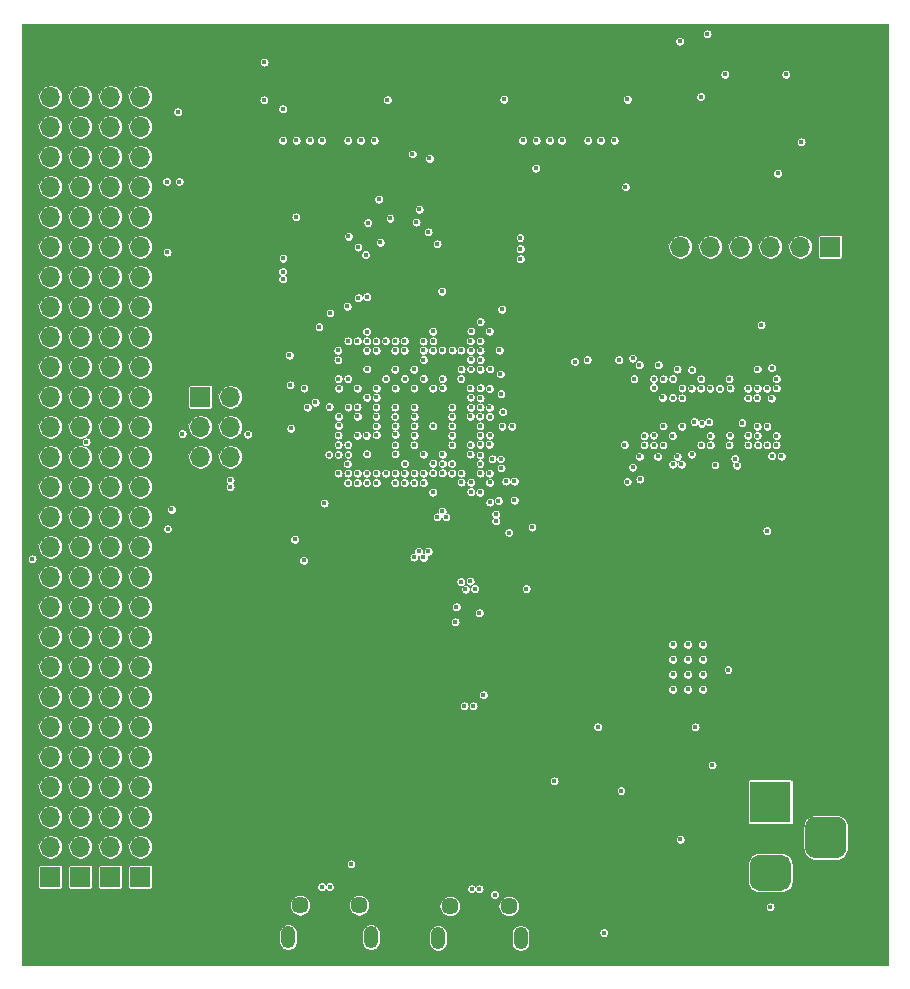
<source format=gbr>
%TF.GenerationSoftware,KiCad,Pcbnew,(5.1.8-0-10_14)*%
%TF.CreationDate,2020-12-07T13:54:23+00:00*%
%TF.ProjectId,STM32MP1_TestBoard,53544d33-324d-4503-915f-54657374426f,rev?*%
%TF.SameCoordinates,Original*%
%TF.FileFunction,Copper,L3,Inr*%
%TF.FilePolarity,Positive*%
%FSLAX46Y46*%
G04 Gerber Fmt 4.6, Leading zero omitted, Abs format (unit mm)*
G04 Created by KiCad (PCBNEW (5.1.8-0-10_14)) date 2020-12-07 13:54:23*
%MOMM*%
%LPD*%
G01*
G04 APERTURE LIST*
%TA.AperFunction,ComponentPad*%
%ADD10R,3.500000X3.500000*%
%TD*%
%TA.AperFunction,ComponentPad*%
%ADD11O,1.200000X1.900000*%
%TD*%
%TA.AperFunction,ComponentPad*%
%ADD12C,1.450000*%
%TD*%
%TA.AperFunction,ComponentPad*%
%ADD13O,1.700000X1.700000*%
%TD*%
%TA.AperFunction,ComponentPad*%
%ADD14R,1.700000X1.700000*%
%TD*%
%TA.AperFunction,ViaPad*%
%ADD15C,0.450000*%
%TD*%
%TA.AperFunction,Conductor*%
%ADD16C,0.100000*%
%TD*%
G04 APERTURE END LIST*
%TO.N,N/C*%
%TO.C,J9*%
%TA.AperFunction,ComponentPad*%
G36*
G01*
X196075000Y-140640000D02*
X194325000Y-140640000D01*
G75*
G02*
X193450000Y-139765000I0J875000D01*
G01*
X193450000Y-138015000D01*
G75*
G02*
X194325000Y-137140000I875000J0D01*
G01*
X196075000Y-137140000D01*
G75*
G02*
X196950000Y-138015000I0J-875000D01*
G01*
X196950000Y-139765000D01*
G75*
G02*
X196075000Y-140640000I-875000J0D01*
G01*
G37*
%TD.AperFunction*%
%TO.N,GNDS*%
%TA.AperFunction,ComponentPad*%
G36*
G01*
X191500000Y-143390000D02*
X189500000Y-143390000D01*
G75*
G02*
X188750000Y-142640000I0J750000D01*
G01*
X188750000Y-141140000D01*
G75*
G02*
X189500000Y-140390000I750000J0D01*
G01*
X191500000Y-140390000D01*
G75*
G02*
X192250000Y-141140000I0J-750000D01*
G01*
X192250000Y-142640000D01*
G75*
G02*
X191500000Y-143390000I-750000J0D01*
G01*
G37*
%TD.AperFunction*%
D10*
%TO.N,Net-(D2-Pad2)*%
X190500000Y-135890000D03*
%TD*%
D11*
%TO.N,Net-(J8-Pad6)*%
%TO.C,J8*%
X156687400Y-147338300D03*
X149687400Y-147338300D03*
D12*
X155687400Y-144638300D03*
X150687400Y-144638300D03*
%TD*%
D13*
%TO.N,/GPIO/DSI_D0_N*%
%TO.C,J7*%
X182880000Y-88900000D03*
%TO.N,/GPIO/DSI_D0_P*%
X185420000Y-88900000D03*
%TO.N,/GPIO/DSI_CK_N*%
X187960000Y-88900000D03*
%TO.N,/GPIO/DSI_CK_P*%
X190500000Y-88900000D03*
%TO.N,/GPIO/DSI_D1_N*%
X193040000Y-88900000D03*
D14*
%TO.N,/GPIO/DSI_D1_P*%
X195580000Y-88900000D03*
%TD*%
D13*
%TO.N,Net-(J5-Pad6)*%
%TO.C,J5*%
X144780000Y-106680000D03*
%TO.N,Net-(J5-Pad5)*%
X142240000Y-106680000D03*
%TO.N,Net-(J5-Pad4)*%
X144780000Y-104140000D03*
%TO.N,Net-(J5-Pad3)*%
X142240000Y-104140000D03*
%TO.N,Net-(J5-Pad2)*%
X144780000Y-101600000D03*
D14*
%TO.N,Net-(J5-Pad1)*%
X142240000Y-101600000D03*
%TD*%
D13*
%TO.N,Net-(J4-Pad27)*%
%TO.C,J4*%
X129540000Y-76200000D03*
%TO.N,Net-(J4-Pad26)*%
X129540000Y-78740000D03*
%TO.N,Net-(J4-Pad25)*%
X129540000Y-81280000D03*
%TO.N,/GPIO/PC8*%
X129540000Y-83820000D03*
%TO.N,/GPIO/PC12*%
X129540000Y-86360000D03*
%TO.N,/GPIO/PB14*%
X129540000Y-88900000D03*
%TO.N,/GPIO/PA9*%
X129540000Y-91440000D03*
%TO.N,/GPIO/PD5*%
X129540000Y-93980000D03*
%TO.N,/GPIO/PE3*%
X129540000Y-96520000D03*
%TO.N,/GPIO/PD7*%
X129540000Y-99060000D03*
%TO.N,/GPIO/PG15*%
X129540000Y-101600000D03*
%TO.N,/GPIO/PE14*%
X129540000Y-104140000D03*
%TO.N,/GPIO/PG12*%
X129540000Y-106680000D03*
%TO.N,/GPIO/PD9*%
X129540000Y-109220000D03*
%TO.N,/GPIO/PA3*%
X129540000Y-111760000D03*
%TO.N,/GPIO/PA5*%
X129540000Y-114300000D03*
%TO.N,/GPIO/PE2*%
X129540000Y-116840000D03*
%TO.N,/GPIO/PG13*%
X129540000Y-119380000D03*
%TO.N,/GPIO/PB1*%
X129540000Y-121920000D03*
%TO.N,/GPIO/PA1*%
X129540000Y-124460000D03*
%TO.N,/GPIO/PF11*%
X129540000Y-127000000D03*
%TO.N,/GPIO/PC0*%
X129540000Y-129540000D03*
%TO.N,/GPIO/PB5*%
X129540000Y-132080000D03*
%TO.N,/GPIO/PB13*%
X129540000Y-134620000D03*
%TO.N,/GPIO/PE7*%
X129540000Y-137160000D03*
%TO.N,/GPIO/PE8*%
X129540000Y-139700000D03*
D14*
%TO.N,/GPIO/PG9*%
X129540000Y-142240000D03*
%TD*%
D13*
%TO.N,Net-(J3-Pad27)*%
%TO.C,J3*%
X132080000Y-76200000D03*
%TO.N,Net-(J3-Pad26)*%
X132080000Y-78740000D03*
%TO.N,Net-(J3-Pad25)*%
X132080000Y-81280000D03*
%TO.N,/GPIO/PC10*%
X132080000Y-83820000D03*
%TO.N,/GPIO/PC6*%
X132080000Y-86360000D03*
%TO.N,/GPIO/PB9*%
X132080000Y-88900000D03*
%TO.N,/GPIO/PB3*%
X132080000Y-91440000D03*
%TO.N,/GPIO/PG6*%
X132080000Y-93980000D03*
%TO.N,/GPIO/PB7*%
X132080000Y-96520000D03*
%TO.N,/GPIO/PE0*%
X132080000Y-99060000D03*
%TO.N,/GPIO/PE1*%
X132080000Y-101600000D03*
%TO.N,/GPIO/PE12*%
X132080000Y-104140000D03*
%TO.N,/GPIO/PD8*%
X132080000Y-106680000D03*
%TO.N,/GPIO/PC14*%
X132080000Y-109220000D03*
%TO.N,/GPIO/PH0*%
X132080000Y-111760000D03*
%TO.N,/GPIO/PA14*%
X132080000Y-114300000D03*
%TO.N,/GPIO/PC2*%
X132080000Y-116840000D03*
%TO.N,/GPIO/PB11*%
X132080000Y-119380000D03*
%TO.N,/GPIO/PB0*%
X132080000Y-121920000D03*
%TO.N,/GPIO/PA6*%
X132080000Y-124460000D03*
%TO.N,/GPIO/PA7*%
X132080000Y-127000000D03*
%TO.N,/GPIO/PG8*%
X132080000Y-129540000D03*
%TO.N,/GPIO/PF10*%
X132080000Y-132080000D03*
%TO.N,/GPIO/PF6*%
X132080000Y-134620000D03*
%TO.N,/GPIO/PE10*%
X132080000Y-137160000D03*
%TO.N,/GPIO/PD13*%
X132080000Y-139700000D03*
D14*
%TO.N,/GPIO/PA10*%
X132080000Y-142240000D03*
%TD*%
D13*
%TO.N,Net-(J2-Pad27)*%
%TO.C,J2*%
X134620000Y-76200000D03*
%TO.N,Net-(J2-Pad26)*%
X134620000Y-78740000D03*
%TO.N,/GPIO/PC11*%
X134620000Y-81280000D03*
%TO.N,/GPIO/PC9*%
X134620000Y-83820000D03*
%TO.N,/GPIO/PC7*%
X134620000Y-86360000D03*
%TO.N,/GPIO/PB15*%
X134620000Y-88900000D03*
%TO.N,/GPIO/PE5*%
X134620000Y-91440000D03*
%TO.N,/GPIO/PD3*%
X134620000Y-93980000D03*
%TO.N,/GPIO/PD10*%
X134620000Y-96520000D03*
%TO.N,/GPIO/PD0*%
X134620000Y-99060000D03*
%TO.N,/GPIO/PE13*%
X134620000Y-101600000D03*
%TO.N,/GPIO/PE15*%
X134620000Y-104140000D03*
%TO.N,/GPIO/PD14*%
X134620000Y-106680000D03*
%TO.N,/GPIO/PC15*%
X134620000Y-109220000D03*
%TO.N,/GPIO/PH1*%
X134620000Y-111760000D03*
%TO.N,/GPIO/PA0*%
X134620000Y-114300000D03*
%TO.N,/GPIO/PC3*%
X134620000Y-116840000D03*
%TO.N,/GPIO/PC1*%
X134620000Y-119380000D03*
%TO.N,/GPIO/PC5*%
X134620000Y-121920000D03*
%TO.N,/GPIO/PB12*%
X134620000Y-124460000D03*
%TO.N,/GPIO/PG11*%
X134620000Y-127000000D03*
%TO.N,/GPIO/PG10*%
X134620000Y-129540000D03*
%TO.N,/GPIO/PD11*%
X134620000Y-132080000D03*
%TO.N,/GPIO/PF9*%
X134620000Y-134620000D03*
%TO.N,/GPIO/PG7*%
X134620000Y-137160000D03*
%TO.N,/GPIO/PB6*%
X134620000Y-139700000D03*
D14*
%TO.N,/GPIO/PA12*%
X134620000Y-142240000D03*
%TD*%
D13*
%TO.N,Net-(J1-Pad27)*%
%TO.C,J1*%
X137160000Y-76200000D03*
%TO.N,Net-(J1-Pad26)*%
X137160000Y-78740000D03*
%TO.N,/GPIO/PE4*%
X137160000Y-81280000D03*
%TO.N,/GPIO/PD2*%
X137160000Y-83820000D03*
%TO.N,/GPIO/PB4*%
X137160000Y-86360000D03*
%TO.N,/GPIO/PA8*%
X137160000Y-88900000D03*
%TO.N,/GPIO/PA15*%
X137160000Y-91440000D03*
%TO.N,/GPIO/PD4*%
X137160000Y-93980000D03*
%TO.N,/GPIO/PD1*%
X137160000Y-96520000D03*
%TO.N,/GPIO/PE6*%
X137160000Y-99060000D03*
%TO.N,/GPIO/PE11*%
X137160000Y-101600000D03*
%TO.N,/GPIO/PD6*%
X137160000Y-104140000D03*
%TO.N,/GPIO/PD15*%
X137160000Y-106680000D03*
%TO.N,/GPIO/PC13*%
X137160000Y-109220000D03*
%TO.N,/GPIO/BOOT_STATUS*%
X137160000Y-111760000D03*
%TO.N,/GPIO/PA4*%
X137160000Y-114300000D03*
%TO.N,/GPIO/PG14*%
X137160000Y-116840000D03*
%TO.N,/GPIO/PA2*%
X137160000Y-119380000D03*
%TO.N,/GPIO/PC4*%
X137160000Y-121920000D03*
%TO.N,/GPIO/PB10*%
X137160000Y-124460000D03*
%TO.N,/GPIO/PB8*%
X137160000Y-127000000D03*
%TO.N,/GPIO/PE9*%
X137160000Y-129540000D03*
%TO.N,/GPIO/PF7*%
X137160000Y-132080000D03*
%TO.N,/GPIO/PF8*%
X137160000Y-134620000D03*
%TO.N,/GPIO/PD12*%
X137160000Y-137160000D03*
%TO.N,/GPIO/PB2*%
X137160000Y-139700000D03*
D14*
%TO.N,/GPIO/PA11*%
X137160000Y-142240000D03*
%TD*%
D11*
%TO.N,Net-(J14-Pad6)*%
%TO.C,J14*%
X169362000Y-147414500D03*
X162362000Y-147414500D03*
D12*
X168362000Y-144714500D03*
X163362000Y-144714500D03*
%TD*%
D15*
%TO.N,GNDS*%
X184785000Y-122555000D03*
X157149800Y-100863400D03*
X157137100Y-101638100D03*
X157124400Y-102463600D03*
X157156200Y-104806800D03*
X157149800Y-104063800D03*
X157124400Y-103251000D03*
X156337000Y-101638100D03*
X155536900Y-100863400D03*
X158724600Y-102463600D03*
X158750000Y-100863400D03*
X157937200Y-100050600D03*
X158724600Y-103263700D03*
X158750000Y-104051100D03*
X158750000Y-104775000D03*
X160350200Y-102463600D03*
X160350200Y-103251000D03*
X161925000Y-100863400D03*
X160343700Y-100863400D03*
X159537400Y-100050600D03*
X161137600Y-100050600D03*
X160350200Y-104051100D03*
X160350200Y-104851200D03*
X160324800Y-105664000D03*
X161137600Y-106451400D03*
X161925000Y-104051100D03*
X162737800Y-100050600D03*
X163550600Y-102463600D03*
X163550600Y-103251000D03*
X163550600Y-104851200D03*
X163525200Y-107238800D03*
X162737800Y-106451400D03*
X158737300Y-105664000D03*
X158750000Y-106426000D03*
X155524200Y-102438200D03*
X156337000Y-106426000D03*
X154736800Y-108051600D03*
X164338000Y-99250500D03*
X160324800Y-99263200D03*
X158724600Y-99263200D03*
X155536900Y-103251000D03*
X156324300Y-108864400D03*
X157937200Y-108051600D03*
X156337000Y-99237800D03*
X152730200Y-110591600D03*
X152299000Y-95657000D03*
X153898600Y-98464000D03*
X154736800Y-79883000D03*
X175056800Y-79883000D03*
X193116200Y-80010000D03*
X153924000Y-100050594D03*
X153136600Y-106476800D03*
X165149000Y-108839000D03*
X165125000Y-97663000D03*
X189407800Y-99237800D03*
X182620000Y-99243800D03*
X190500000Y-144780000D03*
X177867500Y-134933500D03*
X176419000Y-146955000D03*
X169836500Y-117830000D03*
X182245000Y-122555000D03*
X182245000Y-125095000D03*
X183515000Y-122555000D03*
X183515000Y-125095000D03*
X182245000Y-123825000D03*
X183515000Y-123825000D03*
X184785000Y-123825000D03*
X184785000Y-125095000D03*
X182245000Y-126365000D03*
X183515000Y-126365000D03*
X184785000Y-126365000D03*
X172212000Y-134112000D03*
X190601600Y-101701600D03*
X184632600Y-100063300D03*
X190619998Y-99136200D03*
X184632600Y-105664000D03*
X191439800Y-106616500D03*
X189445902Y-105664000D03*
X188607700Y-105664000D03*
X180979090Y-106638610D03*
X182620002Y-106638610D03*
X179420000Y-106638610D03*
X179463700Y-108556310D03*
X189738000Y-95504000D03*
X185826400Y-107365802D03*
X181025800Y-98882200D03*
X177673000Y-98450400D03*
X168376600Y-113080800D03*
X179418359Y-98875246D03*
X187020202Y-105664000D03*
X186655000Y-74286000D03*
X191820800Y-74295000D03*
X162687000Y-92659200D03*
X161144999Y-98450400D03*
X162737800Y-108026200D03*
X154736800Y-105638600D03*
X159537400Y-107238800D03*
X163550609Y-105664000D03*
X163550609Y-104051100D03*
X149783800Y-98069400D03*
X149910800Y-104266998D03*
X167162000Y-143734000D03*
X155002900Y-141134500D03*
X182829200Y-71475600D03*
X156336798Y-96062800D03*
X166725600Y-96037400D03*
X167487600Y-110378990D03*
X190222281Y-112925687D03*
X190625009Y-106572700D03*
%TO.N,/DebugInterface1/3.3V_VDD*%
X153950000Y-104013000D03*
X152527000Y-79883000D03*
X172847000Y-79883000D03*
X156311600Y-104851200D03*
X153924000Y-105638600D03*
X139801600Y-111125000D03*
X161941799Y-107222001D03*
X178244500Y-83820000D03*
X191135000Y-82677000D03*
X162750500Y-100838000D03*
X161925000Y-96051000D03*
X149225000Y-77216000D03*
X164592000Y-127761998D03*
%TO.N,Net-(C4-Pad1)*%
X184150000Y-129540000D03*
X175895000Y-129540000D03*
X186922500Y-124692500D03*
%TO.N,/PSU/1.35V_VDDCORE*%
X159512000Y-104051100D03*
X159537400Y-103238300D03*
X159537400Y-102463600D03*
X159537400Y-100863400D03*
X158724600Y-100050600D03*
X157937200Y-100863400D03*
X157124400Y-100025200D03*
X157937200Y-101638100D03*
X157949900Y-102463600D03*
X161137600Y-101638100D03*
X161150300Y-102463600D03*
X161137600Y-103238300D03*
X161137600Y-104051100D03*
X160324800Y-99999800D03*
X161137600Y-100863400D03*
X161124900Y-104838500D03*
X162737800Y-104851200D03*
X162737800Y-104051100D03*
X162750500Y-103251000D03*
X162737800Y-102463600D03*
X162737800Y-101650800D03*
X161137600Y-99250500D03*
X162737800Y-99250500D03*
X163537900Y-99250500D03*
X164338000Y-101638100D03*
X164338000Y-102463600D03*
X164363400Y-103200200D03*
X157911800Y-99237800D03*
X156337000Y-100863400D03*
X161137600Y-105664000D03*
X162725100Y-105664000D03*
X163550600Y-106451400D03*
X164338000Y-104838500D03*
X164325300Y-104051100D03*
X154736800Y-100863400D03*
X159537400Y-99250500D03*
X190813500Y-111014700D03*
X183819800Y-100076000D03*
X185420000Y-100063300D03*
X190220600Y-100063300D03*
X191420000Y-99136200D03*
X183832500Y-105657500D03*
X191833500Y-105664000D03*
X181791808Y-106638610D03*
X180219997Y-106638610D03*
X197850000Y-128540000D03*
X186232800Y-104038400D03*
X181787800Y-98907600D03*
X180225700Y-98872790D03*
X187426600Y-99136200D03*
X186232800Y-106502200D03*
X155555450Y-100056450D03*
%TO.N,/PSU/1V8_DETECT*%
X161950400Y-96850200D03*
X165354000Y-127762000D03*
X163830000Y-120650000D03*
%TO.N,Net-(C12-Pad2)*%
X155525212Y-104860210D03*
%TO.N,/DebugInterface1/NRST*%
X184607200Y-76174600D03*
X151968202Y-102057200D03*
X185166000Y-70866000D03*
%TO.N,Net-(C14-Pad2)*%
X153923998Y-104838500D03*
%TO.N,Net-(C15-Pad1)*%
X153162500Y-102425500D03*
%TO.N,/PSU/3V3_USB*%
X166217600Y-126822200D03*
X163920968Y-119380000D03*
%TO.N,/DDR/DDR_VREF*%
X182245002Y-107291990D03*
X187020200Y-100069993D03*
X182219600Y-104876600D03*
X178384200Y-108762796D03*
%TO.N,Net-(C69-Pad2)*%
X165160594Y-96014807D03*
%TO.N,Net-(C69-Pad1)*%
X161925000Y-97663000D03*
%TO.N,/DebugInterface1/SWO*%
X162712400Y-97647000D03*
X169316400Y-88112600D03*
%TO.N,/DebugInterface1/SWCLK*%
X164312600Y-97647000D03*
X169341800Y-89916000D03*
%TO.N,/DebugInterface1/SWDIO*%
X163566941Y-97647000D03*
X169341800Y-89052400D03*
%TO.N,/GPIO/BOOT_STATUS*%
X140335000Y-77470000D03*
%TO.N,Net-(J12-Pad9)*%
X178409600Y-76403200D03*
X167944800Y-76403198D03*
%TO.N,Net-(J13-Pad9)*%
X147624800Y-76454000D03*
X158089600Y-76454000D03*
%TO.N,/DDR/DDR_CKE*%
X183838600Y-106451400D03*
X167665400Y-106857800D03*
%TO.N,Net-(R10-Pad1)*%
X166751000Y-99237800D03*
%TO.N,Net-(R11-Pad1)*%
X182968900Y-107291990D03*
%TO.N,Net-(R15-Pad1)*%
X175006000Y-98450400D03*
X164312599Y-100050600D03*
%TO.N,/DDR/DDR_A12*%
X165925100Y-104051100D03*
X181432201Y-104063800D03*
%TO.N,/DDR/DDR_A14*%
X178155593Y-105638609D03*
X166712600Y-105612577D03*
%TO.N,/DDR/DDR_ODT*%
X183845200Y-99314000D03*
X167703600Y-101330010D03*
%TO.N,/DDR/DDR_A0*%
X165937902Y-101697820D03*
X181374019Y-101644042D03*
%TO.N,/DDR/DDR_A2*%
X165950012Y-100837988D03*
X180619400Y-100803190D03*
%TO.N,/DDR/DDR_A4*%
X180619400Y-105676700D03*
X165100000Y-106451400D03*
%TO.N,/DDR/DDR_A6*%
X165112700Y-105638700D03*
X179832000Y-105664000D03*
%TO.N,/DDR/DDR_A8*%
X165925502Y-107251500D03*
X178841400Y-107543600D03*
%TO.N,/DDR/DDR_A10*%
X168630600Y-104089200D03*
X183007000Y-104089200D03*
%TO.N,/DDR/DDR_BA0*%
X182245000Y-100050600D03*
X166725600Y-100896041D03*
%TO.N,/DDR/DDR_BA2*%
X165138100Y-102476300D03*
X182229399Y-101660601D03*
%TO.N,/DDR/DDR_CASN*%
X165112700Y-103238300D03*
X183832603Y-100859370D03*
%TO.N,/DDR/DDR_A13*%
X165935183Y-99263200D03*
X173939200Y-98602800D03*
%TO.N,/DDR/DDR_WEN*%
X165938202Y-102463600D03*
X183019700Y-101676200D03*
%TO.N,/DDR/DDR_A5*%
X180619400Y-100076000D03*
X165125400Y-101625400D03*
%TO.N,/DDR/DDR_A7*%
X165125400Y-99237802D03*
X178841400Y-98323400D03*
%TO.N,/DDR/DDR_A9*%
X165100000Y-100850700D03*
X178968400Y-100060010D03*
%TO.N,/DDR/DDR_A11*%
X166735687Y-104844677D03*
X179832000Y-104882711D03*
%TO.N,/DDR/DDR_BA1*%
X181419500Y-105670500D03*
X165927291Y-105612577D03*
%TO.N,/DDR/DDR_RASN*%
X184619900Y-100863400D03*
X165895161Y-103235010D03*
%TO.N,/DDR/DDR_CSN*%
X166713443Y-102489864D03*
X183032394Y-100857600D03*
%TO.N,/DDR/DDR_A1*%
X165925500Y-104851500D03*
X180619404Y-104844677D03*
%TO.N,/DDR/DDR_A3*%
X181432200Y-100063300D03*
X167652800Y-99657000D03*
%TO.N,/DDR/DDR_DQ11*%
X190195200Y-100876100D03*
X166763700Y-110515400D03*
%TO.N,/DDR/DDR_DQ6*%
X167563800Y-97637600D03*
X186207400Y-100888800D03*
%TO.N,/DDR/DDR_DQ12*%
X191020700Y-104876600D03*
X167259000Y-111540810D03*
%TO.N,/DDR/DDR_DQ14*%
X191008000Y-105664000D03*
X165912800Y-109677198D03*
%TO.N,/DDR/DDR_DQM1*%
X188607700Y-104851200D03*
X166742734Y-108841059D03*
%TO.N,/DDR/DDR_DQ13*%
X166725600Y-108051604D03*
X191020700Y-100063300D03*
X170332400Y-112623600D03*
X168122600Y-108737398D03*
%TO.N,/DDR/DDR_DQ10*%
X190213996Y-105664000D03*
X166954200Y-106845100D03*
X168833800Y-108737400D03*
X167716200Y-107619800D03*
X168833800Y-110337600D03*
%TO.N,/DDR/DDR_DQ8*%
X189395100Y-104869600D03*
X165931002Y-106532601D03*
%TO.N,/DDR/DDR_DQ4*%
X185407300Y-100876100D03*
X165938200Y-98440990D03*
%TO.N,/DDR/DDR_DQ2*%
X165938200Y-97664194D03*
X187105800Y-100861937D03*
%TO.N,/DDR/DDR_DQM0*%
X189407800Y-100876100D03*
X188595000Y-101695000D03*
X165938200Y-96864200D03*
%TO.N,/DDR/DDR_DQ7*%
X185432403Y-104876600D03*
X184683400Y-103835200D03*
%TO.N,/DDR/DDR_DQ1*%
X188112400Y-103784400D03*
X167767000Y-94183200D03*
%TO.N,/DDR/DDR_DQ15*%
X191020700Y-100850700D03*
X167259000Y-112080823D03*
%TO.N,/DDR/DDR_DQ9*%
X165938200Y-108051600D03*
X189369700Y-101663500D03*
%TO.N,/DDR/DDR_DQ5*%
X185426000Y-105664000D03*
X165125398Y-98425000D03*
%TO.N,/DDR/DDR_DQ3*%
X165112702Y-96862900D03*
X187064545Y-104856045D03*
%TO.N,/DDR/DDR_DQ0*%
X165938200Y-95224600D03*
X188595000Y-100876100D03*
%TO.N,/GPIO/USB_Conn/USB_D1_P*%
X165212000Y-143256000D03*
X162721410Y-111277400D03*
%TO.N,/GPIO/USB_Conn/USB_D2_P*%
X153187400Y-143065492D03*
X162303578Y-111760000D03*
%TO.N,/DDR/DDR_CLK_N*%
X184073806Y-103695500D03*
X167843200Y-102870004D03*
%TO.N,/DDR/DDR_CLK_P*%
X185293002Y-103708200D03*
X167792400Y-104089200D03*
%TO.N,/DDR/DDR_DQS1_P*%
X189400787Y-104089200D03*
X187655202Y-107391200D03*
%TO.N,/DDR/DDR_DQS1_N*%
X187502800Y-106832400D03*
X190234211Y-104089200D03*
%TO.N,/GPIO/USB_Conn/USB_D1_N*%
X165862000Y-143256000D03*
X163033590Y-111760000D03*
%TO.N,/GPIO/USB_Conn/USB_D2_N*%
X152526999Y-143065501D03*
X161925000Y-109663000D03*
%TO.N,/GPIO/PB6*%
X161925000Y-108026200D03*
X161544000Y-114681000D03*
%TO.N,/GPIO/PC9*%
X177292000Y-79883000D03*
X157353000Y-84861400D03*
X160204150Y-81032350D03*
%TO.N,/GPIO/PC8*%
X176149000Y-79883000D03*
X161112200Y-96875600D03*
X160782000Y-85725000D03*
X140462000Y-83362800D03*
%TO.N,/GPIO/PC12*%
X159524700Y-96850200D03*
X161645598Y-81407000D03*
X156438600Y-86842600D03*
%TO.N,/GPIO/PD2*%
X171831000Y-79883000D03*
X161544000Y-87630000D03*
%TO.N,/GPIO/PC11*%
X170688000Y-79883000D03*
X162306000Y-88646000D03*
X170649900Y-82232500D03*
%TO.N,/GPIO/PC10*%
X169545000Y-79883000D03*
X160528000Y-86804500D03*
X161124900Y-97650300D03*
X139395200Y-83362800D03*
%TO.N,/GPIO/PB15*%
X156972000Y-79883000D03*
X154791180Y-88005022D03*
%TO.N,/GPIO/PB13*%
X155829000Y-79883000D03*
X159524700Y-108051600D03*
%TO.N,/GPIO/PC1*%
X147650200Y-73253600D03*
%TO.N,/GPIO/PA0*%
X151511000Y-79883000D03*
X128016000Y-115315996D03*
%TO.N,/GPIO/PB4*%
X150368000Y-79883000D03*
X150342600Y-86360000D03*
%TO.N,/GPIO/PB3*%
X149225000Y-79883000D03*
X149250400Y-89865200D03*
%TO.N,/GPIO/PA11*%
X165150796Y-109626402D03*
X165871010Y-119888000D03*
%TO.N,/GPIO/PA12*%
X164338000Y-108812613D03*
X165481000Y-117830596D03*
%TO.N,/GPIO/PA10*%
X164338000Y-108050000D03*
X165090990Y-117204610D03*
%TO.N,/GPIO/PG9*%
X163537900Y-108051600D03*
X164700988Y-117875124D03*
%TO.N,/GPIO/PB2*%
X162737800Y-107238800D03*
X164310978Y-117248024D03*
%TO.N,/GPIO/PD13*%
X161137600Y-108864400D03*
X161137600Y-115189000D03*
%TO.N,/GPIO/PD12*%
X160324800Y-108864400D03*
X160324800Y-115163600D03*
%TO.N,/GPIO/PE8*%
X161125600Y-108051600D03*
X160731200Y-114681000D03*
%TO.N,/GPIO/PF8*%
X159524700Y-108864400D03*
%TO.N,/GPIO/PE7*%
X160350200Y-108051600D03*
%TO.N,/GPIO/PC6*%
X158305500Y-86487000D03*
X159512000Y-97650300D03*
%TO.N,/GPIO/PF10*%
X158724600Y-108864400D03*
%TO.N,/GPIO/PB9*%
X158724600Y-97650300D03*
X139446000Y-89344500D03*
X155600400Y-88925400D03*
%TO.N,/GPIO/PB14*%
X158750000Y-96850200D03*
X157480002Y-88519000D03*
%TO.N,/GPIO/PB5*%
X158750000Y-108051600D03*
%TO.N,/GPIO/PA9*%
X157924500Y-96850200D03*
X156235400Y-89560400D03*
%TO.N,/GPIO/PG8*%
X157149800Y-108864400D03*
%TO.N,/GPIO/PC0*%
X157137100Y-108051600D03*
%TO.N,/GPIO/PD5*%
X157137100Y-97650300D03*
X149225000Y-91617800D03*
%TO.N,/GPIO/PA15*%
X157128083Y-96850200D03*
X149225000Y-90982800D03*
%TO.N,/GPIO/PA7*%
X156324300Y-108051600D03*
%TO.N,/GPIO/PD4*%
X156324300Y-97650300D03*
X155625800Y-93218000D03*
%TO.N,/GPIO/PD3*%
X156337000Y-96850200D03*
X156337000Y-93116400D03*
%TO.N,/GPIO/PF11*%
X155536900Y-108864400D03*
%TO.N,/GPIO/PA6*%
X155536900Y-108051600D03*
%TO.N,/GPIO/PD10*%
X155536900Y-96850200D03*
X154686000Y-93929200D03*
%TO.N,/GPIO/PA1*%
X154724100Y-108864400D03*
%TO.N,/GPIO/PA4*%
X154701909Y-107261091D03*
X150240996Y-113664996D03*
%TO.N,/GPIO/PA5*%
X154749500Y-106476800D03*
X139472399Y-112775001D03*
%TO.N,/GPIO/PE0*%
X153225500Y-94497000D03*
X154736798Y-96850202D03*
%TO.N,/GPIO/PC3*%
X153924000Y-108051600D03*
X151003000Y-115442986D03*
%TO.N,/GPIO/PA3*%
X153924000Y-106476800D03*
%TO.N,/GPIO/PC13*%
X153949400Y-103251000D03*
X144780002Y-109220000D03*
%TO.N,/GPIO/PD9*%
X153959926Y-100861425D03*
X151028400Y-100863400D03*
%TO.N,/GPIO/PD14*%
X154736800Y-100050600D03*
X149860000Y-100584000D03*
%TO.N,/GPIO/PE14*%
X153898600Y-97663000D03*
%TO.N,/GPIO/PG12*%
X132588000Y-105410000D03*
X140716000Y-104711500D03*
X146253200Y-104749600D03*
%TO.N,Net-(J5-Pad6)*%
X144780000Y-108635800D03*
%TO.N,Net-(J5-Pad4)*%
X154749500Y-102463600D03*
%TO.N,Net-(J5-Pad2)*%
X151307800Y-102463600D03*
%TO.N,Net-(C1-Pad1)*%
X185590000Y-132764990D03*
X182880000Y-139065000D03*
%TO.N,Net-(U1-PadK18)*%
X166733898Y-103259898D03*
%TD*%
D16*
%TO.N,/PSU/1.35V_VDDCORE*%
X200485001Y-149685000D02*
X127175000Y-149685000D01*
X127175000Y-146951465D01*
X148937400Y-146951465D01*
X148937400Y-147725134D01*
X148948253Y-147835325D01*
X148991139Y-147976700D01*
X149060781Y-148106992D01*
X149154505Y-148221195D01*
X149268707Y-148314919D01*
X149398999Y-148384561D01*
X149540374Y-148427447D01*
X149687400Y-148441928D01*
X149834425Y-148427447D01*
X149975800Y-148384561D01*
X150106092Y-148314919D01*
X150220295Y-148221195D01*
X150314019Y-148106993D01*
X150383661Y-147976701D01*
X150426547Y-147835326D01*
X150437400Y-147725135D01*
X150437400Y-146951466D01*
X155937400Y-146951466D01*
X155937400Y-147725135D01*
X155948253Y-147835326D01*
X155991140Y-147976701D01*
X156060782Y-148106993D01*
X156154506Y-148221195D01*
X156268708Y-148314919D01*
X156399000Y-148384561D01*
X156540375Y-148427447D01*
X156687400Y-148441928D01*
X156834426Y-148427447D01*
X156975801Y-148384561D01*
X157106093Y-148314919D01*
X157220295Y-148221195D01*
X157314019Y-148106993D01*
X157383661Y-147976701D01*
X157426547Y-147835326D01*
X157437400Y-147725135D01*
X157437400Y-147027665D01*
X161612000Y-147027665D01*
X161612000Y-147801334D01*
X161622853Y-147911525D01*
X161665739Y-148052900D01*
X161735381Y-148183192D01*
X161829105Y-148297395D01*
X161943307Y-148391119D01*
X162073599Y-148460761D01*
X162214974Y-148503647D01*
X162362000Y-148518128D01*
X162509025Y-148503647D01*
X162650400Y-148460761D01*
X162780692Y-148391119D01*
X162894895Y-148297395D01*
X162988619Y-148183193D01*
X163058261Y-148052901D01*
X163101147Y-147911526D01*
X163112000Y-147801335D01*
X163112000Y-147027666D01*
X168612000Y-147027666D01*
X168612000Y-147801335D01*
X168622853Y-147911526D01*
X168665740Y-148052901D01*
X168735382Y-148183193D01*
X168829106Y-148297395D01*
X168943308Y-148391119D01*
X169073600Y-148460761D01*
X169214975Y-148503647D01*
X169362000Y-148518128D01*
X169509026Y-148503647D01*
X169650401Y-148460761D01*
X169780693Y-148391119D01*
X169894895Y-148297395D01*
X169988619Y-148183193D01*
X170058261Y-148052901D01*
X170101147Y-147911526D01*
X170112000Y-147801335D01*
X170112000Y-147027665D01*
X170101206Y-146918066D01*
X176044000Y-146918066D01*
X176044000Y-146991934D01*
X176058411Y-147064383D01*
X176086680Y-147132629D01*
X176127719Y-147194048D01*
X176179952Y-147246281D01*
X176241371Y-147287320D01*
X176309617Y-147315589D01*
X176382066Y-147330000D01*
X176455934Y-147330000D01*
X176528383Y-147315589D01*
X176596629Y-147287320D01*
X176658048Y-147246281D01*
X176710281Y-147194048D01*
X176751320Y-147132629D01*
X176779589Y-147064383D01*
X176794000Y-146991934D01*
X176794000Y-146918066D01*
X176779589Y-146845617D01*
X176751320Y-146777371D01*
X176710281Y-146715952D01*
X176658048Y-146663719D01*
X176596629Y-146622680D01*
X176528383Y-146594411D01*
X176455934Y-146580000D01*
X176382066Y-146580000D01*
X176309617Y-146594411D01*
X176241371Y-146622680D01*
X176179952Y-146663719D01*
X176127719Y-146715952D01*
X176086680Y-146777371D01*
X176058411Y-146845617D01*
X176044000Y-146918066D01*
X170101206Y-146918066D01*
X170101147Y-146917474D01*
X170058261Y-146776099D01*
X169988619Y-146645807D01*
X169894895Y-146531605D01*
X169780692Y-146437881D01*
X169650400Y-146368239D01*
X169509025Y-146325353D01*
X169362000Y-146310872D01*
X169214974Y-146325353D01*
X169073599Y-146368239D01*
X168943307Y-146437881D01*
X168829105Y-146531605D01*
X168735381Y-146645808D01*
X168665739Y-146776100D01*
X168622853Y-146917475D01*
X168612000Y-147027666D01*
X163112000Y-147027666D01*
X163112000Y-147027665D01*
X163101147Y-146917474D01*
X163058261Y-146776099D01*
X162988619Y-146645807D01*
X162894895Y-146531605D01*
X162780693Y-146437881D01*
X162650401Y-146368239D01*
X162509026Y-146325353D01*
X162362000Y-146310872D01*
X162214975Y-146325353D01*
X162073600Y-146368239D01*
X161943308Y-146437881D01*
X161829106Y-146531605D01*
X161735382Y-146645807D01*
X161665740Y-146776099D01*
X161622853Y-146917474D01*
X161612000Y-147027665D01*
X157437400Y-147027665D01*
X157437400Y-146951465D01*
X157426547Y-146841274D01*
X157383661Y-146699899D01*
X157314019Y-146569607D01*
X157220295Y-146455405D01*
X157106092Y-146361681D01*
X156975800Y-146292039D01*
X156834425Y-146249153D01*
X156687400Y-146234672D01*
X156540374Y-146249153D01*
X156398999Y-146292039D01*
X156268707Y-146361681D01*
X156154505Y-146455405D01*
X156060781Y-146569608D01*
X155991139Y-146699900D01*
X155948253Y-146841275D01*
X155937400Y-146951466D01*
X150437400Y-146951466D01*
X150437400Y-146951465D01*
X150426547Y-146841274D01*
X150383661Y-146699899D01*
X150314019Y-146569607D01*
X150220295Y-146455405D01*
X150106093Y-146361681D01*
X149975801Y-146292039D01*
X149834426Y-146249153D01*
X149687400Y-146234672D01*
X149540375Y-146249153D01*
X149399000Y-146292039D01*
X149268708Y-146361681D01*
X149154506Y-146455405D01*
X149060782Y-146569607D01*
X148991140Y-146699899D01*
X148948253Y-146841274D01*
X148937400Y-146951465D01*
X127175000Y-146951465D01*
X127175000Y-144552120D01*
X149812400Y-144552120D01*
X149812400Y-144724480D01*
X149846026Y-144893528D01*
X149911985Y-145052768D01*
X150007743Y-145196080D01*
X150129620Y-145317957D01*
X150272932Y-145413715D01*
X150432172Y-145479674D01*
X150601220Y-145513300D01*
X150773580Y-145513300D01*
X150942628Y-145479674D01*
X151101868Y-145413715D01*
X151245180Y-145317957D01*
X151367057Y-145196080D01*
X151462815Y-145052768D01*
X151528774Y-144893528D01*
X151562400Y-144724480D01*
X151562400Y-144552120D01*
X154812400Y-144552120D01*
X154812400Y-144724480D01*
X154846026Y-144893528D01*
X154911985Y-145052768D01*
X155007743Y-145196080D01*
X155129620Y-145317957D01*
X155272932Y-145413715D01*
X155432172Y-145479674D01*
X155601220Y-145513300D01*
X155773580Y-145513300D01*
X155942628Y-145479674D01*
X156101868Y-145413715D01*
X156245180Y-145317957D01*
X156367057Y-145196080D01*
X156462815Y-145052768D01*
X156528774Y-144893528D01*
X156562400Y-144724480D01*
X156562400Y-144628320D01*
X162487000Y-144628320D01*
X162487000Y-144800680D01*
X162520626Y-144969728D01*
X162586585Y-145128968D01*
X162682343Y-145272280D01*
X162804220Y-145394157D01*
X162947532Y-145489915D01*
X163106772Y-145555874D01*
X163275820Y-145589500D01*
X163448180Y-145589500D01*
X163617228Y-145555874D01*
X163776468Y-145489915D01*
X163919780Y-145394157D01*
X164041657Y-145272280D01*
X164137415Y-145128968D01*
X164203374Y-144969728D01*
X164237000Y-144800680D01*
X164237000Y-144628320D01*
X167487000Y-144628320D01*
X167487000Y-144800680D01*
X167520626Y-144969728D01*
X167586585Y-145128968D01*
X167682343Y-145272280D01*
X167804220Y-145394157D01*
X167947532Y-145489915D01*
X168106772Y-145555874D01*
X168275820Y-145589500D01*
X168448180Y-145589500D01*
X168617228Y-145555874D01*
X168776468Y-145489915D01*
X168919780Y-145394157D01*
X169041657Y-145272280D01*
X169137415Y-145128968D01*
X169203374Y-144969728D01*
X169237000Y-144800680D01*
X169237000Y-144743066D01*
X190125000Y-144743066D01*
X190125000Y-144816934D01*
X190139411Y-144889383D01*
X190167680Y-144957629D01*
X190208719Y-145019048D01*
X190260952Y-145071281D01*
X190322371Y-145112320D01*
X190390617Y-145140589D01*
X190463066Y-145155000D01*
X190536934Y-145155000D01*
X190609383Y-145140589D01*
X190677629Y-145112320D01*
X190739048Y-145071281D01*
X190791281Y-145019048D01*
X190832320Y-144957629D01*
X190860589Y-144889383D01*
X190875000Y-144816934D01*
X190875000Y-144743066D01*
X190860589Y-144670617D01*
X190832320Y-144602371D01*
X190791281Y-144540952D01*
X190739048Y-144488719D01*
X190677629Y-144447680D01*
X190609383Y-144419411D01*
X190536934Y-144405000D01*
X190463066Y-144405000D01*
X190390617Y-144419411D01*
X190322371Y-144447680D01*
X190260952Y-144488719D01*
X190208719Y-144540952D01*
X190167680Y-144602371D01*
X190139411Y-144670617D01*
X190125000Y-144743066D01*
X169237000Y-144743066D01*
X169237000Y-144628320D01*
X169203374Y-144459272D01*
X169137415Y-144300032D01*
X169041657Y-144156720D01*
X168919780Y-144034843D01*
X168776468Y-143939085D01*
X168617228Y-143873126D01*
X168448180Y-143839500D01*
X168275820Y-143839500D01*
X168106772Y-143873126D01*
X167947532Y-143939085D01*
X167804220Y-144034843D01*
X167682343Y-144156720D01*
X167586585Y-144300032D01*
X167520626Y-144459272D01*
X167487000Y-144628320D01*
X164237000Y-144628320D01*
X164203374Y-144459272D01*
X164137415Y-144300032D01*
X164041657Y-144156720D01*
X163919780Y-144034843D01*
X163776468Y-143939085D01*
X163617228Y-143873126D01*
X163448180Y-143839500D01*
X163275820Y-143839500D01*
X163106772Y-143873126D01*
X162947532Y-143939085D01*
X162804220Y-144034843D01*
X162682343Y-144156720D01*
X162586585Y-144300032D01*
X162520626Y-144459272D01*
X162487000Y-144628320D01*
X156562400Y-144628320D01*
X156562400Y-144552120D01*
X156528774Y-144383072D01*
X156462815Y-144223832D01*
X156367057Y-144080520D01*
X156245180Y-143958643D01*
X156101868Y-143862885D01*
X155942628Y-143796926D01*
X155773580Y-143763300D01*
X155601220Y-143763300D01*
X155432172Y-143796926D01*
X155272932Y-143862885D01*
X155129620Y-143958643D01*
X155007743Y-144080520D01*
X154911985Y-144223832D01*
X154846026Y-144383072D01*
X154812400Y-144552120D01*
X151562400Y-144552120D01*
X151528774Y-144383072D01*
X151462815Y-144223832D01*
X151367057Y-144080520D01*
X151245180Y-143958643D01*
X151101868Y-143862885D01*
X150942628Y-143796926D01*
X150773580Y-143763300D01*
X150601220Y-143763300D01*
X150432172Y-143796926D01*
X150272932Y-143862885D01*
X150129620Y-143958643D01*
X150007743Y-144080520D01*
X149911985Y-144223832D01*
X149846026Y-144383072D01*
X149812400Y-144552120D01*
X127175000Y-144552120D01*
X127175000Y-143697066D01*
X166787000Y-143697066D01*
X166787000Y-143770934D01*
X166801411Y-143843383D01*
X166829680Y-143911629D01*
X166870719Y-143973048D01*
X166922952Y-144025281D01*
X166984371Y-144066320D01*
X167052617Y-144094589D01*
X167125066Y-144109000D01*
X167198934Y-144109000D01*
X167271383Y-144094589D01*
X167339629Y-144066320D01*
X167401048Y-144025281D01*
X167453281Y-143973048D01*
X167494320Y-143911629D01*
X167522589Y-143843383D01*
X167537000Y-143770934D01*
X167537000Y-143697066D01*
X167522589Y-143624617D01*
X167494320Y-143556371D01*
X167453281Y-143494952D01*
X167401048Y-143442719D01*
X167339629Y-143401680D01*
X167271383Y-143373411D01*
X167198934Y-143359000D01*
X167125066Y-143359000D01*
X167052617Y-143373411D01*
X166984371Y-143401680D01*
X166922952Y-143442719D01*
X166870719Y-143494952D01*
X166829680Y-143556371D01*
X166801411Y-143624617D01*
X166787000Y-143697066D01*
X127175000Y-143697066D01*
X127175000Y-141390000D01*
X128539275Y-141390000D01*
X128539275Y-143090000D01*
X128542171Y-143119405D01*
X128550748Y-143147680D01*
X128564677Y-143173738D01*
X128583421Y-143196579D01*
X128606262Y-143215323D01*
X128632320Y-143229252D01*
X128660595Y-143237829D01*
X128690000Y-143240725D01*
X130390000Y-143240725D01*
X130419405Y-143237829D01*
X130447680Y-143229252D01*
X130473738Y-143215323D01*
X130496579Y-143196579D01*
X130515323Y-143173738D01*
X130529252Y-143147680D01*
X130537829Y-143119405D01*
X130540725Y-143090000D01*
X130540725Y-141390000D01*
X131079275Y-141390000D01*
X131079275Y-143090000D01*
X131082171Y-143119405D01*
X131090748Y-143147680D01*
X131104677Y-143173738D01*
X131123421Y-143196579D01*
X131146262Y-143215323D01*
X131172320Y-143229252D01*
X131200595Y-143237829D01*
X131230000Y-143240725D01*
X132930000Y-143240725D01*
X132959405Y-143237829D01*
X132987680Y-143229252D01*
X133013738Y-143215323D01*
X133036579Y-143196579D01*
X133055323Y-143173738D01*
X133069252Y-143147680D01*
X133077829Y-143119405D01*
X133080725Y-143090000D01*
X133080725Y-141390000D01*
X133619275Y-141390000D01*
X133619275Y-143090000D01*
X133622171Y-143119405D01*
X133630748Y-143147680D01*
X133644677Y-143173738D01*
X133663421Y-143196579D01*
X133686262Y-143215323D01*
X133712320Y-143229252D01*
X133740595Y-143237829D01*
X133770000Y-143240725D01*
X135470000Y-143240725D01*
X135499405Y-143237829D01*
X135527680Y-143229252D01*
X135553738Y-143215323D01*
X135576579Y-143196579D01*
X135595323Y-143173738D01*
X135609252Y-143147680D01*
X135617829Y-143119405D01*
X135620725Y-143090000D01*
X135620725Y-141390000D01*
X136159275Y-141390000D01*
X136159275Y-143090000D01*
X136162171Y-143119405D01*
X136170748Y-143147680D01*
X136184677Y-143173738D01*
X136203421Y-143196579D01*
X136226262Y-143215323D01*
X136252320Y-143229252D01*
X136280595Y-143237829D01*
X136310000Y-143240725D01*
X138010000Y-143240725D01*
X138039405Y-143237829D01*
X138067680Y-143229252D01*
X138093738Y-143215323D01*
X138116579Y-143196579D01*
X138135323Y-143173738D01*
X138149252Y-143147680D01*
X138157829Y-143119405D01*
X138160725Y-143090000D01*
X138160725Y-143028567D01*
X152151999Y-143028567D01*
X152151999Y-143102435D01*
X152166410Y-143174884D01*
X152194679Y-143243130D01*
X152235718Y-143304549D01*
X152287951Y-143356782D01*
X152349370Y-143397821D01*
X152417616Y-143426090D01*
X152490065Y-143440501D01*
X152563933Y-143440501D01*
X152636382Y-143426090D01*
X152704628Y-143397821D01*
X152766047Y-143356782D01*
X152818280Y-143304549D01*
X152857203Y-143246298D01*
X152896119Y-143304540D01*
X152948352Y-143356773D01*
X153009771Y-143397812D01*
X153078017Y-143426081D01*
X153150466Y-143440492D01*
X153224334Y-143440492D01*
X153296783Y-143426081D01*
X153365029Y-143397812D01*
X153426448Y-143356773D01*
X153478681Y-143304540D01*
X153519720Y-143243121D01*
X153529684Y-143219066D01*
X164837000Y-143219066D01*
X164837000Y-143292934D01*
X164851411Y-143365383D01*
X164879680Y-143433629D01*
X164920719Y-143495048D01*
X164972952Y-143547281D01*
X165034371Y-143588320D01*
X165102617Y-143616589D01*
X165175066Y-143631000D01*
X165248934Y-143631000D01*
X165321383Y-143616589D01*
X165389629Y-143588320D01*
X165451048Y-143547281D01*
X165503281Y-143495048D01*
X165537000Y-143444584D01*
X165570719Y-143495048D01*
X165622952Y-143547281D01*
X165684371Y-143588320D01*
X165752617Y-143616589D01*
X165825066Y-143631000D01*
X165898934Y-143631000D01*
X165971383Y-143616589D01*
X166039629Y-143588320D01*
X166101048Y-143547281D01*
X166153281Y-143495048D01*
X166194320Y-143433629D01*
X166222589Y-143365383D01*
X166237000Y-143292934D01*
X166237000Y-143219066D01*
X166222589Y-143146617D01*
X166194320Y-143078371D01*
X166153281Y-143016952D01*
X166101048Y-142964719D01*
X166039629Y-142923680D01*
X165971383Y-142895411D01*
X165898934Y-142881000D01*
X165825066Y-142881000D01*
X165752617Y-142895411D01*
X165684371Y-142923680D01*
X165622952Y-142964719D01*
X165570719Y-143016952D01*
X165537000Y-143067416D01*
X165503281Y-143016952D01*
X165451048Y-142964719D01*
X165389629Y-142923680D01*
X165321383Y-142895411D01*
X165248934Y-142881000D01*
X165175066Y-142881000D01*
X165102617Y-142895411D01*
X165034371Y-142923680D01*
X164972952Y-142964719D01*
X164920719Y-143016952D01*
X164879680Y-143078371D01*
X164851411Y-143146617D01*
X164837000Y-143219066D01*
X153529684Y-143219066D01*
X153547989Y-143174875D01*
X153562400Y-143102426D01*
X153562400Y-143028558D01*
X153547989Y-142956109D01*
X153519720Y-142887863D01*
X153478681Y-142826444D01*
X153426448Y-142774211D01*
X153365029Y-142733172D01*
X153296783Y-142704903D01*
X153224334Y-142690492D01*
X153150466Y-142690492D01*
X153078017Y-142704903D01*
X153009771Y-142733172D01*
X152948352Y-142774211D01*
X152896119Y-142826444D01*
X152857196Y-142884695D01*
X152818280Y-142826453D01*
X152766047Y-142774220D01*
X152704628Y-142733181D01*
X152636382Y-142704912D01*
X152563933Y-142690501D01*
X152490065Y-142690501D01*
X152417616Y-142704912D01*
X152349370Y-142733181D01*
X152287951Y-142774220D01*
X152235718Y-142826453D01*
X152194679Y-142887872D01*
X152166410Y-142956118D01*
X152151999Y-143028567D01*
X138160725Y-143028567D01*
X138160725Y-141390000D01*
X138157829Y-141360595D01*
X138149252Y-141332320D01*
X138135323Y-141306262D01*
X138116579Y-141283421D01*
X138093738Y-141264677D01*
X138067680Y-141250748D01*
X138039405Y-141242171D01*
X138010000Y-141239275D01*
X136310000Y-141239275D01*
X136280595Y-141242171D01*
X136252320Y-141250748D01*
X136226262Y-141264677D01*
X136203421Y-141283421D01*
X136184677Y-141306262D01*
X136170748Y-141332320D01*
X136162171Y-141360595D01*
X136159275Y-141390000D01*
X135620725Y-141390000D01*
X135617829Y-141360595D01*
X135609252Y-141332320D01*
X135595323Y-141306262D01*
X135576579Y-141283421D01*
X135553738Y-141264677D01*
X135527680Y-141250748D01*
X135499405Y-141242171D01*
X135470000Y-141239275D01*
X133770000Y-141239275D01*
X133740595Y-141242171D01*
X133712320Y-141250748D01*
X133686262Y-141264677D01*
X133663421Y-141283421D01*
X133644677Y-141306262D01*
X133630748Y-141332320D01*
X133622171Y-141360595D01*
X133619275Y-141390000D01*
X133080725Y-141390000D01*
X133077829Y-141360595D01*
X133069252Y-141332320D01*
X133055323Y-141306262D01*
X133036579Y-141283421D01*
X133013738Y-141264677D01*
X132987680Y-141250748D01*
X132959405Y-141242171D01*
X132930000Y-141239275D01*
X131230000Y-141239275D01*
X131200595Y-141242171D01*
X131172320Y-141250748D01*
X131146262Y-141264677D01*
X131123421Y-141283421D01*
X131104677Y-141306262D01*
X131090748Y-141332320D01*
X131082171Y-141360595D01*
X131079275Y-141390000D01*
X130540725Y-141390000D01*
X130537829Y-141360595D01*
X130529252Y-141332320D01*
X130515323Y-141306262D01*
X130496579Y-141283421D01*
X130473738Y-141264677D01*
X130447680Y-141250748D01*
X130419405Y-141242171D01*
X130390000Y-141239275D01*
X128690000Y-141239275D01*
X128660595Y-141242171D01*
X128632320Y-141250748D01*
X128606262Y-141264677D01*
X128583421Y-141283421D01*
X128564677Y-141306262D01*
X128550748Y-141332320D01*
X128542171Y-141360595D01*
X128539275Y-141390000D01*
X127175000Y-141390000D01*
X127175000Y-141097566D01*
X154627900Y-141097566D01*
X154627900Y-141171434D01*
X154642311Y-141243883D01*
X154670580Y-141312129D01*
X154711619Y-141373548D01*
X154763852Y-141425781D01*
X154825271Y-141466820D01*
X154893517Y-141495089D01*
X154965966Y-141509500D01*
X155039834Y-141509500D01*
X155112283Y-141495089D01*
X155180529Y-141466820D01*
X155241948Y-141425781D01*
X155294181Y-141373548D01*
X155335220Y-141312129D01*
X155363489Y-141243883D01*
X155377900Y-141171434D01*
X155377900Y-141140000D01*
X188599275Y-141140000D01*
X188599275Y-142640000D01*
X188616582Y-142815723D01*
X188667839Y-142984693D01*
X188751075Y-143140416D01*
X188863091Y-143276909D01*
X188999584Y-143388925D01*
X189155307Y-143472161D01*
X189324277Y-143523418D01*
X189500000Y-143540725D01*
X191500000Y-143540725D01*
X191675723Y-143523418D01*
X191844693Y-143472161D01*
X192000416Y-143388925D01*
X192136909Y-143276909D01*
X192248925Y-143140416D01*
X192332161Y-142984693D01*
X192383418Y-142815723D01*
X192400725Y-142640000D01*
X192400725Y-141140000D01*
X192383418Y-140964277D01*
X192332161Y-140795307D01*
X192248925Y-140639584D01*
X192136909Y-140503091D01*
X192000416Y-140391075D01*
X191844693Y-140307839D01*
X191675723Y-140256582D01*
X191500000Y-140239275D01*
X189500000Y-140239275D01*
X189324277Y-140256582D01*
X189155307Y-140307839D01*
X188999584Y-140391075D01*
X188863091Y-140503091D01*
X188751075Y-140639584D01*
X188667839Y-140795307D01*
X188616582Y-140964277D01*
X188599275Y-141140000D01*
X155377900Y-141140000D01*
X155377900Y-141097566D01*
X155363489Y-141025117D01*
X155335220Y-140956871D01*
X155294181Y-140895452D01*
X155241948Y-140843219D01*
X155180529Y-140802180D01*
X155112283Y-140773911D01*
X155039834Y-140759500D01*
X154965966Y-140759500D01*
X154893517Y-140773911D01*
X154825271Y-140802180D01*
X154763852Y-140843219D01*
X154711619Y-140895452D01*
X154670580Y-140956871D01*
X154642311Y-141025117D01*
X154627900Y-141097566D01*
X127175000Y-141097566D01*
X127175000Y-139601509D01*
X128540000Y-139601509D01*
X128540000Y-139798491D01*
X128578429Y-139991689D01*
X128653811Y-140173678D01*
X128763249Y-140337463D01*
X128902537Y-140476751D01*
X129066322Y-140586189D01*
X129248311Y-140661571D01*
X129441509Y-140700000D01*
X129638491Y-140700000D01*
X129831689Y-140661571D01*
X130013678Y-140586189D01*
X130177463Y-140476751D01*
X130316751Y-140337463D01*
X130426189Y-140173678D01*
X130501571Y-139991689D01*
X130540000Y-139798491D01*
X130540000Y-139601509D01*
X131080000Y-139601509D01*
X131080000Y-139798491D01*
X131118429Y-139991689D01*
X131193811Y-140173678D01*
X131303249Y-140337463D01*
X131442537Y-140476751D01*
X131606322Y-140586189D01*
X131788311Y-140661571D01*
X131981509Y-140700000D01*
X132178491Y-140700000D01*
X132371689Y-140661571D01*
X132553678Y-140586189D01*
X132717463Y-140476751D01*
X132856751Y-140337463D01*
X132966189Y-140173678D01*
X133041571Y-139991689D01*
X133080000Y-139798491D01*
X133080000Y-139601509D01*
X133620000Y-139601509D01*
X133620000Y-139798491D01*
X133658429Y-139991689D01*
X133733811Y-140173678D01*
X133843249Y-140337463D01*
X133982537Y-140476751D01*
X134146322Y-140586189D01*
X134328311Y-140661571D01*
X134521509Y-140700000D01*
X134718491Y-140700000D01*
X134911689Y-140661571D01*
X135093678Y-140586189D01*
X135257463Y-140476751D01*
X135396751Y-140337463D01*
X135506189Y-140173678D01*
X135581571Y-139991689D01*
X135620000Y-139798491D01*
X135620000Y-139601509D01*
X136160000Y-139601509D01*
X136160000Y-139798491D01*
X136198429Y-139991689D01*
X136273811Y-140173678D01*
X136383249Y-140337463D01*
X136522537Y-140476751D01*
X136686322Y-140586189D01*
X136868311Y-140661571D01*
X137061509Y-140700000D01*
X137258491Y-140700000D01*
X137451689Y-140661571D01*
X137633678Y-140586189D01*
X137797463Y-140476751D01*
X137936751Y-140337463D01*
X138046189Y-140173678D01*
X138121571Y-139991689D01*
X138160000Y-139798491D01*
X138160000Y-139601509D01*
X138121571Y-139408311D01*
X138046189Y-139226322D01*
X137936751Y-139062537D01*
X137902280Y-139028066D01*
X182505000Y-139028066D01*
X182505000Y-139101934D01*
X182519411Y-139174383D01*
X182547680Y-139242629D01*
X182588719Y-139304048D01*
X182640952Y-139356281D01*
X182702371Y-139397320D01*
X182770617Y-139425589D01*
X182843066Y-139440000D01*
X182916934Y-139440000D01*
X182989383Y-139425589D01*
X183057629Y-139397320D01*
X183119048Y-139356281D01*
X183171281Y-139304048D01*
X183212320Y-139242629D01*
X183240589Y-139174383D01*
X183255000Y-139101934D01*
X183255000Y-139028066D01*
X183240589Y-138955617D01*
X183212320Y-138887371D01*
X183171281Y-138825952D01*
X183119048Y-138773719D01*
X183057629Y-138732680D01*
X182989383Y-138704411D01*
X182916934Y-138690000D01*
X182843066Y-138690000D01*
X182770617Y-138704411D01*
X182702371Y-138732680D01*
X182640952Y-138773719D01*
X182588719Y-138825952D01*
X182547680Y-138887371D01*
X182519411Y-138955617D01*
X182505000Y-139028066D01*
X137902280Y-139028066D01*
X137797463Y-138923249D01*
X137633678Y-138813811D01*
X137451689Y-138738429D01*
X137258491Y-138700000D01*
X137061509Y-138700000D01*
X136868311Y-138738429D01*
X136686322Y-138813811D01*
X136522537Y-138923249D01*
X136383249Y-139062537D01*
X136273811Y-139226322D01*
X136198429Y-139408311D01*
X136160000Y-139601509D01*
X135620000Y-139601509D01*
X135581571Y-139408311D01*
X135506189Y-139226322D01*
X135396751Y-139062537D01*
X135257463Y-138923249D01*
X135093678Y-138813811D01*
X134911689Y-138738429D01*
X134718491Y-138700000D01*
X134521509Y-138700000D01*
X134328311Y-138738429D01*
X134146322Y-138813811D01*
X133982537Y-138923249D01*
X133843249Y-139062537D01*
X133733811Y-139226322D01*
X133658429Y-139408311D01*
X133620000Y-139601509D01*
X133080000Y-139601509D01*
X133041571Y-139408311D01*
X132966189Y-139226322D01*
X132856751Y-139062537D01*
X132717463Y-138923249D01*
X132553678Y-138813811D01*
X132371689Y-138738429D01*
X132178491Y-138700000D01*
X131981509Y-138700000D01*
X131788311Y-138738429D01*
X131606322Y-138813811D01*
X131442537Y-138923249D01*
X131303249Y-139062537D01*
X131193811Y-139226322D01*
X131118429Y-139408311D01*
X131080000Y-139601509D01*
X130540000Y-139601509D01*
X130501571Y-139408311D01*
X130426189Y-139226322D01*
X130316751Y-139062537D01*
X130177463Y-138923249D01*
X130013678Y-138813811D01*
X129831689Y-138738429D01*
X129638491Y-138700000D01*
X129441509Y-138700000D01*
X129248311Y-138738429D01*
X129066322Y-138813811D01*
X128902537Y-138923249D01*
X128763249Y-139062537D01*
X128653811Y-139226322D01*
X128578429Y-139408311D01*
X128540000Y-139601509D01*
X127175000Y-139601509D01*
X127175000Y-137061509D01*
X128540000Y-137061509D01*
X128540000Y-137258491D01*
X128578429Y-137451689D01*
X128653811Y-137633678D01*
X128763249Y-137797463D01*
X128902537Y-137936751D01*
X129066322Y-138046189D01*
X129248311Y-138121571D01*
X129441509Y-138160000D01*
X129638491Y-138160000D01*
X129831689Y-138121571D01*
X130013678Y-138046189D01*
X130177463Y-137936751D01*
X130316751Y-137797463D01*
X130426189Y-137633678D01*
X130501571Y-137451689D01*
X130540000Y-137258491D01*
X130540000Y-137061509D01*
X131080000Y-137061509D01*
X131080000Y-137258491D01*
X131118429Y-137451689D01*
X131193811Y-137633678D01*
X131303249Y-137797463D01*
X131442537Y-137936751D01*
X131606322Y-138046189D01*
X131788311Y-138121571D01*
X131981509Y-138160000D01*
X132178491Y-138160000D01*
X132371689Y-138121571D01*
X132553678Y-138046189D01*
X132717463Y-137936751D01*
X132856751Y-137797463D01*
X132966189Y-137633678D01*
X133041571Y-137451689D01*
X133080000Y-137258491D01*
X133080000Y-137061509D01*
X133620000Y-137061509D01*
X133620000Y-137258491D01*
X133658429Y-137451689D01*
X133733811Y-137633678D01*
X133843249Y-137797463D01*
X133982537Y-137936751D01*
X134146322Y-138046189D01*
X134328311Y-138121571D01*
X134521509Y-138160000D01*
X134718491Y-138160000D01*
X134911689Y-138121571D01*
X135093678Y-138046189D01*
X135257463Y-137936751D01*
X135396751Y-137797463D01*
X135506189Y-137633678D01*
X135581571Y-137451689D01*
X135620000Y-137258491D01*
X135620000Y-137061509D01*
X136160000Y-137061509D01*
X136160000Y-137258491D01*
X136198429Y-137451689D01*
X136273811Y-137633678D01*
X136383249Y-137797463D01*
X136522537Y-137936751D01*
X136686322Y-138046189D01*
X136868311Y-138121571D01*
X137061509Y-138160000D01*
X137258491Y-138160000D01*
X137451689Y-138121571D01*
X137633678Y-138046189D01*
X137680355Y-138015000D01*
X193299275Y-138015000D01*
X193299275Y-139765000D01*
X193318984Y-139965109D01*
X193377354Y-140157528D01*
X193472141Y-140334862D01*
X193599703Y-140490297D01*
X193755138Y-140617859D01*
X193932472Y-140712646D01*
X194124891Y-140771016D01*
X194325000Y-140790725D01*
X196075000Y-140790725D01*
X196275109Y-140771016D01*
X196467528Y-140712646D01*
X196644862Y-140617859D01*
X196800297Y-140490297D01*
X196927859Y-140334862D01*
X197022646Y-140157528D01*
X197081016Y-139965109D01*
X197100725Y-139765000D01*
X197100725Y-138015000D01*
X197081016Y-137814891D01*
X197022646Y-137622472D01*
X196927859Y-137445138D01*
X196800297Y-137289703D01*
X196644862Y-137162141D01*
X196467528Y-137067354D01*
X196275109Y-137008984D01*
X196075000Y-136989275D01*
X194325000Y-136989275D01*
X194124891Y-137008984D01*
X193932472Y-137067354D01*
X193755138Y-137162141D01*
X193599703Y-137289703D01*
X193472141Y-137445138D01*
X193377354Y-137622472D01*
X193318984Y-137814891D01*
X193299275Y-138015000D01*
X137680355Y-138015000D01*
X137797463Y-137936751D01*
X137936751Y-137797463D01*
X138046189Y-137633678D01*
X138121571Y-137451689D01*
X138160000Y-137258491D01*
X138160000Y-137061509D01*
X138121571Y-136868311D01*
X138046189Y-136686322D01*
X137936751Y-136522537D01*
X137797463Y-136383249D01*
X137633678Y-136273811D01*
X137451689Y-136198429D01*
X137258491Y-136160000D01*
X137061509Y-136160000D01*
X136868311Y-136198429D01*
X136686322Y-136273811D01*
X136522537Y-136383249D01*
X136383249Y-136522537D01*
X136273811Y-136686322D01*
X136198429Y-136868311D01*
X136160000Y-137061509D01*
X135620000Y-137061509D01*
X135581571Y-136868311D01*
X135506189Y-136686322D01*
X135396751Y-136522537D01*
X135257463Y-136383249D01*
X135093678Y-136273811D01*
X134911689Y-136198429D01*
X134718491Y-136160000D01*
X134521509Y-136160000D01*
X134328311Y-136198429D01*
X134146322Y-136273811D01*
X133982537Y-136383249D01*
X133843249Y-136522537D01*
X133733811Y-136686322D01*
X133658429Y-136868311D01*
X133620000Y-137061509D01*
X133080000Y-137061509D01*
X133041571Y-136868311D01*
X132966189Y-136686322D01*
X132856751Y-136522537D01*
X132717463Y-136383249D01*
X132553678Y-136273811D01*
X132371689Y-136198429D01*
X132178491Y-136160000D01*
X131981509Y-136160000D01*
X131788311Y-136198429D01*
X131606322Y-136273811D01*
X131442537Y-136383249D01*
X131303249Y-136522537D01*
X131193811Y-136686322D01*
X131118429Y-136868311D01*
X131080000Y-137061509D01*
X130540000Y-137061509D01*
X130501571Y-136868311D01*
X130426189Y-136686322D01*
X130316751Y-136522537D01*
X130177463Y-136383249D01*
X130013678Y-136273811D01*
X129831689Y-136198429D01*
X129638491Y-136160000D01*
X129441509Y-136160000D01*
X129248311Y-136198429D01*
X129066322Y-136273811D01*
X128902537Y-136383249D01*
X128763249Y-136522537D01*
X128653811Y-136686322D01*
X128578429Y-136868311D01*
X128540000Y-137061509D01*
X127175000Y-137061509D01*
X127175000Y-134521509D01*
X128540000Y-134521509D01*
X128540000Y-134718491D01*
X128578429Y-134911689D01*
X128653811Y-135093678D01*
X128763249Y-135257463D01*
X128902537Y-135396751D01*
X129066322Y-135506189D01*
X129248311Y-135581571D01*
X129441509Y-135620000D01*
X129638491Y-135620000D01*
X129831689Y-135581571D01*
X130013678Y-135506189D01*
X130177463Y-135396751D01*
X130316751Y-135257463D01*
X130426189Y-135093678D01*
X130501571Y-134911689D01*
X130540000Y-134718491D01*
X130540000Y-134521509D01*
X131080000Y-134521509D01*
X131080000Y-134718491D01*
X131118429Y-134911689D01*
X131193811Y-135093678D01*
X131303249Y-135257463D01*
X131442537Y-135396751D01*
X131606322Y-135506189D01*
X131788311Y-135581571D01*
X131981509Y-135620000D01*
X132178491Y-135620000D01*
X132371689Y-135581571D01*
X132553678Y-135506189D01*
X132717463Y-135396751D01*
X132856751Y-135257463D01*
X132966189Y-135093678D01*
X133041571Y-134911689D01*
X133080000Y-134718491D01*
X133080000Y-134521509D01*
X133620000Y-134521509D01*
X133620000Y-134718491D01*
X133658429Y-134911689D01*
X133733811Y-135093678D01*
X133843249Y-135257463D01*
X133982537Y-135396751D01*
X134146322Y-135506189D01*
X134328311Y-135581571D01*
X134521509Y-135620000D01*
X134718491Y-135620000D01*
X134911689Y-135581571D01*
X135093678Y-135506189D01*
X135257463Y-135396751D01*
X135396751Y-135257463D01*
X135506189Y-135093678D01*
X135581571Y-134911689D01*
X135620000Y-134718491D01*
X135620000Y-134521509D01*
X136160000Y-134521509D01*
X136160000Y-134718491D01*
X136198429Y-134911689D01*
X136273811Y-135093678D01*
X136383249Y-135257463D01*
X136522537Y-135396751D01*
X136686322Y-135506189D01*
X136868311Y-135581571D01*
X137061509Y-135620000D01*
X137258491Y-135620000D01*
X137451689Y-135581571D01*
X137633678Y-135506189D01*
X137797463Y-135396751D01*
X137936751Y-135257463D01*
X138046189Y-135093678D01*
X138121571Y-134911689D01*
X138124579Y-134896566D01*
X177492500Y-134896566D01*
X177492500Y-134970434D01*
X177506911Y-135042883D01*
X177535180Y-135111129D01*
X177576219Y-135172548D01*
X177628452Y-135224781D01*
X177689871Y-135265820D01*
X177758117Y-135294089D01*
X177830566Y-135308500D01*
X177904434Y-135308500D01*
X177976883Y-135294089D01*
X178045129Y-135265820D01*
X178106548Y-135224781D01*
X178158781Y-135172548D01*
X178199820Y-135111129D01*
X178228089Y-135042883D01*
X178242500Y-134970434D01*
X178242500Y-134896566D01*
X178228089Y-134824117D01*
X178199820Y-134755871D01*
X178158781Y-134694452D01*
X178106548Y-134642219D01*
X178045129Y-134601180D01*
X177976883Y-134572911D01*
X177904434Y-134558500D01*
X177830566Y-134558500D01*
X177758117Y-134572911D01*
X177689871Y-134601180D01*
X177628452Y-134642219D01*
X177576219Y-134694452D01*
X177535180Y-134755871D01*
X177506911Y-134824117D01*
X177492500Y-134896566D01*
X138124579Y-134896566D01*
X138160000Y-134718491D01*
X138160000Y-134521509D01*
X138121571Y-134328311D01*
X138046189Y-134146322D01*
X137998578Y-134075066D01*
X171837000Y-134075066D01*
X171837000Y-134148934D01*
X171851411Y-134221383D01*
X171879680Y-134289629D01*
X171920719Y-134351048D01*
X171972952Y-134403281D01*
X172034371Y-134444320D01*
X172102617Y-134472589D01*
X172175066Y-134487000D01*
X172248934Y-134487000D01*
X172321383Y-134472589D01*
X172389629Y-134444320D01*
X172451048Y-134403281D01*
X172503281Y-134351048D01*
X172544320Y-134289629D01*
X172572589Y-134221383D01*
X172587000Y-134148934D01*
X172587000Y-134140000D01*
X188599275Y-134140000D01*
X188599275Y-137640000D01*
X188602171Y-137669405D01*
X188610748Y-137697680D01*
X188624677Y-137723738D01*
X188643421Y-137746579D01*
X188666262Y-137765323D01*
X188692320Y-137779252D01*
X188720595Y-137787829D01*
X188750000Y-137790725D01*
X192250000Y-137790725D01*
X192279405Y-137787829D01*
X192307680Y-137779252D01*
X192333738Y-137765323D01*
X192356579Y-137746579D01*
X192375323Y-137723738D01*
X192389252Y-137697680D01*
X192397829Y-137669405D01*
X192400725Y-137640000D01*
X192400725Y-134140000D01*
X192397829Y-134110595D01*
X192389252Y-134082320D01*
X192375323Y-134056262D01*
X192356579Y-134033421D01*
X192333738Y-134014677D01*
X192307680Y-134000748D01*
X192279405Y-133992171D01*
X192250000Y-133989275D01*
X188750000Y-133989275D01*
X188720595Y-133992171D01*
X188692320Y-134000748D01*
X188666262Y-134014677D01*
X188643421Y-134033421D01*
X188624677Y-134056262D01*
X188610748Y-134082320D01*
X188602171Y-134110595D01*
X188599275Y-134140000D01*
X172587000Y-134140000D01*
X172587000Y-134075066D01*
X172572589Y-134002617D01*
X172544320Y-133934371D01*
X172503281Y-133872952D01*
X172451048Y-133820719D01*
X172389629Y-133779680D01*
X172321383Y-133751411D01*
X172248934Y-133737000D01*
X172175066Y-133737000D01*
X172102617Y-133751411D01*
X172034371Y-133779680D01*
X171972952Y-133820719D01*
X171920719Y-133872952D01*
X171879680Y-133934371D01*
X171851411Y-134002617D01*
X171837000Y-134075066D01*
X137998578Y-134075066D01*
X137936751Y-133982537D01*
X137797463Y-133843249D01*
X137633678Y-133733811D01*
X137451689Y-133658429D01*
X137258491Y-133620000D01*
X137061509Y-133620000D01*
X136868311Y-133658429D01*
X136686322Y-133733811D01*
X136522537Y-133843249D01*
X136383249Y-133982537D01*
X136273811Y-134146322D01*
X136198429Y-134328311D01*
X136160000Y-134521509D01*
X135620000Y-134521509D01*
X135581571Y-134328311D01*
X135506189Y-134146322D01*
X135396751Y-133982537D01*
X135257463Y-133843249D01*
X135093678Y-133733811D01*
X134911689Y-133658429D01*
X134718491Y-133620000D01*
X134521509Y-133620000D01*
X134328311Y-133658429D01*
X134146322Y-133733811D01*
X133982537Y-133843249D01*
X133843249Y-133982537D01*
X133733811Y-134146322D01*
X133658429Y-134328311D01*
X133620000Y-134521509D01*
X133080000Y-134521509D01*
X133041571Y-134328311D01*
X132966189Y-134146322D01*
X132856751Y-133982537D01*
X132717463Y-133843249D01*
X132553678Y-133733811D01*
X132371689Y-133658429D01*
X132178491Y-133620000D01*
X131981509Y-133620000D01*
X131788311Y-133658429D01*
X131606322Y-133733811D01*
X131442537Y-133843249D01*
X131303249Y-133982537D01*
X131193811Y-134146322D01*
X131118429Y-134328311D01*
X131080000Y-134521509D01*
X130540000Y-134521509D01*
X130501571Y-134328311D01*
X130426189Y-134146322D01*
X130316751Y-133982537D01*
X130177463Y-133843249D01*
X130013678Y-133733811D01*
X129831689Y-133658429D01*
X129638491Y-133620000D01*
X129441509Y-133620000D01*
X129248311Y-133658429D01*
X129066322Y-133733811D01*
X128902537Y-133843249D01*
X128763249Y-133982537D01*
X128653811Y-134146322D01*
X128578429Y-134328311D01*
X128540000Y-134521509D01*
X127175000Y-134521509D01*
X127175000Y-131981509D01*
X128540000Y-131981509D01*
X128540000Y-132178491D01*
X128578429Y-132371689D01*
X128653811Y-132553678D01*
X128763249Y-132717463D01*
X128902537Y-132856751D01*
X129066322Y-132966189D01*
X129248311Y-133041571D01*
X129441509Y-133080000D01*
X129638491Y-133080000D01*
X129831689Y-133041571D01*
X130013678Y-132966189D01*
X130177463Y-132856751D01*
X130316751Y-132717463D01*
X130426189Y-132553678D01*
X130501571Y-132371689D01*
X130540000Y-132178491D01*
X130540000Y-131981509D01*
X131080000Y-131981509D01*
X131080000Y-132178491D01*
X131118429Y-132371689D01*
X131193811Y-132553678D01*
X131303249Y-132717463D01*
X131442537Y-132856751D01*
X131606322Y-132966189D01*
X131788311Y-133041571D01*
X131981509Y-133080000D01*
X132178491Y-133080000D01*
X132371689Y-133041571D01*
X132553678Y-132966189D01*
X132717463Y-132856751D01*
X132856751Y-132717463D01*
X132966189Y-132553678D01*
X133041571Y-132371689D01*
X133080000Y-132178491D01*
X133080000Y-131981509D01*
X133620000Y-131981509D01*
X133620000Y-132178491D01*
X133658429Y-132371689D01*
X133733811Y-132553678D01*
X133843249Y-132717463D01*
X133982537Y-132856751D01*
X134146322Y-132966189D01*
X134328311Y-133041571D01*
X134521509Y-133080000D01*
X134718491Y-133080000D01*
X134911689Y-133041571D01*
X135093678Y-132966189D01*
X135257463Y-132856751D01*
X135396751Y-132717463D01*
X135506189Y-132553678D01*
X135581571Y-132371689D01*
X135620000Y-132178491D01*
X135620000Y-131981509D01*
X136160000Y-131981509D01*
X136160000Y-132178491D01*
X136198429Y-132371689D01*
X136273811Y-132553678D01*
X136383249Y-132717463D01*
X136522537Y-132856751D01*
X136686322Y-132966189D01*
X136868311Y-133041571D01*
X137061509Y-133080000D01*
X137258491Y-133080000D01*
X137451689Y-133041571D01*
X137633678Y-132966189D01*
X137797463Y-132856751D01*
X137926158Y-132728056D01*
X185215000Y-132728056D01*
X185215000Y-132801924D01*
X185229411Y-132874373D01*
X185257680Y-132942619D01*
X185298719Y-133004038D01*
X185350952Y-133056271D01*
X185412371Y-133097310D01*
X185480617Y-133125579D01*
X185553066Y-133139990D01*
X185626934Y-133139990D01*
X185699383Y-133125579D01*
X185767629Y-133097310D01*
X185829048Y-133056271D01*
X185881281Y-133004038D01*
X185922320Y-132942619D01*
X185950589Y-132874373D01*
X185965000Y-132801924D01*
X185965000Y-132728056D01*
X185950589Y-132655607D01*
X185922320Y-132587361D01*
X185881281Y-132525942D01*
X185829048Y-132473709D01*
X185767629Y-132432670D01*
X185699383Y-132404401D01*
X185626934Y-132389990D01*
X185553066Y-132389990D01*
X185480617Y-132404401D01*
X185412371Y-132432670D01*
X185350952Y-132473709D01*
X185298719Y-132525942D01*
X185257680Y-132587361D01*
X185229411Y-132655607D01*
X185215000Y-132728056D01*
X137926158Y-132728056D01*
X137936751Y-132717463D01*
X138046189Y-132553678D01*
X138121571Y-132371689D01*
X138160000Y-132178491D01*
X138160000Y-131981509D01*
X138121571Y-131788311D01*
X138046189Y-131606322D01*
X137936751Y-131442537D01*
X137797463Y-131303249D01*
X137633678Y-131193811D01*
X137451689Y-131118429D01*
X137258491Y-131080000D01*
X137061509Y-131080000D01*
X136868311Y-131118429D01*
X136686322Y-131193811D01*
X136522537Y-131303249D01*
X136383249Y-131442537D01*
X136273811Y-131606322D01*
X136198429Y-131788311D01*
X136160000Y-131981509D01*
X135620000Y-131981509D01*
X135581571Y-131788311D01*
X135506189Y-131606322D01*
X135396751Y-131442537D01*
X135257463Y-131303249D01*
X135093678Y-131193811D01*
X134911689Y-131118429D01*
X134718491Y-131080000D01*
X134521509Y-131080000D01*
X134328311Y-131118429D01*
X134146322Y-131193811D01*
X133982537Y-131303249D01*
X133843249Y-131442537D01*
X133733811Y-131606322D01*
X133658429Y-131788311D01*
X133620000Y-131981509D01*
X133080000Y-131981509D01*
X133041571Y-131788311D01*
X132966189Y-131606322D01*
X132856751Y-131442537D01*
X132717463Y-131303249D01*
X132553678Y-131193811D01*
X132371689Y-131118429D01*
X132178491Y-131080000D01*
X131981509Y-131080000D01*
X131788311Y-131118429D01*
X131606322Y-131193811D01*
X131442537Y-131303249D01*
X131303249Y-131442537D01*
X131193811Y-131606322D01*
X131118429Y-131788311D01*
X131080000Y-131981509D01*
X130540000Y-131981509D01*
X130501571Y-131788311D01*
X130426189Y-131606322D01*
X130316751Y-131442537D01*
X130177463Y-131303249D01*
X130013678Y-131193811D01*
X129831689Y-131118429D01*
X129638491Y-131080000D01*
X129441509Y-131080000D01*
X129248311Y-131118429D01*
X129066322Y-131193811D01*
X128902537Y-131303249D01*
X128763249Y-131442537D01*
X128653811Y-131606322D01*
X128578429Y-131788311D01*
X128540000Y-131981509D01*
X127175000Y-131981509D01*
X127175000Y-129441509D01*
X128540000Y-129441509D01*
X128540000Y-129638491D01*
X128578429Y-129831689D01*
X128653811Y-130013678D01*
X128763249Y-130177463D01*
X128902537Y-130316751D01*
X129066322Y-130426189D01*
X129248311Y-130501571D01*
X129441509Y-130540000D01*
X129638491Y-130540000D01*
X129831689Y-130501571D01*
X130013678Y-130426189D01*
X130177463Y-130316751D01*
X130316751Y-130177463D01*
X130426189Y-130013678D01*
X130501571Y-129831689D01*
X130540000Y-129638491D01*
X130540000Y-129441509D01*
X131080000Y-129441509D01*
X131080000Y-129638491D01*
X131118429Y-129831689D01*
X131193811Y-130013678D01*
X131303249Y-130177463D01*
X131442537Y-130316751D01*
X131606322Y-130426189D01*
X131788311Y-130501571D01*
X131981509Y-130540000D01*
X132178491Y-130540000D01*
X132371689Y-130501571D01*
X132553678Y-130426189D01*
X132717463Y-130316751D01*
X132856751Y-130177463D01*
X132966189Y-130013678D01*
X133041571Y-129831689D01*
X133080000Y-129638491D01*
X133080000Y-129441509D01*
X133620000Y-129441509D01*
X133620000Y-129638491D01*
X133658429Y-129831689D01*
X133733811Y-130013678D01*
X133843249Y-130177463D01*
X133982537Y-130316751D01*
X134146322Y-130426189D01*
X134328311Y-130501571D01*
X134521509Y-130540000D01*
X134718491Y-130540000D01*
X134911689Y-130501571D01*
X135093678Y-130426189D01*
X135257463Y-130316751D01*
X135396751Y-130177463D01*
X135506189Y-130013678D01*
X135581571Y-129831689D01*
X135620000Y-129638491D01*
X135620000Y-129441509D01*
X136160000Y-129441509D01*
X136160000Y-129638491D01*
X136198429Y-129831689D01*
X136273811Y-130013678D01*
X136383249Y-130177463D01*
X136522537Y-130316751D01*
X136686322Y-130426189D01*
X136868311Y-130501571D01*
X137061509Y-130540000D01*
X137258491Y-130540000D01*
X137451689Y-130501571D01*
X137633678Y-130426189D01*
X137797463Y-130316751D01*
X137936751Y-130177463D01*
X138046189Y-130013678D01*
X138121571Y-129831689D01*
X138160000Y-129638491D01*
X138160000Y-129503066D01*
X175520000Y-129503066D01*
X175520000Y-129576934D01*
X175534411Y-129649383D01*
X175562680Y-129717629D01*
X175603719Y-129779048D01*
X175655952Y-129831281D01*
X175717371Y-129872320D01*
X175785617Y-129900589D01*
X175858066Y-129915000D01*
X175931934Y-129915000D01*
X176004383Y-129900589D01*
X176072629Y-129872320D01*
X176134048Y-129831281D01*
X176186281Y-129779048D01*
X176227320Y-129717629D01*
X176255589Y-129649383D01*
X176270000Y-129576934D01*
X176270000Y-129503066D01*
X183775000Y-129503066D01*
X183775000Y-129576934D01*
X183789411Y-129649383D01*
X183817680Y-129717629D01*
X183858719Y-129779048D01*
X183910952Y-129831281D01*
X183972371Y-129872320D01*
X184040617Y-129900589D01*
X184113066Y-129915000D01*
X184186934Y-129915000D01*
X184259383Y-129900589D01*
X184327629Y-129872320D01*
X184389048Y-129831281D01*
X184441281Y-129779048D01*
X184482320Y-129717629D01*
X184510589Y-129649383D01*
X184525000Y-129576934D01*
X184525000Y-129503066D01*
X184510589Y-129430617D01*
X184482320Y-129362371D01*
X184441281Y-129300952D01*
X184389048Y-129248719D01*
X184327629Y-129207680D01*
X184259383Y-129179411D01*
X184186934Y-129165000D01*
X184113066Y-129165000D01*
X184040617Y-129179411D01*
X183972371Y-129207680D01*
X183910952Y-129248719D01*
X183858719Y-129300952D01*
X183817680Y-129362371D01*
X183789411Y-129430617D01*
X183775000Y-129503066D01*
X176270000Y-129503066D01*
X176255589Y-129430617D01*
X176227320Y-129362371D01*
X176186281Y-129300952D01*
X176134048Y-129248719D01*
X176072629Y-129207680D01*
X176004383Y-129179411D01*
X175931934Y-129165000D01*
X175858066Y-129165000D01*
X175785617Y-129179411D01*
X175717371Y-129207680D01*
X175655952Y-129248719D01*
X175603719Y-129300952D01*
X175562680Y-129362371D01*
X175534411Y-129430617D01*
X175520000Y-129503066D01*
X138160000Y-129503066D01*
X138160000Y-129441509D01*
X138121571Y-129248311D01*
X138046189Y-129066322D01*
X137936751Y-128902537D01*
X137797463Y-128763249D01*
X137633678Y-128653811D01*
X137451689Y-128578429D01*
X137258491Y-128540000D01*
X137061509Y-128540000D01*
X136868311Y-128578429D01*
X136686322Y-128653811D01*
X136522537Y-128763249D01*
X136383249Y-128902537D01*
X136273811Y-129066322D01*
X136198429Y-129248311D01*
X136160000Y-129441509D01*
X135620000Y-129441509D01*
X135581571Y-129248311D01*
X135506189Y-129066322D01*
X135396751Y-128902537D01*
X135257463Y-128763249D01*
X135093678Y-128653811D01*
X134911689Y-128578429D01*
X134718491Y-128540000D01*
X134521509Y-128540000D01*
X134328311Y-128578429D01*
X134146322Y-128653811D01*
X133982537Y-128763249D01*
X133843249Y-128902537D01*
X133733811Y-129066322D01*
X133658429Y-129248311D01*
X133620000Y-129441509D01*
X133080000Y-129441509D01*
X133041571Y-129248311D01*
X132966189Y-129066322D01*
X132856751Y-128902537D01*
X132717463Y-128763249D01*
X132553678Y-128653811D01*
X132371689Y-128578429D01*
X132178491Y-128540000D01*
X131981509Y-128540000D01*
X131788311Y-128578429D01*
X131606322Y-128653811D01*
X131442537Y-128763249D01*
X131303249Y-128902537D01*
X131193811Y-129066322D01*
X131118429Y-129248311D01*
X131080000Y-129441509D01*
X130540000Y-129441509D01*
X130501571Y-129248311D01*
X130426189Y-129066322D01*
X130316751Y-128902537D01*
X130177463Y-128763249D01*
X130013678Y-128653811D01*
X129831689Y-128578429D01*
X129638491Y-128540000D01*
X129441509Y-128540000D01*
X129248311Y-128578429D01*
X129066322Y-128653811D01*
X128902537Y-128763249D01*
X128763249Y-128902537D01*
X128653811Y-129066322D01*
X128578429Y-129248311D01*
X128540000Y-129441509D01*
X127175000Y-129441509D01*
X127175000Y-126901509D01*
X128540000Y-126901509D01*
X128540000Y-127098491D01*
X128578429Y-127291689D01*
X128653811Y-127473678D01*
X128763249Y-127637463D01*
X128902537Y-127776751D01*
X129066322Y-127886189D01*
X129248311Y-127961571D01*
X129441509Y-128000000D01*
X129638491Y-128000000D01*
X129831689Y-127961571D01*
X130013678Y-127886189D01*
X130177463Y-127776751D01*
X130316751Y-127637463D01*
X130426189Y-127473678D01*
X130501571Y-127291689D01*
X130540000Y-127098491D01*
X130540000Y-126901509D01*
X131080000Y-126901509D01*
X131080000Y-127098491D01*
X131118429Y-127291689D01*
X131193811Y-127473678D01*
X131303249Y-127637463D01*
X131442537Y-127776751D01*
X131606322Y-127886189D01*
X131788311Y-127961571D01*
X131981509Y-128000000D01*
X132178491Y-128000000D01*
X132371689Y-127961571D01*
X132553678Y-127886189D01*
X132717463Y-127776751D01*
X132856751Y-127637463D01*
X132966189Y-127473678D01*
X133041571Y-127291689D01*
X133080000Y-127098491D01*
X133080000Y-126901509D01*
X133620000Y-126901509D01*
X133620000Y-127098491D01*
X133658429Y-127291689D01*
X133733811Y-127473678D01*
X133843249Y-127637463D01*
X133982537Y-127776751D01*
X134146322Y-127886189D01*
X134328311Y-127961571D01*
X134521509Y-128000000D01*
X134718491Y-128000000D01*
X134911689Y-127961571D01*
X135093678Y-127886189D01*
X135257463Y-127776751D01*
X135396751Y-127637463D01*
X135506189Y-127473678D01*
X135581571Y-127291689D01*
X135620000Y-127098491D01*
X135620000Y-126901509D01*
X136160000Y-126901509D01*
X136160000Y-127098491D01*
X136198429Y-127291689D01*
X136273811Y-127473678D01*
X136383249Y-127637463D01*
X136522537Y-127776751D01*
X136686322Y-127886189D01*
X136868311Y-127961571D01*
X137061509Y-128000000D01*
X137258491Y-128000000D01*
X137451689Y-127961571D01*
X137633678Y-127886189D01*
X137797463Y-127776751D01*
X137849150Y-127725064D01*
X164217000Y-127725064D01*
X164217000Y-127798932D01*
X164231411Y-127871381D01*
X164259680Y-127939627D01*
X164300719Y-128001046D01*
X164352952Y-128053279D01*
X164414371Y-128094318D01*
X164482617Y-128122587D01*
X164555066Y-128136998D01*
X164628934Y-128136998D01*
X164701383Y-128122587D01*
X164769629Y-128094318D01*
X164831048Y-128053279D01*
X164883281Y-128001046D01*
X164924320Y-127939627D01*
X164952589Y-127871381D01*
X164967000Y-127798932D01*
X164967000Y-127725066D01*
X164979000Y-127725066D01*
X164979000Y-127798934D01*
X164993411Y-127871383D01*
X165021680Y-127939629D01*
X165062719Y-128001048D01*
X165114952Y-128053281D01*
X165176371Y-128094320D01*
X165244617Y-128122589D01*
X165317066Y-128137000D01*
X165390934Y-128137000D01*
X165463383Y-128122589D01*
X165531629Y-128094320D01*
X165593048Y-128053281D01*
X165645281Y-128001048D01*
X165686320Y-127939629D01*
X165714589Y-127871383D01*
X165729000Y-127798934D01*
X165729000Y-127725066D01*
X165714589Y-127652617D01*
X165686320Y-127584371D01*
X165645281Y-127522952D01*
X165593048Y-127470719D01*
X165531629Y-127429680D01*
X165463383Y-127401411D01*
X165390934Y-127387000D01*
X165317066Y-127387000D01*
X165244617Y-127401411D01*
X165176371Y-127429680D01*
X165114952Y-127470719D01*
X165062719Y-127522952D01*
X165021680Y-127584371D01*
X164993411Y-127652617D01*
X164979000Y-127725066D01*
X164967000Y-127725066D01*
X164967000Y-127725064D01*
X164952589Y-127652615D01*
X164924320Y-127584369D01*
X164883281Y-127522950D01*
X164831048Y-127470717D01*
X164769629Y-127429678D01*
X164701383Y-127401409D01*
X164628934Y-127386998D01*
X164555066Y-127386998D01*
X164482617Y-127401409D01*
X164414371Y-127429678D01*
X164352952Y-127470717D01*
X164300719Y-127522950D01*
X164259680Y-127584369D01*
X164231411Y-127652615D01*
X164217000Y-127725064D01*
X137849150Y-127725064D01*
X137936751Y-127637463D01*
X138046189Y-127473678D01*
X138121571Y-127291689D01*
X138160000Y-127098491D01*
X138160000Y-126901509D01*
X138136879Y-126785266D01*
X165842600Y-126785266D01*
X165842600Y-126859134D01*
X165857011Y-126931583D01*
X165885280Y-126999829D01*
X165926319Y-127061248D01*
X165978552Y-127113481D01*
X166039971Y-127154520D01*
X166108217Y-127182789D01*
X166180666Y-127197200D01*
X166254534Y-127197200D01*
X166326983Y-127182789D01*
X166395229Y-127154520D01*
X166456648Y-127113481D01*
X166508881Y-127061248D01*
X166549920Y-126999829D01*
X166578189Y-126931583D01*
X166592600Y-126859134D01*
X166592600Y-126785266D01*
X166578189Y-126712817D01*
X166549920Y-126644571D01*
X166508881Y-126583152D01*
X166456648Y-126530919D01*
X166395229Y-126489880D01*
X166326983Y-126461611D01*
X166254534Y-126447200D01*
X166180666Y-126447200D01*
X166108217Y-126461611D01*
X166039971Y-126489880D01*
X165978552Y-126530919D01*
X165926319Y-126583152D01*
X165885280Y-126644571D01*
X165857011Y-126712817D01*
X165842600Y-126785266D01*
X138136879Y-126785266D01*
X138121571Y-126708311D01*
X138046189Y-126526322D01*
X137936751Y-126362537D01*
X137902280Y-126328066D01*
X181870000Y-126328066D01*
X181870000Y-126401934D01*
X181884411Y-126474383D01*
X181912680Y-126542629D01*
X181953719Y-126604048D01*
X182005952Y-126656281D01*
X182067371Y-126697320D01*
X182135617Y-126725589D01*
X182208066Y-126740000D01*
X182281934Y-126740000D01*
X182354383Y-126725589D01*
X182422629Y-126697320D01*
X182484048Y-126656281D01*
X182536281Y-126604048D01*
X182577320Y-126542629D01*
X182605589Y-126474383D01*
X182620000Y-126401934D01*
X182620000Y-126328066D01*
X183140000Y-126328066D01*
X183140000Y-126401934D01*
X183154411Y-126474383D01*
X183182680Y-126542629D01*
X183223719Y-126604048D01*
X183275952Y-126656281D01*
X183337371Y-126697320D01*
X183405617Y-126725589D01*
X183478066Y-126740000D01*
X183551934Y-126740000D01*
X183624383Y-126725589D01*
X183692629Y-126697320D01*
X183754048Y-126656281D01*
X183806281Y-126604048D01*
X183847320Y-126542629D01*
X183875589Y-126474383D01*
X183890000Y-126401934D01*
X183890000Y-126328066D01*
X184410000Y-126328066D01*
X184410000Y-126401934D01*
X184424411Y-126474383D01*
X184452680Y-126542629D01*
X184493719Y-126604048D01*
X184545952Y-126656281D01*
X184607371Y-126697320D01*
X184675617Y-126725589D01*
X184748066Y-126740000D01*
X184821934Y-126740000D01*
X184894383Y-126725589D01*
X184962629Y-126697320D01*
X185024048Y-126656281D01*
X185076281Y-126604048D01*
X185117320Y-126542629D01*
X185145589Y-126474383D01*
X185160000Y-126401934D01*
X185160000Y-126328066D01*
X185145589Y-126255617D01*
X185117320Y-126187371D01*
X185076281Y-126125952D01*
X185024048Y-126073719D01*
X184962629Y-126032680D01*
X184894383Y-126004411D01*
X184821934Y-125990000D01*
X184748066Y-125990000D01*
X184675617Y-126004411D01*
X184607371Y-126032680D01*
X184545952Y-126073719D01*
X184493719Y-126125952D01*
X184452680Y-126187371D01*
X184424411Y-126255617D01*
X184410000Y-126328066D01*
X183890000Y-126328066D01*
X183875589Y-126255617D01*
X183847320Y-126187371D01*
X183806281Y-126125952D01*
X183754048Y-126073719D01*
X183692629Y-126032680D01*
X183624383Y-126004411D01*
X183551934Y-125990000D01*
X183478066Y-125990000D01*
X183405617Y-126004411D01*
X183337371Y-126032680D01*
X183275952Y-126073719D01*
X183223719Y-126125952D01*
X183182680Y-126187371D01*
X183154411Y-126255617D01*
X183140000Y-126328066D01*
X182620000Y-126328066D01*
X182605589Y-126255617D01*
X182577320Y-126187371D01*
X182536281Y-126125952D01*
X182484048Y-126073719D01*
X182422629Y-126032680D01*
X182354383Y-126004411D01*
X182281934Y-125990000D01*
X182208066Y-125990000D01*
X182135617Y-126004411D01*
X182067371Y-126032680D01*
X182005952Y-126073719D01*
X181953719Y-126125952D01*
X181912680Y-126187371D01*
X181884411Y-126255617D01*
X181870000Y-126328066D01*
X137902280Y-126328066D01*
X137797463Y-126223249D01*
X137633678Y-126113811D01*
X137451689Y-126038429D01*
X137258491Y-126000000D01*
X137061509Y-126000000D01*
X136868311Y-126038429D01*
X136686322Y-126113811D01*
X136522537Y-126223249D01*
X136383249Y-126362537D01*
X136273811Y-126526322D01*
X136198429Y-126708311D01*
X136160000Y-126901509D01*
X135620000Y-126901509D01*
X135581571Y-126708311D01*
X135506189Y-126526322D01*
X135396751Y-126362537D01*
X135257463Y-126223249D01*
X135093678Y-126113811D01*
X134911689Y-126038429D01*
X134718491Y-126000000D01*
X134521509Y-126000000D01*
X134328311Y-126038429D01*
X134146322Y-126113811D01*
X133982537Y-126223249D01*
X133843249Y-126362537D01*
X133733811Y-126526322D01*
X133658429Y-126708311D01*
X133620000Y-126901509D01*
X133080000Y-126901509D01*
X133041571Y-126708311D01*
X132966189Y-126526322D01*
X132856751Y-126362537D01*
X132717463Y-126223249D01*
X132553678Y-126113811D01*
X132371689Y-126038429D01*
X132178491Y-126000000D01*
X131981509Y-126000000D01*
X131788311Y-126038429D01*
X131606322Y-126113811D01*
X131442537Y-126223249D01*
X131303249Y-126362537D01*
X131193811Y-126526322D01*
X131118429Y-126708311D01*
X131080000Y-126901509D01*
X130540000Y-126901509D01*
X130501571Y-126708311D01*
X130426189Y-126526322D01*
X130316751Y-126362537D01*
X130177463Y-126223249D01*
X130013678Y-126113811D01*
X129831689Y-126038429D01*
X129638491Y-126000000D01*
X129441509Y-126000000D01*
X129248311Y-126038429D01*
X129066322Y-126113811D01*
X128902537Y-126223249D01*
X128763249Y-126362537D01*
X128653811Y-126526322D01*
X128578429Y-126708311D01*
X128540000Y-126901509D01*
X127175000Y-126901509D01*
X127175000Y-124361509D01*
X128540000Y-124361509D01*
X128540000Y-124558491D01*
X128578429Y-124751689D01*
X128653811Y-124933678D01*
X128763249Y-125097463D01*
X128902537Y-125236751D01*
X129066322Y-125346189D01*
X129248311Y-125421571D01*
X129441509Y-125460000D01*
X129638491Y-125460000D01*
X129831689Y-125421571D01*
X130013678Y-125346189D01*
X130177463Y-125236751D01*
X130316751Y-125097463D01*
X130426189Y-124933678D01*
X130501571Y-124751689D01*
X130540000Y-124558491D01*
X130540000Y-124361509D01*
X131080000Y-124361509D01*
X131080000Y-124558491D01*
X131118429Y-124751689D01*
X131193811Y-124933678D01*
X131303249Y-125097463D01*
X131442537Y-125236751D01*
X131606322Y-125346189D01*
X131788311Y-125421571D01*
X131981509Y-125460000D01*
X132178491Y-125460000D01*
X132371689Y-125421571D01*
X132553678Y-125346189D01*
X132717463Y-125236751D01*
X132856751Y-125097463D01*
X132966189Y-124933678D01*
X133041571Y-124751689D01*
X133080000Y-124558491D01*
X133080000Y-124361509D01*
X133620000Y-124361509D01*
X133620000Y-124558491D01*
X133658429Y-124751689D01*
X133733811Y-124933678D01*
X133843249Y-125097463D01*
X133982537Y-125236751D01*
X134146322Y-125346189D01*
X134328311Y-125421571D01*
X134521509Y-125460000D01*
X134718491Y-125460000D01*
X134911689Y-125421571D01*
X135093678Y-125346189D01*
X135257463Y-125236751D01*
X135396751Y-125097463D01*
X135506189Y-124933678D01*
X135581571Y-124751689D01*
X135620000Y-124558491D01*
X135620000Y-124361509D01*
X136160000Y-124361509D01*
X136160000Y-124558491D01*
X136198429Y-124751689D01*
X136273811Y-124933678D01*
X136383249Y-125097463D01*
X136522537Y-125236751D01*
X136686322Y-125346189D01*
X136868311Y-125421571D01*
X137061509Y-125460000D01*
X137258491Y-125460000D01*
X137451689Y-125421571D01*
X137633678Y-125346189D01*
X137797463Y-125236751D01*
X137936751Y-125097463D01*
X137963075Y-125058066D01*
X181870000Y-125058066D01*
X181870000Y-125131934D01*
X181884411Y-125204383D01*
X181912680Y-125272629D01*
X181953719Y-125334048D01*
X182005952Y-125386281D01*
X182067371Y-125427320D01*
X182135617Y-125455589D01*
X182208066Y-125470000D01*
X182281934Y-125470000D01*
X182354383Y-125455589D01*
X182422629Y-125427320D01*
X182484048Y-125386281D01*
X182536281Y-125334048D01*
X182577320Y-125272629D01*
X182605589Y-125204383D01*
X182620000Y-125131934D01*
X182620000Y-125058066D01*
X183140000Y-125058066D01*
X183140000Y-125131934D01*
X183154411Y-125204383D01*
X183182680Y-125272629D01*
X183223719Y-125334048D01*
X183275952Y-125386281D01*
X183337371Y-125427320D01*
X183405617Y-125455589D01*
X183478066Y-125470000D01*
X183551934Y-125470000D01*
X183624383Y-125455589D01*
X183692629Y-125427320D01*
X183754048Y-125386281D01*
X183806281Y-125334048D01*
X183847320Y-125272629D01*
X183875589Y-125204383D01*
X183890000Y-125131934D01*
X183890000Y-125058066D01*
X184410000Y-125058066D01*
X184410000Y-125131934D01*
X184424411Y-125204383D01*
X184452680Y-125272629D01*
X184493719Y-125334048D01*
X184545952Y-125386281D01*
X184607371Y-125427320D01*
X184675617Y-125455589D01*
X184748066Y-125470000D01*
X184821934Y-125470000D01*
X184894383Y-125455589D01*
X184962629Y-125427320D01*
X185024048Y-125386281D01*
X185076281Y-125334048D01*
X185117320Y-125272629D01*
X185145589Y-125204383D01*
X185160000Y-125131934D01*
X185160000Y-125058066D01*
X185145589Y-124985617D01*
X185117320Y-124917371D01*
X185076281Y-124855952D01*
X185024048Y-124803719D01*
X184962629Y-124762680D01*
X184894383Y-124734411D01*
X184821934Y-124720000D01*
X184748066Y-124720000D01*
X184675617Y-124734411D01*
X184607371Y-124762680D01*
X184545952Y-124803719D01*
X184493719Y-124855952D01*
X184452680Y-124917371D01*
X184424411Y-124985617D01*
X184410000Y-125058066D01*
X183890000Y-125058066D01*
X183875589Y-124985617D01*
X183847320Y-124917371D01*
X183806281Y-124855952D01*
X183754048Y-124803719D01*
X183692629Y-124762680D01*
X183624383Y-124734411D01*
X183551934Y-124720000D01*
X183478066Y-124720000D01*
X183405617Y-124734411D01*
X183337371Y-124762680D01*
X183275952Y-124803719D01*
X183223719Y-124855952D01*
X183182680Y-124917371D01*
X183154411Y-124985617D01*
X183140000Y-125058066D01*
X182620000Y-125058066D01*
X182605589Y-124985617D01*
X182577320Y-124917371D01*
X182536281Y-124855952D01*
X182484048Y-124803719D01*
X182422629Y-124762680D01*
X182354383Y-124734411D01*
X182281934Y-124720000D01*
X182208066Y-124720000D01*
X182135617Y-124734411D01*
X182067371Y-124762680D01*
X182005952Y-124803719D01*
X181953719Y-124855952D01*
X181912680Y-124917371D01*
X181884411Y-124985617D01*
X181870000Y-125058066D01*
X137963075Y-125058066D01*
X138046189Y-124933678D01*
X138121571Y-124751689D01*
X138140690Y-124655566D01*
X186547500Y-124655566D01*
X186547500Y-124729434D01*
X186561911Y-124801883D01*
X186590180Y-124870129D01*
X186631219Y-124931548D01*
X186683452Y-124983781D01*
X186744871Y-125024820D01*
X186813117Y-125053089D01*
X186885566Y-125067500D01*
X186959434Y-125067500D01*
X187031883Y-125053089D01*
X187100129Y-125024820D01*
X187161548Y-124983781D01*
X187213781Y-124931548D01*
X187254820Y-124870129D01*
X187283089Y-124801883D01*
X187297500Y-124729434D01*
X187297500Y-124655566D01*
X187283089Y-124583117D01*
X187254820Y-124514871D01*
X187213781Y-124453452D01*
X187161548Y-124401219D01*
X187100129Y-124360180D01*
X187031883Y-124331911D01*
X186959434Y-124317500D01*
X186885566Y-124317500D01*
X186813117Y-124331911D01*
X186744871Y-124360180D01*
X186683452Y-124401219D01*
X186631219Y-124453452D01*
X186590180Y-124514871D01*
X186561911Y-124583117D01*
X186547500Y-124655566D01*
X138140690Y-124655566D01*
X138160000Y-124558491D01*
X138160000Y-124361509D01*
X138121571Y-124168311D01*
X138046189Y-123986322D01*
X137936751Y-123822537D01*
X137902280Y-123788066D01*
X181870000Y-123788066D01*
X181870000Y-123861934D01*
X181884411Y-123934383D01*
X181912680Y-124002629D01*
X181953719Y-124064048D01*
X182005952Y-124116281D01*
X182067371Y-124157320D01*
X182135617Y-124185589D01*
X182208066Y-124200000D01*
X182281934Y-124200000D01*
X182354383Y-124185589D01*
X182422629Y-124157320D01*
X182484048Y-124116281D01*
X182536281Y-124064048D01*
X182577320Y-124002629D01*
X182605589Y-123934383D01*
X182620000Y-123861934D01*
X182620000Y-123788066D01*
X183140000Y-123788066D01*
X183140000Y-123861934D01*
X183154411Y-123934383D01*
X183182680Y-124002629D01*
X183223719Y-124064048D01*
X183275952Y-124116281D01*
X183337371Y-124157320D01*
X183405617Y-124185589D01*
X183478066Y-124200000D01*
X183551934Y-124200000D01*
X183624383Y-124185589D01*
X183692629Y-124157320D01*
X183754048Y-124116281D01*
X183806281Y-124064048D01*
X183847320Y-124002629D01*
X183875589Y-123934383D01*
X183890000Y-123861934D01*
X183890000Y-123788066D01*
X184410000Y-123788066D01*
X184410000Y-123861934D01*
X184424411Y-123934383D01*
X184452680Y-124002629D01*
X184493719Y-124064048D01*
X184545952Y-124116281D01*
X184607371Y-124157320D01*
X184675617Y-124185589D01*
X184748066Y-124200000D01*
X184821934Y-124200000D01*
X184894383Y-124185589D01*
X184962629Y-124157320D01*
X185024048Y-124116281D01*
X185076281Y-124064048D01*
X185117320Y-124002629D01*
X185145589Y-123934383D01*
X185160000Y-123861934D01*
X185160000Y-123788066D01*
X185145589Y-123715617D01*
X185117320Y-123647371D01*
X185076281Y-123585952D01*
X185024048Y-123533719D01*
X184962629Y-123492680D01*
X184894383Y-123464411D01*
X184821934Y-123450000D01*
X184748066Y-123450000D01*
X184675617Y-123464411D01*
X184607371Y-123492680D01*
X184545952Y-123533719D01*
X184493719Y-123585952D01*
X184452680Y-123647371D01*
X184424411Y-123715617D01*
X184410000Y-123788066D01*
X183890000Y-123788066D01*
X183875589Y-123715617D01*
X183847320Y-123647371D01*
X183806281Y-123585952D01*
X183754048Y-123533719D01*
X183692629Y-123492680D01*
X183624383Y-123464411D01*
X183551934Y-123450000D01*
X183478066Y-123450000D01*
X183405617Y-123464411D01*
X183337371Y-123492680D01*
X183275952Y-123533719D01*
X183223719Y-123585952D01*
X183182680Y-123647371D01*
X183154411Y-123715617D01*
X183140000Y-123788066D01*
X182620000Y-123788066D01*
X182605589Y-123715617D01*
X182577320Y-123647371D01*
X182536281Y-123585952D01*
X182484048Y-123533719D01*
X182422629Y-123492680D01*
X182354383Y-123464411D01*
X182281934Y-123450000D01*
X182208066Y-123450000D01*
X182135617Y-123464411D01*
X182067371Y-123492680D01*
X182005952Y-123533719D01*
X181953719Y-123585952D01*
X181912680Y-123647371D01*
X181884411Y-123715617D01*
X181870000Y-123788066D01*
X137902280Y-123788066D01*
X137797463Y-123683249D01*
X137633678Y-123573811D01*
X137451689Y-123498429D01*
X137258491Y-123460000D01*
X137061509Y-123460000D01*
X136868311Y-123498429D01*
X136686322Y-123573811D01*
X136522537Y-123683249D01*
X136383249Y-123822537D01*
X136273811Y-123986322D01*
X136198429Y-124168311D01*
X136160000Y-124361509D01*
X135620000Y-124361509D01*
X135581571Y-124168311D01*
X135506189Y-123986322D01*
X135396751Y-123822537D01*
X135257463Y-123683249D01*
X135093678Y-123573811D01*
X134911689Y-123498429D01*
X134718491Y-123460000D01*
X134521509Y-123460000D01*
X134328311Y-123498429D01*
X134146322Y-123573811D01*
X133982537Y-123683249D01*
X133843249Y-123822537D01*
X133733811Y-123986322D01*
X133658429Y-124168311D01*
X133620000Y-124361509D01*
X133080000Y-124361509D01*
X133041571Y-124168311D01*
X132966189Y-123986322D01*
X132856751Y-123822537D01*
X132717463Y-123683249D01*
X132553678Y-123573811D01*
X132371689Y-123498429D01*
X132178491Y-123460000D01*
X131981509Y-123460000D01*
X131788311Y-123498429D01*
X131606322Y-123573811D01*
X131442537Y-123683249D01*
X131303249Y-123822537D01*
X131193811Y-123986322D01*
X131118429Y-124168311D01*
X131080000Y-124361509D01*
X130540000Y-124361509D01*
X130501571Y-124168311D01*
X130426189Y-123986322D01*
X130316751Y-123822537D01*
X130177463Y-123683249D01*
X130013678Y-123573811D01*
X129831689Y-123498429D01*
X129638491Y-123460000D01*
X129441509Y-123460000D01*
X129248311Y-123498429D01*
X129066322Y-123573811D01*
X128902537Y-123683249D01*
X128763249Y-123822537D01*
X128653811Y-123986322D01*
X128578429Y-124168311D01*
X128540000Y-124361509D01*
X127175000Y-124361509D01*
X127175000Y-121821509D01*
X128540000Y-121821509D01*
X128540000Y-122018491D01*
X128578429Y-122211689D01*
X128653811Y-122393678D01*
X128763249Y-122557463D01*
X128902537Y-122696751D01*
X129066322Y-122806189D01*
X129248311Y-122881571D01*
X129441509Y-122920000D01*
X129638491Y-122920000D01*
X129831689Y-122881571D01*
X130013678Y-122806189D01*
X130177463Y-122696751D01*
X130316751Y-122557463D01*
X130426189Y-122393678D01*
X130501571Y-122211689D01*
X130540000Y-122018491D01*
X130540000Y-121821509D01*
X131080000Y-121821509D01*
X131080000Y-122018491D01*
X131118429Y-122211689D01*
X131193811Y-122393678D01*
X131303249Y-122557463D01*
X131442537Y-122696751D01*
X131606322Y-122806189D01*
X131788311Y-122881571D01*
X131981509Y-122920000D01*
X132178491Y-122920000D01*
X132371689Y-122881571D01*
X132553678Y-122806189D01*
X132717463Y-122696751D01*
X132856751Y-122557463D01*
X132966189Y-122393678D01*
X133041571Y-122211689D01*
X133080000Y-122018491D01*
X133080000Y-121821509D01*
X133620000Y-121821509D01*
X133620000Y-122018491D01*
X133658429Y-122211689D01*
X133733811Y-122393678D01*
X133843249Y-122557463D01*
X133982537Y-122696751D01*
X134146322Y-122806189D01*
X134328311Y-122881571D01*
X134521509Y-122920000D01*
X134718491Y-122920000D01*
X134911689Y-122881571D01*
X135093678Y-122806189D01*
X135257463Y-122696751D01*
X135396751Y-122557463D01*
X135506189Y-122393678D01*
X135581571Y-122211689D01*
X135620000Y-122018491D01*
X135620000Y-121821509D01*
X136160000Y-121821509D01*
X136160000Y-122018491D01*
X136198429Y-122211689D01*
X136273811Y-122393678D01*
X136383249Y-122557463D01*
X136522537Y-122696751D01*
X136686322Y-122806189D01*
X136868311Y-122881571D01*
X137061509Y-122920000D01*
X137258491Y-122920000D01*
X137451689Y-122881571D01*
X137633678Y-122806189D01*
X137797463Y-122696751D01*
X137936751Y-122557463D01*
X137963075Y-122518066D01*
X181870000Y-122518066D01*
X181870000Y-122591934D01*
X181884411Y-122664383D01*
X181912680Y-122732629D01*
X181953719Y-122794048D01*
X182005952Y-122846281D01*
X182067371Y-122887320D01*
X182135617Y-122915589D01*
X182208066Y-122930000D01*
X182281934Y-122930000D01*
X182354383Y-122915589D01*
X182422629Y-122887320D01*
X182484048Y-122846281D01*
X182536281Y-122794048D01*
X182577320Y-122732629D01*
X182605589Y-122664383D01*
X182620000Y-122591934D01*
X182620000Y-122518066D01*
X183140000Y-122518066D01*
X183140000Y-122591934D01*
X183154411Y-122664383D01*
X183182680Y-122732629D01*
X183223719Y-122794048D01*
X183275952Y-122846281D01*
X183337371Y-122887320D01*
X183405617Y-122915589D01*
X183478066Y-122930000D01*
X183551934Y-122930000D01*
X183624383Y-122915589D01*
X183692629Y-122887320D01*
X183754048Y-122846281D01*
X183806281Y-122794048D01*
X183847320Y-122732629D01*
X183875589Y-122664383D01*
X183890000Y-122591934D01*
X183890000Y-122518066D01*
X184410000Y-122518066D01*
X184410000Y-122591934D01*
X184424411Y-122664383D01*
X184452680Y-122732629D01*
X184493719Y-122794048D01*
X184545952Y-122846281D01*
X184607371Y-122887320D01*
X184675617Y-122915589D01*
X184748066Y-122930000D01*
X184821934Y-122930000D01*
X184894383Y-122915589D01*
X184962629Y-122887320D01*
X185024048Y-122846281D01*
X185076281Y-122794048D01*
X185117320Y-122732629D01*
X185145589Y-122664383D01*
X185160000Y-122591934D01*
X185160000Y-122518066D01*
X185145589Y-122445617D01*
X185117320Y-122377371D01*
X185076281Y-122315952D01*
X185024048Y-122263719D01*
X184962629Y-122222680D01*
X184894383Y-122194411D01*
X184821934Y-122180000D01*
X184748066Y-122180000D01*
X184675617Y-122194411D01*
X184607371Y-122222680D01*
X184545952Y-122263719D01*
X184493719Y-122315952D01*
X184452680Y-122377371D01*
X184424411Y-122445617D01*
X184410000Y-122518066D01*
X183890000Y-122518066D01*
X183875589Y-122445617D01*
X183847320Y-122377371D01*
X183806281Y-122315952D01*
X183754048Y-122263719D01*
X183692629Y-122222680D01*
X183624383Y-122194411D01*
X183551934Y-122180000D01*
X183478066Y-122180000D01*
X183405617Y-122194411D01*
X183337371Y-122222680D01*
X183275952Y-122263719D01*
X183223719Y-122315952D01*
X183182680Y-122377371D01*
X183154411Y-122445617D01*
X183140000Y-122518066D01*
X182620000Y-122518066D01*
X182605589Y-122445617D01*
X182577320Y-122377371D01*
X182536281Y-122315952D01*
X182484048Y-122263719D01*
X182422629Y-122222680D01*
X182354383Y-122194411D01*
X182281934Y-122180000D01*
X182208066Y-122180000D01*
X182135617Y-122194411D01*
X182067371Y-122222680D01*
X182005952Y-122263719D01*
X181953719Y-122315952D01*
X181912680Y-122377371D01*
X181884411Y-122445617D01*
X181870000Y-122518066D01*
X137963075Y-122518066D01*
X138046189Y-122393678D01*
X138121571Y-122211689D01*
X138160000Y-122018491D01*
X138160000Y-121821509D01*
X138121571Y-121628311D01*
X138046189Y-121446322D01*
X137936751Y-121282537D01*
X137797463Y-121143249D01*
X137633678Y-121033811D01*
X137451689Y-120958429D01*
X137258491Y-120920000D01*
X137061509Y-120920000D01*
X136868311Y-120958429D01*
X136686322Y-121033811D01*
X136522537Y-121143249D01*
X136383249Y-121282537D01*
X136273811Y-121446322D01*
X136198429Y-121628311D01*
X136160000Y-121821509D01*
X135620000Y-121821509D01*
X135581571Y-121628311D01*
X135506189Y-121446322D01*
X135396751Y-121282537D01*
X135257463Y-121143249D01*
X135093678Y-121033811D01*
X134911689Y-120958429D01*
X134718491Y-120920000D01*
X134521509Y-120920000D01*
X134328311Y-120958429D01*
X134146322Y-121033811D01*
X133982537Y-121143249D01*
X133843249Y-121282537D01*
X133733811Y-121446322D01*
X133658429Y-121628311D01*
X133620000Y-121821509D01*
X133080000Y-121821509D01*
X133041571Y-121628311D01*
X132966189Y-121446322D01*
X132856751Y-121282537D01*
X132717463Y-121143249D01*
X132553678Y-121033811D01*
X132371689Y-120958429D01*
X132178491Y-120920000D01*
X131981509Y-120920000D01*
X131788311Y-120958429D01*
X131606322Y-121033811D01*
X131442537Y-121143249D01*
X131303249Y-121282537D01*
X131193811Y-121446322D01*
X131118429Y-121628311D01*
X131080000Y-121821509D01*
X130540000Y-121821509D01*
X130501571Y-121628311D01*
X130426189Y-121446322D01*
X130316751Y-121282537D01*
X130177463Y-121143249D01*
X130013678Y-121033811D01*
X129831689Y-120958429D01*
X129638491Y-120920000D01*
X129441509Y-120920000D01*
X129248311Y-120958429D01*
X129066322Y-121033811D01*
X128902537Y-121143249D01*
X128763249Y-121282537D01*
X128653811Y-121446322D01*
X128578429Y-121628311D01*
X128540000Y-121821509D01*
X127175000Y-121821509D01*
X127175000Y-120613066D01*
X163455000Y-120613066D01*
X163455000Y-120686934D01*
X163469411Y-120759383D01*
X163497680Y-120827629D01*
X163538719Y-120889048D01*
X163590952Y-120941281D01*
X163652371Y-120982320D01*
X163720617Y-121010589D01*
X163793066Y-121025000D01*
X163866934Y-121025000D01*
X163939383Y-121010589D01*
X164007629Y-120982320D01*
X164069048Y-120941281D01*
X164121281Y-120889048D01*
X164162320Y-120827629D01*
X164190589Y-120759383D01*
X164205000Y-120686934D01*
X164205000Y-120613066D01*
X164190589Y-120540617D01*
X164162320Y-120472371D01*
X164121281Y-120410952D01*
X164069048Y-120358719D01*
X164007629Y-120317680D01*
X163939383Y-120289411D01*
X163866934Y-120275000D01*
X163793066Y-120275000D01*
X163720617Y-120289411D01*
X163652371Y-120317680D01*
X163590952Y-120358719D01*
X163538719Y-120410952D01*
X163497680Y-120472371D01*
X163469411Y-120540617D01*
X163455000Y-120613066D01*
X127175000Y-120613066D01*
X127175000Y-119281509D01*
X128540000Y-119281509D01*
X128540000Y-119478491D01*
X128578429Y-119671689D01*
X128653811Y-119853678D01*
X128763249Y-120017463D01*
X128902537Y-120156751D01*
X129066322Y-120266189D01*
X129248311Y-120341571D01*
X129441509Y-120380000D01*
X129638491Y-120380000D01*
X129831689Y-120341571D01*
X130013678Y-120266189D01*
X130177463Y-120156751D01*
X130316751Y-120017463D01*
X130426189Y-119853678D01*
X130501571Y-119671689D01*
X130540000Y-119478491D01*
X130540000Y-119281509D01*
X131080000Y-119281509D01*
X131080000Y-119478491D01*
X131118429Y-119671689D01*
X131193811Y-119853678D01*
X131303249Y-120017463D01*
X131442537Y-120156751D01*
X131606322Y-120266189D01*
X131788311Y-120341571D01*
X131981509Y-120380000D01*
X132178491Y-120380000D01*
X132371689Y-120341571D01*
X132553678Y-120266189D01*
X132717463Y-120156751D01*
X132856751Y-120017463D01*
X132966189Y-119853678D01*
X133041571Y-119671689D01*
X133080000Y-119478491D01*
X133080000Y-119281509D01*
X133620000Y-119281509D01*
X133620000Y-119478491D01*
X133658429Y-119671689D01*
X133733811Y-119853678D01*
X133843249Y-120017463D01*
X133982537Y-120156751D01*
X134146322Y-120266189D01*
X134328311Y-120341571D01*
X134521509Y-120380000D01*
X134718491Y-120380000D01*
X134911689Y-120341571D01*
X135093678Y-120266189D01*
X135257463Y-120156751D01*
X135396751Y-120017463D01*
X135506189Y-119853678D01*
X135581571Y-119671689D01*
X135620000Y-119478491D01*
X135620000Y-119281509D01*
X136160000Y-119281509D01*
X136160000Y-119478491D01*
X136198429Y-119671689D01*
X136273811Y-119853678D01*
X136383249Y-120017463D01*
X136522537Y-120156751D01*
X136686322Y-120266189D01*
X136868311Y-120341571D01*
X137061509Y-120380000D01*
X137258491Y-120380000D01*
X137451689Y-120341571D01*
X137633678Y-120266189D01*
X137797463Y-120156751D01*
X137936751Y-120017463D01*
X138046189Y-119853678D01*
X138047270Y-119851066D01*
X165496010Y-119851066D01*
X165496010Y-119924934D01*
X165510421Y-119997383D01*
X165538690Y-120065629D01*
X165579729Y-120127048D01*
X165631962Y-120179281D01*
X165693381Y-120220320D01*
X165761627Y-120248589D01*
X165834076Y-120263000D01*
X165907944Y-120263000D01*
X165980393Y-120248589D01*
X166048639Y-120220320D01*
X166110058Y-120179281D01*
X166162291Y-120127048D01*
X166203330Y-120065629D01*
X166231599Y-119997383D01*
X166246010Y-119924934D01*
X166246010Y-119851066D01*
X166231599Y-119778617D01*
X166203330Y-119710371D01*
X166162291Y-119648952D01*
X166110058Y-119596719D01*
X166048639Y-119555680D01*
X165980393Y-119527411D01*
X165907944Y-119513000D01*
X165834076Y-119513000D01*
X165761627Y-119527411D01*
X165693381Y-119555680D01*
X165631962Y-119596719D01*
X165579729Y-119648952D01*
X165538690Y-119710371D01*
X165510421Y-119778617D01*
X165496010Y-119851066D01*
X138047270Y-119851066D01*
X138121571Y-119671689D01*
X138160000Y-119478491D01*
X138160000Y-119343066D01*
X163545968Y-119343066D01*
X163545968Y-119416934D01*
X163560379Y-119489383D01*
X163588648Y-119557629D01*
X163629687Y-119619048D01*
X163681920Y-119671281D01*
X163743339Y-119712320D01*
X163811585Y-119740589D01*
X163884034Y-119755000D01*
X163957902Y-119755000D01*
X164030351Y-119740589D01*
X164098597Y-119712320D01*
X164160016Y-119671281D01*
X164212249Y-119619048D01*
X164253288Y-119557629D01*
X164281557Y-119489383D01*
X164295968Y-119416934D01*
X164295968Y-119343066D01*
X164281557Y-119270617D01*
X164253288Y-119202371D01*
X164212249Y-119140952D01*
X164160016Y-119088719D01*
X164098597Y-119047680D01*
X164030351Y-119019411D01*
X163957902Y-119005000D01*
X163884034Y-119005000D01*
X163811585Y-119019411D01*
X163743339Y-119047680D01*
X163681920Y-119088719D01*
X163629687Y-119140952D01*
X163588648Y-119202371D01*
X163560379Y-119270617D01*
X163545968Y-119343066D01*
X138160000Y-119343066D01*
X138160000Y-119281509D01*
X138121571Y-119088311D01*
X138046189Y-118906322D01*
X137936751Y-118742537D01*
X137797463Y-118603249D01*
X137633678Y-118493811D01*
X137451689Y-118418429D01*
X137258491Y-118380000D01*
X137061509Y-118380000D01*
X136868311Y-118418429D01*
X136686322Y-118493811D01*
X136522537Y-118603249D01*
X136383249Y-118742537D01*
X136273811Y-118906322D01*
X136198429Y-119088311D01*
X136160000Y-119281509D01*
X135620000Y-119281509D01*
X135581571Y-119088311D01*
X135506189Y-118906322D01*
X135396751Y-118742537D01*
X135257463Y-118603249D01*
X135093678Y-118493811D01*
X134911689Y-118418429D01*
X134718491Y-118380000D01*
X134521509Y-118380000D01*
X134328311Y-118418429D01*
X134146322Y-118493811D01*
X133982537Y-118603249D01*
X133843249Y-118742537D01*
X133733811Y-118906322D01*
X133658429Y-119088311D01*
X133620000Y-119281509D01*
X133080000Y-119281509D01*
X133041571Y-119088311D01*
X132966189Y-118906322D01*
X132856751Y-118742537D01*
X132717463Y-118603249D01*
X132553678Y-118493811D01*
X132371689Y-118418429D01*
X132178491Y-118380000D01*
X131981509Y-118380000D01*
X131788311Y-118418429D01*
X131606322Y-118493811D01*
X131442537Y-118603249D01*
X131303249Y-118742537D01*
X131193811Y-118906322D01*
X131118429Y-119088311D01*
X131080000Y-119281509D01*
X130540000Y-119281509D01*
X130501571Y-119088311D01*
X130426189Y-118906322D01*
X130316751Y-118742537D01*
X130177463Y-118603249D01*
X130013678Y-118493811D01*
X129831689Y-118418429D01*
X129638491Y-118380000D01*
X129441509Y-118380000D01*
X129248311Y-118418429D01*
X129066322Y-118493811D01*
X128902537Y-118603249D01*
X128763249Y-118742537D01*
X128653811Y-118906322D01*
X128578429Y-119088311D01*
X128540000Y-119281509D01*
X127175000Y-119281509D01*
X127175000Y-116741509D01*
X128540000Y-116741509D01*
X128540000Y-116938491D01*
X128578429Y-117131689D01*
X128653811Y-117313678D01*
X128763249Y-117477463D01*
X128902537Y-117616751D01*
X129066322Y-117726189D01*
X129248311Y-117801571D01*
X129441509Y-117840000D01*
X129638491Y-117840000D01*
X129831689Y-117801571D01*
X130013678Y-117726189D01*
X130177463Y-117616751D01*
X130316751Y-117477463D01*
X130426189Y-117313678D01*
X130501571Y-117131689D01*
X130540000Y-116938491D01*
X130540000Y-116741509D01*
X131080000Y-116741509D01*
X131080000Y-116938491D01*
X131118429Y-117131689D01*
X131193811Y-117313678D01*
X131303249Y-117477463D01*
X131442537Y-117616751D01*
X131606322Y-117726189D01*
X131788311Y-117801571D01*
X131981509Y-117840000D01*
X132178491Y-117840000D01*
X132371689Y-117801571D01*
X132553678Y-117726189D01*
X132717463Y-117616751D01*
X132856751Y-117477463D01*
X132966189Y-117313678D01*
X133041571Y-117131689D01*
X133080000Y-116938491D01*
X133080000Y-116741509D01*
X133620000Y-116741509D01*
X133620000Y-116938491D01*
X133658429Y-117131689D01*
X133733811Y-117313678D01*
X133843249Y-117477463D01*
X133982537Y-117616751D01*
X134146322Y-117726189D01*
X134328311Y-117801571D01*
X134521509Y-117840000D01*
X134718491Y-117840000D01*
X134911689Y-117801571D01*
X135093678Y-117726189D01*
X135257463Y-117616751D01*
X135396751Y-117477463D01*
X135506189Y-117313678D01*
X135581571Y-117131689D01*
X135620000Y-116938491D01*
X135620000Y-116741509D01*
X136160000Y-116741509D01*
X136160000Y-116938491D01*
X136198429Y-117131689D01*
X136273811Y-117313678D01*
X136383249Y-117477463D01*
X136522537Y-117616751D01*
X136686322Y-117726189D01*
X136868311Y-117801571D01*
X137061509Y-117840000D01*
X137258491Y-117840000D01*
X137451689Y-117801571D01*
X137633678Y-117726189D01*
X137797463Y-117616751D01*
X137936751Y-117477463D01*
X138046189Y-117313678D01*
X138088682Y-117211090D01*
X163935978Y-117211090D01*
X163935978Y-117284958D01*
X163950389Y-117357407D01*
X163978658Y-117425653D01*
X164019697Y-117487072D01*
X164071930Y-117539305D01*
X164133349Y-117580344D01*
X164201595Y-117608613D01*
X164274044Y-117623024D01*
X164347912Y-117623024D01*
X164420361Y-117608613D01*
X164449056Y-117596727D01*
X164409707Y-117636076D01*
X164368668Y-117697495D01*
X164340399Y-117765741D01*
X164325988Y-117838190D01*
X164325988Y-117912058D01*
X164340399Y-117984507D01*
X164368668Y-118052753D01*
X164409707Y-118114172D01*
X164461940Y-118166405D01*
X164523359Y-118207444D01*
X164591605Y-118235713D01*
X164664054Y-118250124D01*
X164737922Y-118250124D01*
X164810371Y-118235713D01*
X164878617Y-118207444D01*
X164940036Y-118166405D01*
X164992269Y-118114172D01*
X165033308Y-118052753D01*
X165061577Y-117984507D01*
X165075988Y-117912058D01*
X165075988Y-117838190D01*
X165061577Y-117765741D01*
X165033308Y-117697495D01*
X164992269Y-117636076D01*
X164940036Y-117583843D01*
X164878617Y-117542804D01*
X164810371Y-117514535D01*
X164737922Y-117500124D01*
X164664054Y-117500124D01*
X164591605Y-117514535D01*
X164562910Y-117526421D01*
X164602259Y-117487072D01*
X164643298Y-117425653D01*
X164671567Y-117357407D01*
X164685978Y-117284958D01*
X164685978Y-117211090D01*
X164677343Y-117167676D01*
X164715990Y-117167676D01*
X164715990Y-117241544D01*
X164730401Y-117313993D01*
X164758670Y-117382239D01*
X164799709Y-117443658D01*
X164851942Y-117495891D01*
X164913361Y-117536930D01*
X164981607Y-117565199D01*
X165054056Y-117579610D01*
X165127924Y-117579610D01*
X165200373Y-117565199D01*
X165227166Y-117554101D01*
X165189719Y-117591548D01*
X165148680Y-117652967D01*
X165120411Y-117721213D01*
X165106000Y-117793662D01*
X165106000Y-117867530D01*
X165120411Y-117939979D01*
X165148680Y-118008225D01*
X165189719Y-118069644D01*
X165241952Y-118121877D01*
X165303371Y-118162916D01*
X165371617Y-118191185D01*
X165444066Y-118205596D01*
X165517934Y-118205596D01*
X165590383Y-118191185D01*
X165658629Y-118162916D01*
X165720048Y-118121877D01*
X165772281Y-118069644D01*
X165813320Y-118008225D01*
X165841589Y-117939979D01*
X165856000Y-117867530D01*
X165856000Y-117793662D01*
X165855882Y-117793066D01*
X169461500Y-117793066D01*
X169461500Y-117866934D01*
X169475911Y-117939383D01*
X169504180Y-118007629D01*
X169545219Y-118069048D01*
X169597452Y-118121281D01*
X169658871Y-118162320D01*
X169727117Y-118190589D01*
X169799566Y-118205000D01*
X169873434Y-118205000D01*
X169945883Y-118190589D01*
X170014129Y-118162320D01*
X170075548Y-118121281D01*
X170127781Y-118069048D01*
X170168820Y-118007629D01*
X170197089Y-117939383D01*
X170211500Y-117866934D01*
X170211500Y-117793066D01*
X170197089Y-117720617D01*
X170168820Y-117652371D01*
X170127781Y-117590952D01*
X170075548Y-117538719D01*
X170014129Y-117497680D01*
X169945883Y-117469411D01*
X169873434Y-117455000D01*
X169799566Y-117455000D01*
X169727117Y-117469411D01*
X169658871Y-117497680D01*
X169597452Y-117538719D01*
X169545219Y-117590952D01*
X169504180Y-117652371D01*
X169475911Y-117720617D01*
X169461500Y-117793066D01*
X165855882Y-117793066D01*
X165841589Y-117721213D01*
X165813320Y-117652967D01*
X165772281Y-117591548D01*
X165720048Y-117539315D01*
X165658629Y-117498276D01*
X165590383Y-117470007D01*
X165517934Y-117455596D01*
X165444066Y-117455596D01*
X165371617Y-117470007D01*
X165344824Y-117481105D01*
X165382271Y-117443658D01*
X165423310Y-117382239D01*
X165451579Y-117313993D01*
X165465990Y-117241544D01*
X165465990Y-117167676D01*
X165451579Y-117095227D01*
X165423310Y-117026981D01*
X165382271Y-116965562D01*
X165330038Y-116913329D01*
X165268619Y-116872290D01*
X165200373Y-116844021D01*
X165127924Y-116829610D01*
X165054056Y-116829610D01*
X164981607Y-116844021D01*
X164913361Y-116872290D01*
X164851942Y-116913329D01*
X164799709Y-116965562D01*
X164758670Y-117026981D01*
X164730401Y-117095227D01*
X164715990Y-117167676D01*
X164677343Y-117167676D01*
X164671567Y-117138641D01*
X164643298Y-117070395D01*
X164602259Y-117008976D01*
X164550026Y-116956743D01*
X164488607Y-116915704D01*
X164420361Y-116887435D01*
X164347912Y-116873024D01*
X164274044Y-116873024D01*
X164201595Y-116887435D01*
X164133349Y-116915704D01*
X164071930Y-116956743D01*
X164019697Y-117008976D01*
X163978658Y-117070395D01*
X163950389Y-117138641D01*
X163935978Y-117211090D01*
X138088682Y-117211090D01*
X138121571Y-117131689D01*
X138160000Y-116938491D01*
X138160000Y-116741509D01*
X138121571Y-116548311D01*
X138046189Y-116366322D01*
X137936751Y-116202537D01*
X137797463Y-116063249D01*
X137633678Y-115953811D01*
X137451689Y-115878429D01*
X137258491Y-115840000D01*
X137061509Y-115840000D01*
X136868311Y-115878429D01*
X136686322Y-115953811D01*
X136522537Y-116063249D01*
X136383249Y-116202537D01*
X136273811Y-116366322D01*
X136198429Y-116548311D01*
X136160000Y-116741509D01*
X135620000Y-116741509D01*
X135581571Y-116548311D01*
X135506189Y-116366322D01*
X135396751Y-116202537D01*
X135257463Y-116063249D01*
X135093678Y-115953811D01*
X134911689Y-115878429D01*
X134718491Y-115840000D01*
X134521509Y-115840000D01*
X134328311Y-115878429D01*
X134146322Y-115953811D01*
X133982537Y-116063249D01*
X133843249Y-116202537D01*
X133733811Y-116366322D01*
X133658429Y-116548311D01*
X133620000Y-116741509D01*
X133080000Y-116741509D01*
X133041571Y-116548311D01*
X132966189Y-116366322D01*
X132856751Y-116202537D01*
X132717463Y-116063249D01*
X132553678Y-115953811D01*
X132371689Y-115878429D01*
X132178491Y-115840000D01*
X131981509Y-115840000D01*
X131788311Y-115878429D01*
X131606322Y-115953811D01*
X131442537Y-116063249D01*
X131303249Y-116202537D01*
X131193811Y-116366322D01*
X131118429Y-116548311D01*
X131080000Y-116741509D01*
X130540000Y-116741509D01*
X130501571Y-116548311D01*
X130426189Y-116366322D01*
X130316751Y-116202537D01*
X130177463Y-116063249D01*
X130013678Y-115953811D01*
X129831689Y-115878429D01*
X129638491Y-115840000D01*
X129441509Y-115840000D01*
X129248311Y-115878429D01*
X129066322Y-115953811D01*
X128902537Y-116063249D01*
X128763249Y-116202537D01*
X128653811Y-116366322D01*
X128578429Y-116548311D01*
X128540000Y-116741509D01*
X127175000Y-116741509D01*
X127175000Y-115279062D01*
X127641000Y-115279062D01*
X127641000Y-115352930D01*
X127655411Y-115425379D01*
X127683680Y-115493625D01*
X127724719Y-115555044D01*
X127776952Y-115607277D01*
X127838371Y-115648316D01*
X127906617Y-115676585D01*
X127979066Y-115690996D01*
X128052934Y-115690996D01*
X128125383Y-115676585D01*
X128193629Y-115648316D01*
X128255048Y-115607277D01*
X128307281Y-115555044D01*
X128348320Y-115493625D01*
X128376589Y-115425379D01*
X128380433Y-115406052D01*
X150628000Y-115406052D01*
X150628000Y-115479920D01*
X150642411Y-115552369D01*
X150670680Y-115620615D01*
X150711719Y-115682034D01*
X150763952Y-115734267D01*
X150825371Y-115775306D01*
X150893617Y-115803575D01*
X150966066Y-115817986D01*
X151039934Y-115817986D01*
X151112383Y-115803575D01*
X151180629Y-115775306D01*
X151242048Y-115734267D01*
X151294281Y-115682034D01*
X151335320Y-115620615D01*
X151363589Y-115552369D01*
X151378000Y-115479920D01*
X151378000Y-115406052D01*
X151363589Y-115333603D01*
X151335320Y-115265357D01*
X151294281Y-115203938D01*
X151242048Y-115151705D01*
X151204575Y-115126666D01*
X159949800Y-115126666D01*
X159949800Y-115200534D01*
X159964211Y-115272983D01*
X159992480Y-115341229D01*
X160033519Y-115402648D01*
X160085752Y-115454881D01*
X160147171Y-115495920D01*
X160215417Y-115524189D01*
X160287866Y-115538600D01*
X160361734Y-115538600D01*
X160434183Y-115524189D01*
X160502429Y-115495920D01*
X160563848Y-115454881D01*
X160616081Y-115402648D01*
X160657120Y-115341229D01*
X160685389Y-115272983D01*
X160699800Y-115200534D01*
X160699800Y-115126666D01*
X160685393Y-115054235D01*
X160694266Y-115056000D01*
X160768134Y-115056000D01*
X160788469Y-115051955D01*
X160777011Y-115079617D01*
X160762600Y-115152066D01*
X160762600Y-115225934D01*
X160777011Y-115298383D01*
X160805280Y-115366629D01*
X160846319Y-115428048D01*
X160898552Y-115480281D01*
X160959971Y-115521320D01*
X161028217Y-115549589D01*
X161100666Y-115564000D01*
X161174534Y-115564000D01*
X161246983Y-115549589D01*
X161315229Y-115521320D01*
X161376648Y-115480281D01*
X161428881Y-115428048D01*
X161469920Y-115366629D01*
X161498189Y-115298383D01*
X161512600Y-115225934D01*
X161512600Y-115152066D01*
X161498189Y-115079617D01*
X161486731Y-115051955D01*
X161507066Y-115056000D01*
X161580934Y-115056000D01*
X161653383Y-115041589D01*
X161721629Y-115013320D01*
X161783048Y-114972281D01*
X161835281Y-114920048D01*
X161876320Y-114858629D01*
X161904589Y-114790383D01*
X161919000Y-114717934D01*
X161919000Y-114644066D01*
X161904589Y-114571617D01*
X161876320Y-114503371D01*
X161835281Y-114441952D01*
X161783048Y-114389719D01*
X161721629Y-114348680D01*
X161653383Y-114320411D01*
X161580934Y-114306000D01*
X161507066Y-114306000D01*
X161434617Y-114320411D01*
X161366371Y-114348680D01*
X161304952Y-114389719D01*
X161252719Y-114441952D01*
X161211680Y-114503371D01*
X161183411Y-114571617D01*
X161169000Y-114644066D01*
X161169000Y-114717934D01*
X161183411Y-114790383D01*
X161194869Y-114818045D01*
X161174534Y-114814000D01*
X161100666Y-114814000D01*
X161080331Y-114818045D01*
X161091789Y-114790383D01*
X161106200Y-114717934D01*
X161106200Y-114644066D01*
X161091789Y-114571617D01*
X161063520Y-114503371D01*
X161022481Y-114441952D01*
X160970248Y-114389719D01*
X160908829Y-114348680D01*
X160840583Y-114320411D01*
X160768134Y-114306000D01*
X160694266Y-114306000D01*
X160621817Y-114320411D01*
X160553571Y-114348680D01*
X160492152Y-114389719D01*
X160439919Y-114441952D01*
X160398880Y-114503371D01*
X160370611Y-114571617D01*
X160356200Y-114644066D01*
X160356200Y-114717934D01*
X160370607Y-114790365D01*
X160361734Y-114788600D01*
X160287866Y-114788600D01*
X160215417Y-114803011D01*
X160147171Y-114831280D01*
X160085752Y-114872319D01*
X160033519Y-114924552D01*
X159992480Y-114985971D01*
X159964211Y-115054217D01*
X159949800Y-115126666D01*
X151204575Y-115126666D01*
X151180629Y-115110666D01*
X151112383Y-115082397D01*
X151039934Y-115067986D01*
X150966066Y-115067986D01*
X150893617Y-115082397D01*
X150825371Y-115110666D01*
X150763952Y-115151705D01*
X150711719Y-115203938D01*
X150670680Y-115265357D01*
X150642411Y-115333603D01*
X150628000Y-115406052D01*
X128380433Y-115406052D01*
X128391000Y-115352930D01*
X128391000Y-115279062D01*
X128376589Y-115206613D01*
X128348320Y-115138367D01*
X128307281Y-115076948D01*
X128255048Y-115024715D01*
X128193629Y-114983676D01*
X128125383Y-114955407D01*
X128052934Y-114940996D01*
X127979066Y-114940996D01*
X127906617Y-114955407D01*
X127838371Y-114983676D01*
X127776952Y-115024715D01*
X127724719Y-115076948D01*
X127683680Y-115138367D01*
X127655411Y-115206613D01*
X127641000Y-115279062D01*
X127175000Y-115279062D01*
X127175000Y-114201509D01*
X128540000Y-114201509D01*
X128540000Y-114398491D01*
X128578429Y-114591689D01*
X128653811Y-114773678D01*
X128763249Y-114937463D01*
X128902537Y-115076751D01*
X129066322Y-115186189D01*
X129248311Y-115261571D01*
X129441509Y-115300000D01*
X129638491Y-115300000D01*
X129831689Y-115261571D01*
X130013678Y-115186189D01*
X130177463Y-115076751D01*
X130316751Y-114937463D01*
X130426189Y-114773678D01*
X130501571Y-114591689D01*
X130540000Y-114398491D01*
X130540000Y-114201509D01*
X131080000Y-114201509D01*
X131080000Y-114398491D01*
X131118429Y-114591689D01*
X131193811Y-114773678D01*
X131303249Y-114937463D01*
X131442537Y-115076751D01*
X131606322Y-115186189D01*
X131788311Y-115261571D01*
X131981509Y-115300000D01*
X132178491Y-115300000D01*
X132371689Y-115261571D01*
X132553678Y-115186189D01*
X132717463Y-115076751D01*
X132856751Y-114937463D01*
X132966189Y-114773678D01*
X133041571Y-114591689D01*
X133080000Y-114398491D01*
X133080000Y-114201509D01*
X133620000Y-114201509D01*
X133620000Y-114398491D01*
X133658429Y-114591689D01*
X133733811Y-114773678D01*
X133843249Y-114937463D01*
X133982537Y-115076751D01*
X134146322Y-115186189D01*
X134328311Y-115261571D01*
X134521509Y-115300000D01*
X134718491Y-115300000D01*
X134911689Y-115261571D01*
X135093678Y-115186189D01*
X135257463Y-115076751D01*
X135396751Y-114937463D01*
X135506189Y-114773678D01*
X135581571Y-114591689D01*
X135620000Y-114398491D01*
X135620000Y-114201509D01*
X136160000Y-114201509D01*
X136160000Y-114398491D01*
X136198429Y-114591689D01*
X136273811Y-114773678D01*
X136383249Y-114937463D01*
X136522537Y-115076751D01*
X136686322Y-115186189D01*
X136868311Y-115261571D01*
X137061509Y-115300000D01*
X137258491Y-115300000D01*
X137451689Y-115261571D01*
X137633678Y-115186189D01*
X137797463Y-115076751D01*
X137936751Y-114937463D01*
X138046189Y-114773678D01*
X138121571Y-114591689D01*
X138160000Y-114398491D01*
X138160000Y-114201509D01*
X138121571Y-114008311D01*
X138046189Y-113826322D01*
X137936751Y-113662537D01*
X137902276Y-113628062D01*
X149865996Y-113628062D01*
X149865996Y-113701930D01*
X149880407Y-113774379D01*
X149908676Y-113842625D01*
X149949715Y-113904044D01*
X150001948Y-113956277D01*
X150063367Y-113997316D01*
X150131613Y-114025585D01*
X150204062Y-114039996D01*
X150277930Y-114039996D01*
X150350379Y-114025585D01*
X150418625Y-113997316D01*
X150480044Y-113956277D01*
X150532277Y-113904044D01*
X150573316Y-113842625D01*
X150601585Y-113774379D01*
X150615996Y-113701930D01*
X150615996Y-113628062D01*
X150601585Y-113555613D01*
X150573316Y-113487367D01*
X150532277Y-113425948D01*
X150480044Y-113373715D01*
X150418625Y-113332676D01*
X150350379Y-113304407D01*
X150277930Y-113289996D01*
X150204062Y-113289996D01*
X150131613Y-113304407D01*
X150063367Y-113332676D01*
X150001948Y-113373715D01*
X149949715Y-113425948D01*
X149908676Y-113487367D01*
X149880407Y-113555613D01*
X149865996Y-113628062D01*
X137902276Y-113628062D01*
X137797463Y-113523249D01*
X137633678Y-113413811D01*
X137451689Y-113338429D01*
X137258491Y-113300000D01*
X137061509Y-113300000D01*
X136868311Y-113338429D01*
X136686322Y-113413811D01*
X136522537Y-113523249D01*
X136383249Y-113662537D01*
X136273811Y-113826322D01*
X136198429Y-114008311D01*
X136160000Y-114201509D01*
X135620000Y-114201509D01*
X135581571Y-114008311D01*
X135506189Y-113826322D01*
X135396751Y-113662537D01*
X135257463Y-113523249D01*
X135093678Y-113413811D01*
X134911689Y-113338429D01*
X134718491Y-113300000D01*
X134521509Y-113300000D01*
X134328311Y-113338429D01*
X134146322Y-113413811D01*
X133982537Y-113523249D01*
X133843249Y-113662537D01*
X133733811Y-113826322D01*
X133658429Y-114008311D01*
X133620000Y-114201509D01*
X133080000Y-114201509D01*
X133041571Y-114008311D01*
X132966189Y-113826322D01*
X132856751Y-113662537D01*
X132717463Y-113523249D01*
X132553678Y-113413811D01*
X132371689Y-113338429D01*
X132178491Y-113300000D01*
X131981509Y-113300000D01*
X131788311Y-113338429D01*
X131606322Y-113413811D01*
X131442537Y-113523249D01*
X131303249Y-113662537D01*
X131193811Y-113826322D01*
X131118429Y-114008311D01*
X131080000Y-114201509D01*
X130540000Y-114201509D01*
X130501571Y-114008311D01*
X130426189Y-113826322D01*
X130316751Y-113662537D01*
X130177463Y-113523249D01*
X130013678Y-113413811D01*
X129831689Y-113338429D01*
X129638491Y-113300000D01*
X129441509Y-113300000D01*
X129248311Y-113338429D01*
X129066322Y-113413811D01*
X128902537Y-113523249D01*
X128763249Y-113662537D01*
X128653811Y-113826322D01*
X128578429Y-114008311D01*
X128540000Y-114201509D01*
X127175000Y-114201509D01*
X127175000Y-111661509D01*
X128540000Y-111661509D01*
X128540000Y-111858491D01*
X128578429Y-112051689D01*
X128653811Y-112233678D01*
X128763249Y-112397463D01*
X128902537Y-112536751D01*
X129066322Y-112646189D01*
X129248311Y-112721571D01*
X129441509Y-112760000D01*
X129638491Y-112760000D01*
X129831689Y-112721571D01*
X130013678Y-112646189D01*
X130177463Y-112536751D01*
X130316751Y-112397463D01*
X130426189Y-112233678D01*
X130501571Y-112051689D01*
X130540000Y-111858491D01*
X130540000Y-111661509D01*
X131080000Y-111661509D01*
X131080000Y-111858491D01*
X131118429Y-112051689D01*
X131193811Y-112233678D01*
X131303249Y-112397463D01*
X131442537Y-112536751D01*
X131606322Y-112646189D01*
X131788311Y-112721571D01*
X131981509Y-112760000D01*
X132178491Y-112760000D01*
X132371689Y-112721571D01*
X132553678Y-112646189D01*
X132717463Y-112536751D01*
X132856751Y-112397463D01*
X132966189Y-112233678D01*
X133041571Y-112051689D01*
X133080000Y-111858491D01*
X133080000Y-111661509D01*
X133620000Y-111661509D01*
X133620000Y-111858491D01*
X133658429Y-112051689D01*
X133733811Y-112233678D01*
X133843249Y-112397463D01*
X133982537Y-112536751D01*
X134146322Y-112646189D01*
X134328311Y-112721571D01*
X134521509Y-112760000D01*
X134718491Y-112760000D01*
X134911689Y-112721571D01*
X135093678Y-112646189D01*
X135257463Y-112536751D01*
X135396751Y-112397463D01*
X135506189Y-112233678D01*
X135581571Y-112051689D01*
X135620000Y-111858491D01*
X135620000Y-111661509D01*
X136160000Y-111661509D01*
X136160000Y-111858491D01*
X136198429Y-112051689D01*
X136273811Y-112233678D01*
X136383249Y-112397463D01*
X136522537Y-112536751D01*
X136686322Y-112646189D01*
X136868311Y-112721571D01*
X137061509Y-112760000D01*
X137258491Y-112760000D01*
X137368756Y-112738067D01*
X139097399Y-112738067D01*
X139097399Y-112811935D01*
X139111810Y-112884384D01*
X139140079Y-112952630D01*
X139181118Y-113014049D01*
X139233351Y-113066282D01*
X139294770Y-113107321D01*
X139363016Y-113135590D01*
X139435465Y-113150001D01*
X139509333Y-113150001D01*
X139581782Y-113135590D01*
X139650028Y-113107321D01*
X139711447Y-113066282D01*
X139733863Y-113043866D01*
X168001600Y-113043866D01*
X168001600Y-113117734D01*
X168016011Y-113190183D01*
X168044280Y-113258429D01*
X168085319Y-113319848D01*
X168137552Y-113372081D01*
X168198971Y-113413120D01*
X168267217Y-113441389D01*
X168339666Y-113455800D01*
X168413534Y-113455800D01*
X168485983Y-113441389D01*
X168554229Y-113413120D01*
X168615648Y-113372081D01*
X168667881Y-113319848D01*
X168708920Y-113258429D01*
X168737189Y-113190183D01*
X168751600Y-113117734D01*
X168751600Y-113043866D01*
X168737189Y-112971417D01*
X168708920Y-112903171D01*
X168667881Y-112841752D01*
X168615648Y-112789519D01*
X168554229Y-112748480D01*
X168485983Y-112720211D01*
X168413534Y-112705800D01*
X168339666Y-112705800D01*
X168267217Y-112720211D01*
X168198971Y-112748480D01*
X168137552Y-112789519D01*
X168085319Y-112841752D01*
X168044280Y-112903171D01*
X168016011Y-112971417D01*
X168001600Y-113043866D01*
X139733863Y-113043866D01*
X139763680Y-113014049D01*
X139804719Y-112952630D01*
X139832988Y-112884384D01*
X139847399Y-112811935D01*
X139847399Y-112738067D01*
X139832988Y-112665618D01*
X139804719Y-112597372D01*
X139797566Y-112586666D01*
X169957400Y-112586666D01*
X169957400Y-112660534D01*
X169971811Y-112732983D01*
X170000080Y-112801229D01*
X170041119Y-112862648D01*
X170093352Y-112914881D01*
X170154771Y-112955920D01*
X170223017Y-112984189D01*
X170295466Y-112998600D01*
X170369334Y-112998600D01*
X170441783Y-112984189D01*
X170510029Y-112955920D01*
X170571448Y-112914881D01*
X170597576Y-112888753D01*
X189847281Y-112888753D01*
X189847281Y-112962621D01*
X189861692Y-113035070D01*
X189889961Y-113103316D01*
X189931000Y-113164735D01*
X189983233Y-113216968D01*
X190044652Y-113258007D01*
X190112898Y-113286276D01*
X190185347Y-113300687D01*
X190259215Y-113300687D01*
X190331664Y-113286276D01*
X190399910Y-113258007D01*
X190461329Y-113216968D01*
X190513562Y-113164735D01*
X190554601Y-113103316D01*
X190582870Y-113035070D01*
X190597281Y-112962621D01*
X190597281Y-112888753D01*
X190582870Y-112816304D01*
X190554601Y-112748058D01*
X190513562Y-112686639D01*
X190461329Y-112634406D01*
X190399910Y-112593367D01*
X190331664Y-112565098D01*
X190259215Y-112550687D01*
X190185347Y-112550687D01*
X190112898Y-112565098D01*
X190044652Y-112593367D01*
X189983233Y-112634406D01*
X189931000Y-112686639D01*
X189889961Y-112748058D01*
X189861692Y-112816304D01*
X189847281Y-112888753D01*
X170597576Y-112888753D01*
X170623681Y-112862648D01*
X170664720Y-112801229D01*
X170692989Y-112732983D01*
X170707400Y-112660534D01*
X170707400Y-112586666D01*
X170692989Y-112514217D01*
X170664720Y-112445971D01*
X170623681Y-112384552D01*
X170571448Y-112332319D01*
X170510029Y-112291280D01*
X170441783Y-112263011D01*
X170369334Y-112248600D01*
X170295466Y-112248600D01*
X170223017Y-112263011D01*
X170154771Y-112291280D01*
X170093352Y-112332319D01*
X170041119Y-112384552D01*
X170000080Y-112445971D01*
X169971811Y-112514217D01*
X169957400Y-112586666D01*
X139797566Y-112586666D01*
X139763680Y-112535953D01*
X139711447Y-112483720D01*
X139650028Y-112442681D01*
X139581782Y-112414412D01*
X139509333Y-112400001D01*
X139435465Y-112400001D01*
X139363016Y-112414412D01*
X139294770Y-112442681D01*
X139233351Y-112483720D01*
X139181118Y-112535953D01*
X139140079Y-112597372D01*
X139111810Y-112665618D01*
X139097399Y-112738067D01*
X137368756Y-112738067D01*
X137451689Y-112721571D01*
X137633678Y-112646189D01*
X137797463Y-112536751D01*
X137936751Y-112397463D01*
X138046189Y-112233678D01*
X138121571Y-112051689D01*
X138160000Y-111858491D01*
X138160000Y-111723066D01*
X161928578Y-111723066D01*
X161928578Y-111796934D01*
X161942989Y-111869383D01*
X161971258Y-111937629D01*
X162012297Y-111999048D01*
X162064530Y-112051281D01*
X162125949Y-112092320D01*
X162194195Y-112120589D01*
X162266644Y-112135000D01*
X162340512Y-112135000D01*
X162412961Y-112120589D01*
X162481207Y-112092320D01*
X162542626Y-112051281D01*
X162594859Y-111999048D01*
X162635898Y-111937629D01*
X162664167Y-111869383D01*
X162668584Y-111847177D01*
X162673001Y-111869383D01*
X162701270Y-111937629D01*
X162742309Y-111999048D01*
X162794542Y-112051281D01*
X162855961Y-112092320D01*
X162924207Y-112120589D01*
X162996656Y-112135000D01*
X163070524Y-112135000D01*
X163142973Y-112120589D01*
X163211219Y-112092320D01*
X163272638Y-112051281D01*
X163324871Y-111999048D01*
X163365910Y-111937629D01*
X163394179Y-111869383D01*
X163408590Y-111796934D01*
X163408590Y-111723066D01*
X163394179Y-111650617D01*
X163365910Y-111582371D01*
X163324871Y-111520952D01*
X163307795Y-111503876D01*
X166884000Y-111503876D01*
X166884000Y-111577744D01*
X166898411Y-111650193D01*
X166926680Y-111718439D01*
X166967719Y-111779858D01*
X166998678Y-111810817D01*
X166967719Y-111841775D01*
X166926680Y-111903194D01*
X166898411Y-111971440D01*
X166884000Y-112043889D01*
X166884000Y-112117757D01*
X166898411Y-112190206D01*
X166926680Y-112258452D01*
X166967719Y-112319871D01*
X167019952Y-112372104D01*
X167081371Y-112413143D01*
X167149617Y-112441412D01*
X167222066Y-112455823D01*
X167295934Y-112455823D01*
X167368383Y-112441412D01*
X167436629Y-112413143D01*
X167498048Y-112372104D01*
X167550281Y-112319871D01*
X167591320Y-112258452D01*
X167619589Y-112190206D01*
X167634000Y-112117757D01*
X167634000Y-112043889D01*
X167619589Y-111971440D01*
X167591320Y-111903194D01*
X167550281Y-111841775D01*
X167519323Y-111810817D01*
X167550281Y-111779858D01*
X167591320Y-111718439D01*
X167619589Y-111650193D01*
X167634000Y-111577744D01*
X167634000Y-111503876D01*
X167619589Y-111431427D01*
X167591320Y-111363181D01*
X167550281Y-111301762D01*
X167498048Y-111249529D01*
X167436629Y-111208490D01*
X167368383Y-111180221D01*
X167295934Y-111165810D01*
X167222066Y-111165810D01*
X167149617Y-111180221D01*
X167081371Y-111208490D01*
X167019952Y-111249529D01*
X166967719Y-111301762D01*
X166926680Y-111363181D01*
X166898411Y-111431427D01*
X166884000Y-111503876D01*
X163307795Y-111503876D01*
X163272638Y-111468719D01*
X163211219Y-111427680D01*
X163142973Y-111399411D01*
X163081808Y-111387244D01*
X163081999Y-111386783D01*
X163096410Y-111314334D01*
X163096410Y-111240466D01*
X163081999Y-111168017D01*
X163053730Y-111099771D01*
X163012691Y-111038352D01*
X162960458Y-110986119D01*
X162899039Y-110945080D01*
X162830793Y-110916811D01*
X162758344Y-110902400D01*
X162684476Y-110902400D01*
X162612027Y-110916811D01*
X162543781Y-110945080D01*
X162482362Y-110986119D01*
X162430129Y-111038352D01*
X162389090Y-111099771D01*
X162360821Y-111168017D01*
X162346410Y-111240466D01*
X162346410Y-111314334D01*
X162360821Y-111386783D01*
X162361840Y-111389242D01*
X162340512Y-111385000D01*
X162266644Y-111385000D01*
X162194195Y-111399411D01*
X162125949Y-111427680D01*
X162064530Y-111468719D01*
X162012297Y-111520952D01*
X161971258Y-111582371D01*
X161942989Y-111650617D01*
X161928578Y-111723066D01*
X138160000Y-111723066D01*
X138160000Y-111661509D01*
X138121571Y-111468311D01*
X138046189Y-111286322D01*
X137936751Y-111122537D01*
X137902280Y-111088066D01*
X139426600Y-111088066D01*
X139426600Y-111161934D01*
X139441011Y-111234383D01*
X139469280Y-111302629D01*
X139510319Y-111364048D01*
X139562552Y-111416281D01*
X139623971Y-111457320D01*
X139692217Y-111485589D01*
X139764666Y-111500000D01*
X139838534Y-111500000D01*
X139910983Y-111485589D01*
X139979229Y-111457320D01*
X140040648Y-111416281D01*
X140092881Y-111364048D01*
X140133920Y-111302629D01*
X140162189Y-111234383D01*
X140176600Y-111161934D01*
X140176600Y-111088066D01*
X140162189Y-111015617D01*
X140133920Y-110947371D01*
X140092881Y-110885952D01*
X140040648Y-110833719D01*
X139979229Y-110792680D01*
X139910983Y-110764411D01*
X139838534Y-110750000D01*
X139764666Y-110750000D01*
X139692217Y-110764411D01*
X139623971Y-110792680D01*
X139562552Y-110833719D01*
X139510319Y-110885952D01*
X139469280Y-110947371D01*
X139441011Y-111015617D01*
X139426600Y-111088066D01*
X137902280Y-111088066D01*
X137797463Y-110983249D01*
X137633678Y-110873811D01*
X137451689Y-110798429D01*
X137258491Y-110760000D01*
X137061509Y-110760000D01*
X136868311Y-110798429D01*
X136686322Y-110873811D01*
X136522537Y-110983249D01*
X136383249Y-111122537D01*
X136273811Y-111286322D01*
X136198429Y-111468311D01*
X136160000Y-111661509D01*
X135620000Y-111661509D01*
X135581571Y-111468311D01*
X135506189Y-111286322D01*
X135396751Y-111122537D01*
X135257463Y-110983249D01*
X135093678Y-110873811D01*
X134911689Y-110798429D01*
X134718491Y-110760000D01*
X134521509Y-110760000D01*
X134328311Y-110798429D01*
X134146322Y-110873811D01*
X133982537Y-110983249D01*
X133843249Y-111122537D01*
X133733811Y-111286322D01*
X133658429Y-111468311D01*
X133620000Y-111661509D01*
X133080000Y-111661509D01*
X133041571Y-111468311D01*
X132966189Y-111286322D01*
X132856751Y-111122537D01*
X132717463Y-110983249D01*
X132553678Y-110873811D01*
X132371689Y-110798429D01*
X132178491Y-110760000D01*
X131981509Y-110760000D01*
X131788311Y-110798429D01*
X131606322Y-110873811D01*
X131442537Y-110983249D01*
X131303249Y-111122537D01*
X131193811Y-111286322D01*
X131118429Y-111468311D01*
X131080000Y-111661509D01*
X130540000Y-111661509D01*
X130501571Y-111468311D01*
X130426189Y-111286322D01*
X130316751Y-111122537D01*
X130177463Y-110983249D01*
X130013678Y-110873811D01*
X129831689Y-110798429D01*
X129638491Y-110760000D01*
X129441509Y-110760000D01*
X129248311Y-110798429D01*
X129066322Y-110873811D01*
X128902537Y-110983249D01*
X128763249Y-111122537D01*
X128653811Y-111286322D01*
X128578429Y-111468311D01*
X128540000Y-111661509D01*
X127175000Y-111661509D01*
X127175000Y-110554666D01*
X152355200Y-110554666D01*
X152355200Y-110628534D01*
X152369611Y-110700983D01*
X152397880Y-110769229D01*
X152438919Y-110830648D01*
X152491152Y-110882881D01*
X152552571Y-110923920D01*
X152620817Y-110952189D01*
X152693266Y-110966600D01*
X152767134Y-110966600D01*
X152839583Y-110952189D01*
X152907829Y-110923920D01*
X152969248Y-110882881D01*
X153021481Y-110830648D01*
X153062520Y-110769229D01*
X153090789Y-110700983D01*
X153105200Y-110628534D01*
X153105200Y-110554666D01*
X153090789Y-110482217D01*
X153089236Y-110478466D01*
X166388700Y-110478466D01*
X166388700Y-110552334D01*
X166403111Y-110624783D01*
X166431380Y-110693029D01*
X166472419Y-110754448D01*
X166524652Y-110806681D01*
X166586071Y-110847720D01*
X166654317Y-110875989D01*
X166726766Y-110890400D01*
X166800634Y-110890400D01*
X166873083Y-110875989D01*
X166941329Y-110847720D01*
X167002748Y-110806681D01*
X167054981Y-110754448D01*
X167096020Y-110693029D01*
X167124289Y-110624783D01*
X167138700Y-110552334D01*
X167138700Y-110516592D01*
X167155280Y-110556619D01*
X167196319Y-110618038D01*
X167248552Y-110670271D01*
X167309971Y-110711310D01*
X167378217Y-110739579D01*
X167450666Y-110753990D01*
X167524534Y-110753990D01*
X167596983Y-110739579D01*
X167665229Y-110711310D01*
X167726648Y-110670271D01*
X167778881Y-110618038D01*
X167819920Y-110556619D01*
X167848189Y-110488373D01*
X167862600Y-110415924D01*
X167862600Y-110342056D01*
X167854368Y-110300666D01*
X168458800Y-110300666D01*
X168458800Y-110374534D01*
X168473211Y-110446983D01*
X168501480Y-110515229D01*
X168542519Y-110576648D01*
X168594752Y-110628881D01*
X168656171Y-110669920D01*
X168724417Y-110698189D01*
X168796866Y-110712600D01*
X168870734Y-110712600D01*
X168943183Y-110698189D01*
X169011429Y-110669920D01*
X169072848Y-110628881D01*
X169125081Y-110576648D01*
X169166120Y-110515229D01*
X169194389Y-110446983D01*
X169208800Y-110374534D01*
X169208800Y-110300666D01*
X169194389Y-110228217D01*
X169166120Y-110159971D01*
X169125081Y-110098552D01*
X169072848Y-110046319D01*
X169011429Y-110005280D01*
X168943183Y-109977011D01*
X168870734Y-109962600D01*
X168796866Y-109962600D01*
X168724417Y-109977011D01*
X168656171Y-110005280D01*
X168594752Y-110046319D01*
X168542519Y-110098552D01*
X168501480Y-110159971D01*
X168473211Y-110228217D01*
X168458800Y-110300666D01*
X167854368Y-110300666D01*
X167848189Y-110269607D01*
X167819920Y-110201361D01*
X167778881Y-110139942D01*
X167726648Y-110087709D01*
X167665229Y-110046670D01*
X167596983Y-110018401D01*
X167524534Y-110003990D01*
X167450666Y-110003990D01*
X167378217Y-110018401D01*
X167309971Y-110046670D01*
X167248552Y-110087709D01*
X167196319Y-110139942D01*
X167155280Y-110201361D01*
X167127011Y-110269607D01*
X167112600Y-110342056D01*
X167112600Y-110377798D01*
X167096020Y-110337771D01*
X167054981Y-110276352D01*
X167002748Y-110224119D01*
X166941329Y-110183080D01*
X166873083Y-110154811D01*
X166800634Y-110140400D01*
X166726766Y-110140400D01*
X166654317Y-110154811D01*
X166586071Y-110183080D01*
X166524652Y-110224119D01*
X166472419Y-110276352D01*
X166431380Y-110337771D01*
X166403111Y-110406017D01*
X166388700Y-110478466D01*
X153089236Y-110478466D01*
X153062520Y-110413971D01*
X153021481Y-110352552D01*
X152969248Y-110300319D01*
X152907829Y-110259280D01*
X152839583Y-110231011D01*
X152767134Y-110216600D01*
X152693266Y-110216600D01*
X152620817Y-110231011D01*
X152552571Y-110259280D01*
X152491152Y-110300319D01*
X152438919Y-110352552D01*
X152397880Y-110413971D01*
X152369611Y-110482217D01*
X152355200Y-110554666D01*
X127175000Y-110554666D01*
X127175000Y-109121509D01*
X128540000Y-109121509D01*
X128540000Y-109318491D01*
X128578429Y-109511689D01*
X128653811Y-109693678D01*
X128763249Y-109857463D01*
X128902537Y-109996751D01*
X129066322Y-110106189D01*
X129248311Y-110181571D01*
X129441509Y-110220000D01*
X129638491Y-110220000D01*
X129831689Y-110181571D01*
X130013678Y-110106189D01*
X130177463Y-109996751D01*
X130316751Y-109857463D01*
X130426189Y-109693678D01*
X130501571Y-109511689D01*
X130540000Y-109318491D01*
X130540000Y-109121509D01*
X131080000Y-109121509D01*
X131080000Y-109318491D01*
X131118429Y-109511689D01*
X131193811Y-109693678D01*
X131303249Y-109857463D01*
X131442537Y-109996751D01*
X131606322Y-110106189D01*
X131788311Y-110181571D01*
X131981509Y-110220000D01*
X132178491Y-110220000D01*
X132371689Y-110181571D01*
X132553678Y-110106189D01*
X132717463Y-109996751D01*
X132856751Y-109857463D01*
X132966189Y-109693678D01*
X133041571Y-109511689D01*
X133080000Y-109318491D01*
X133080000Y-109121509D01*
X133620000Y-109121509D01*
X133620000Y-109318491D01*
X133658429Y-109511689D01*
X133733811Y-109693678D01*
X133843249Y-109857463D01*
X133982537Y-109996751D01*
X134146322Y-110106189D01*
X134328311Y-110181571D01*
X134521509Y-110220000D01*
X134718491Y-110220000D01*
X134911689Y-110181571D01*
X135093678Y-110106189D01*
X135257463Y-109996751D01*
X135396751Y-109857463D01*
X135506189Y-109693678D01*
X135581571Y-109511689D01*
X135620000Y-109318491D01*
X135620000Y-109121509D01*
X136160000Y-109121509D01*
X136160000Y-109318491D01*
X136198429Y-109511689D01*
X136273811Y-109693678D01*
X136383249Y-109857463D01*
X136522537Y-109996751D01*
X136686322Y-110106189D01*
X136868311Y-110181571D01*
X137061509Y-110220000D01*
X137258491Y-110220000D01*
X137451689Y-110181571D01*
X137633678Y-110106189D01*
X137797463Y-109996751D01*
X137936751Y-109857463D01*
X138046189Y-109693678D01*
X138074194Y-109626066D01*
X161550000Y-109626066D01*
X161550000Y-109699934D01*
X161564411Y-109772383D01*
X161592680Y-109840629D01*
X161633719Y-109902048D01*
X161685952Y-109954281D01*
X161747371Y-109995320D01*
X161815617Y-110023589D01*
X161888066Y-110038000D01*
X161961934Y-110038000D01*
X162034383Y-110023589D01*
X162102629Y-109995320D01*
X162164048Y-109954281D01*
X162216281Y-109902048D01*
X162257320Y-109840629D01*
X162285589Y-109772383D01*
X162300000Y-109699934D01*
X162300000Y-109626066D01*
X162292721Y-109589468D01*
X164775796Y-109589468D01*
X164775796Y-109663336D01*
X164790207Y-109735785D01*
X164818476Y-109804031D01*
X164859515Y-109865450D01*
X164911748Y-109917683D01*
X164973167Y-109958722D01*
X165041413Y-109986991D01*
X165113862Y-110001402D01*
X165187730Y-110001402D01*
X165260179Y-109986991D01*
X165328425Y-109958722D01*
X165389844Y-109917683D01*
X165442077Y-109865450D01*
X165483116Y-109804031D01*
X165511385Y-109735785D01*
X165525796Y-109663336D01*
X165525796Y-109640264D01*
X165537800Y-109640264D01*
X165537800Y-109714132D01*
X165552211Y-109786581D01*
X165580480Y-109854827D01*
X165621519Y-109916246D01*
X165673752Y-109968479D01*
X165735171Y-110009518D01*
X165803417Y-110037787D01*
X165875866Y-110052198D01*
X165949734Y-110052198D01*
X166022183Y-110037787D01*
X166090429Y-110009518D01*
X166151848Y-109968479D01*
X166204081Y-109916246D01*
X166245120Y-109854827D01*
X166273389Y-109786581D01*
X166287800Y-109714132D01*
X166287800Y-109640264D01*
X166273389Y-109567815D01*
X166245120Y-109499569D01*
X166204081Y-109438150D01*
X166151848Y-109385917D01*
X166090429Y-109344878D01*
X166022183Y-109316609D01*
X165949734Y-109302198D01*
X165875866Y-109302198D01*
X165803417Y-109316609D01*
X165735171Y-109344878D01*
X165673752Y-109385917D01*
X165621519Y-109438150D01*
X165580480Y-109499569D01*
X165552211Y-109567815D01*
X165537800Y-109640264D01*
X165525796Y-109640264D01*
X165525796Y-109589468D01*
X165511385Y-109517019D01*
X165483116Y-109448773D01*
X165442077Y-109387354D01*
X165389844Y-109335121D01*
X165328425Y-109294082D01*
X165260179Y-109265813D01*
X165187730Y-109251402D01*
X165113862Y-109251402D01*
X165041413Y-109265813D01*
X164973167Y-109294082D01*
X164911748Y-109335121D01*
X164859515Y-109387354D01*
X164818476Y-109448773D01*
X164790207Y-109517019D01*
X164775796Y-109589468D01*
X162292721Y-109589468D01*
X162285589Y-109553617D01*
X162257320Y-109485371D01*
X162216281Y-109423952D01*
X162164048Y-109371719D01*
X162102629Y-109330680D01*
X162034383Y-109302411D01*
X161961934Y-109288000D01*
X161888066Y-109288000D01*
X161815617Y-109302411D01*
X161747371Y-109330680D01*
X161685952Y-109371719D01*
X161633719Y-109423952D01*
X161592680Y-109485371D01*
X161564411Y-109553617D01*
X161550000Y-109626066D01*
X138074194Y-109626066D01*
X138121571Y-109511689D01*
X138160000Y-109318491D01*
X138160000Y-109121509D01*
X138121571Y-108928311D01*
X138046189Y-108746322D01*
X137947662Y-108598866D01*
X144405000Y-108598866D01*
X144405000Y-108672734D01*
X144419411Y-108745183D01*
X144447680Y-108813429D01*
X144488719Y-108874848D01*
X144540952Y-108927081D01*
X144542179Y-108927901D01*
X144540954Y-108928719D01*
X144488721Y-108980952D01*
X144447682Y-109042371D01*
X144419413Y-109110617D01*
X144405002Y-109183066D01*
X144405002Y-109256934D01*
X144419413Y-109329383D01*
X144447682Y-109397629D01*
X144488721Y-109459048D01*
X144540954Y-109511281D01*
X144602373Y-109552320D01*
X144670619Y-109580589D01*
X144743068Y-109595000D01*
X144816936Y-109595000D01*
X144889385Y-109580589D01*
X144957631Y-109552320D01*
X145019050Y-109511281D01*
X145071283Y-109459048D01*
X145112322Y-109397629D01*
X145140591Y-109329383D01*
X145155002Y-109256934D01*
X145155002Y-109183066D01*
X145140591Y-109110617D01*
X145112322Y-109042371D01*
X145071283Y-108980952D01*
X145019050Y-108928719D01*
X145017823Y-108927899D01*
X145019048Y-108927081D01*
X145071281Y-108874848D01*
X145102940Y-108827466D01*
X154349100Y-108827466D01*
X154349100Y-108901334D01*
X154363511Y-108973783D01*
X154391780Y-109042029D01*
X154432819Y-109103448D01*
X154485052Y-109155681D01*
X154546471Y-109196720D01*
X154614717Y-109224989D01*
X154687166Y-109239400D01*
X154761034Y-109239400D01*
X154833483Y-109224989D01*
X154901729Y-109196720D01*
X154963148Y-109155681D01*
X155015381Y-109103448D01*
X155056420Y-109042029D01*
X155084689Y-108973783D01*
X155099100Y-108901334D01*
X155099100Y-108827466D01*
X155161900Y-108827466D01*
X155161900Y-108901334D01*
X155176311Y-108973783D01*
X155204580Y-109042029D01*
X155245619Y-109103448D01*
X155297852Y-109155681D01*
X155359271Y-109196720D01*
X155427517Y-109224989D01*
X155499966Y-109239400D01*
X155573834Y-109239400D01*
X155646283Y-109224989D01*
X155714529Y-109196720D01*
X155775948Y-109155681D01*
X155828181Y-109103448D01*
X155869220Y-109042029D01*
X155897489Y-108973783D01*
X155911900Y-108901334D01*
X155911900Y-108827466D01*
X155949300Y-108827466D01*
X155949300Y-108901334D01*
X155963711Y-108973783D01*
X155991980Y-109042029D01*
X156033019Y-109103448D01*
X156085252Y-109155681D01*
X156146671Y-109196720D01*
X156214917Y-109224989D01*
X156287366Y-109239400D01*
X156361234Y-109239400D01*
X156433683Y-109224989D01*
X156501929Y-109196720D01*
X156563348Y-109155681D01*
X156615581Y-109103448D01*
X156656620Y-109042029D01*
X156684889Y-108973783D01*
X156699300Y-108901334D01*
X156699300Y-108827466D01*
X156774800Y-108827466D01*
X156774800Y-108901334D01*
X156789211Y-108973783D01*
X156817480Y-109042029D01*
X156858519Y-109103448D01*
X156910752Y-109155681D01*
X156972171Y-109196720D01*
X157040417Y-109224989D01*
X157112866Y-109239400D01*
X157186734Y-109239400D01*
X157259183Y-109224989D01*
X157327429Y-109196720D01*
X157388848Y-109155681D01*
X157441081Y-109103448D01*
X157482120Y-109042029D01*
X157510389Y-108973783D01*
X157524800Y-108901334D01*
X157524800Y-108827466D01*
X158349600Y-108827466D01*
X158349600Y-108901334D01*
X158364011Y-108973783D01*
X158392280Y-109042029D01*
X158433319Y-109103448D01*
X158485552Y-109155681D01*
X158546971Y-109196720D01*
X158615217Y-109224989D01*
X158687666Y-109239400D01*
X158761534Y-109239400D01*
X158833983Y-109224989D01*
X158902229Y-109196720D01*
X158963648Y-109155681D01*
X159015881Y-109103448D01*
X159056920Y-109042029D01*
X159085189Y-108973783D01*
X159099600Y-108901334D01*
X159099600Y-108827466D01*
X159149700Y-108827466D01*
X159149700Y-108901334D01*
X159164111Y-108973783D01*
X159192380Y-109042029D01*
X159233419Y-109103448D01*
X159285652Y-109155681D01*
X159347071Y-109196720D01*
X159415317Y-109224989D01*
X159487766Y-109239400D01*
X159561634Y-109239400D01*
X159634083Y-109224989D01*
X159702329Y-109196720D01*
X159763748Y-109155681D01*
X159815981Y-109103448D01*
X159857020Y-109042029D01*
X159885289Y-108973783D01*
X159899700Y-108901334D01*
X159899700Y-108827466D01*
X159949800Y-108827466D01*
X159949800Y-108901334D01*
X159964211Y-108973783D01*
X159992480Y-109042029D01*
X160033519Y-109103448D01*
X160085752Y-109155681D01*
X160147171Y-109196720D01*
X160215417Y-109224989D01*
X160287866Y-109239400D01*
X160361734Y-109239400D01*
X160434183Y-109224989D01*
X160502429Y-109196720D01*
X160563848Y-109155681D01*
X160616081Y-109103448D01*
X160657120Y-109042029D01*
X160685389Y-108973783D01*
X160699800Y-108901334D01*
X160699800Y-108827466D01*
X160762600Y-108827466D01*
X160762600Y-108901334D01*
X160777011Y-108973783D01*
X160805280Y-109042029D01*
X160846319Y-109103448D01*
X160898552Y-109155681D01*
X160959971Y-109196720D01*
X161028217Y-109224989D01*
X161100666Y-109239400D01*
X161174534Y-109239400D01*
X161246983Y-109224989D01*
X161315229Y-109196720D01*
X161376648Y-109155681D01*
X161428881Y-109103448D01*
X161469920Y-109042029D01*
X161498189Y-108973783D01*
X161512600Y-108901334D01*
X161512600Y-108827466D01*
X161502299Y-108775679D01*
X163963000Y-108775679D01*
X163963000Y-108849547D01*
X163977411Y-108921996D01*
X164005680Y-108990242D01*
X164046719Y-109051661D01*
X164098952Y-109103894D01*
X164160371Y-109144933D01*
X164228617Y-109173202D01*
X164301066Y-109187613D01*
X164374934Y-109187613D01*
X164447383Y-109173202D01*
X164515629Y-109144933D01*
X164577048Y-109103894D01*
X164629281Y-109051661D01*
X164670320Y-108990242D01*
X164698589Y-108921996D01*
X164713000Y-108849547D01*
X164713000Y-108802066D01*
X164774000Y-108802066D01*
X164774000Y-108875934D01*
X164788411Y-108948383D01*
X164816680Y-109016629D01*
X164857719Y-109078048D01*
X164909952Y-109130281D01*
X164971371Y-109171320D01*
X165039617Y-109199589D01*
X165112066Y-109214000D01*
X165185934Y-109214000D01*
X165258383Y-109199589D01*
X165326629Y-109171320D01*
X165388048Y-109130281D01*
X165440281Y-109078048D01*
X165481320Y-109016629D01*
X165509589Y-108948383D01*
X165524000Y-108875934D01*
X165524000Y-108804125D01*
X166367734Y-108804125D01*
X166367734Y-108877993D01*
X166382145Y-108950442D01*
X166410414Y-109018688D01*
X166451453Y-109080107D01*
X166503686Y-109132340D01*
X166565105Y-109173379D01*
X166633351Y-109201648D01*
X166705800Y-109216059D01*
X166779668Y-109216059D01*
X166852117Y-109201648D01*
X166920363Y-109173379D01*
X166981782Y-109132340D01*
X167034015Y-109080107D01*
X167075054Y-109018688D01*
X167103323Y-108950442D01*
X167117734Y-108877993D01*
X167117734Y-108804125D01*
X167103323Y-108731676D01*
X167090395Y-108700464D01*
X167747600Y-108700464D01*
X167747600Y-108774332D01*
X167762011Y-108846781D01*
X167790280Y-108915027D01*
X167831319Y-108976446D01*
X167883552Y-109028679D01*
X167944971Y-109069718D01*
X168013217Y-109097987D01*
X168085666Y-109112398D01*
X168159534Y-109112398D01*
X168231983Y-109097987D01*
X168300229Y-109069718D01*
X168361648Y-109028679D01*
X168413881Y-108976446D01*
X168454920Y-108915027D01*
X168478200Y-108858826D01*
X168501480Y-108915029D01*
X168542519Y-108976448D01*
X168594752Y-109028681D01*
X168656171Y-109069720D01*
X168724417Y-109097989D01*
X168796866Y-109112400D01*
X168870734Y-109112400D01*
X168943183Y-109097989D01*
X169011429Y-109069720D01*
X169072848Y-109028681D01*
X169125081Y-108976448D01*
X169166120Y-108915029D01*
X169194389Y-108846783D01*
X169208800Y-108774334D01*
X169208800Y-108725862D01*
X178009200Y-108725862D01*
X178009200Y-108799730D01*
X178023611Y-108872179D01*
X178051880Y-108940425D01*
X178092919Y-109001844D01*
X178145152Y-109054077D01*
X178206571Y-109095116D01*
X178274817Y-109123385D01*
X178347266Y-109137796D01*
X178421134Y-109137796D01*
X178493583Y-109123385D01*
X178561829Y-109095116D01*
X178623248Y-109054077D01*
X178675481Y-109001844D01*
X178716520Y-108940425D01*
X178744789Y-108872179D01*
X178759200Y-108799730D01*
X178759200Y-108725862D01*
X178744789Y-108653413D01*
X178716520Y-108585167D01*
X178675481Y-108523748D01*
X178671109Y-108519376D01*
X179088700Y-108519376D01*
X179088700Y-108593244D01*
X179103111Y-108665693D01*
X179131380Y-108733939D01*
X179172419Y-108795358D01*
X179224652Y-108847591D01*
X179286071Y-108888630D01*
X179354317Y-108916899D01*
X179426766Y-108931310D01*
X179500634Y-108931310D01*
X179573083Y-108916899D01*
X179641329Y-108888630D01*
X179702748Y-108847591D01*
X179754981Y-108795358D01*
X179796020Y-108733939D01*
X179824289Y-108665693D01*
X179838700Y-108593244D01*
X179838700Y-108519376D01*
X179824289Y-108446927D01*
X179796020Y-108378681D01*
X179754981Y-108317262D01*
X179702748Y-108265029D01*
X179641329Y-108223990D01*
X179573083Y-108195721D01*
X179500634Y-108181310D01*
X179426766Y-108181310D01*
X179354317Y-108195721D01*
X179286071Y-108223990D01*
X179224652Y-108265029D01*
X179172419Y-108317262D01*
X179131380Y-108378681D01*
X179103111Y-108446927D01*
X179088700Y-108519376D01*
X178671109Y-108519376D01*
X178623248Y-108471515D01*
X178561829Y-108430476D01*
X178493583Y-108402207D01*
X178421134Y-108387796D01*
X178347266Y-108387796D01*
X178274817Y-108402207D01*
X178206571Y-108430476D01*
X178145152Y-108471515D01*
X178092919Y-108523748D01*
X178051880Y-108585167D01*
X178023611Y-108653413D01*
X178009200Y-108725862D01*
X169208800Y-108725862D01*
X169208800Y-108700466D01*
X169194389Y-108628017D01*
X169166120Y-108559771D01*
X169125081Y-108498352D01*
X169072848Y-108446119D01*
X169011429Y-108405080D01*
X168943183Y-108376811D01*
X168870734Y-108362400D01*
X168796866Y-108362400D01*
X168724417Y-108376811D01*
X168656171Y-108405080D01*
X168594752Y-108446119D01*
X168542519Y-108498352D01*
X168501480Y-108559771D01*
X168478200Y-108615972D01*
X168454920Y-108559769D01*
X168413881Y-108498350D01*
X168361648Y-108446117D01*
X168300229Y-108405078D01*
X168231983Y-108376809D01*
X168159534Y-108362398D01*
X168085666Y-108362398D01*
X168013217Y-108376809D01*
X167944971Y-108405078D01*
X167883552Y-108446117D01*
X167831319Y-108498350D01*
X167790280Y-108559769D01*
X167762011Y-108628015D01*
X167747600Y-108700464D01*
X167090395Y-108700464D01*
X167075054Y-108663430D01*
X167034015Y-108602011D01*
X166981782Y-108549778D01*
X166920363Y-108508739D01*
X166852117Y-108480470D01*
X166779668Y-108466059D01*
X166705800Y-108466059D01*
X166633351Y-108480470D01*
X166565105Y-108508739D01*
X166503686Y-108549778D01*
X166451453Y-108602011D01*
X166410414Y-108663430D01*
X166382145Y-108731676D01*
X166367734Y-108804125D01*
X165524000Y-108804125D01*
X165524000Y-108802066D01*
X165509589Y-108729617D01*
X165481320Y-108661371D01*
X165440281Y-108599952D01*
X165388048Y-108547719D01*
X165326629Y-108506680D01*
X165258383Y-108478411D01*
X165185934Y-108464000D01*
X165112066Y-108464000D01*
X165039617Y-108478411D01*
X164971371Y-108506680D01*
X164909952Y-108547719D01*
X164857719Y-108599952D01*
X164816680Y-108661371D01*
X164788411Y-108729617D01*
X164774000Y-108802066D01*
X164713000Y-108802066D01*
X164713000Y-108775679D01*
X164698589Y-108703230D01*
X164670320Y-108634984D01*
X164629281Y-108573565D01*
X164577048Y-108521332D01*
X164515629Y-108480293D01*
X164447383Y-108452024D01*
X164374934Y-108437613D01*
X164301066Y-108437613D01*
X164228617Y-108452024D01*
X164160371Y-108480293D01*
X164098952Y-108521332D01*
X164046719Y-108573565D01*
X164005680Y-108634984D01*
X163977411Y-108703230D01*
X163963000Y-108775679D01*
X161502299Y-108775679D01*
X161498189Y-108755017D01*
X161469920Y-108686771D01*
X161428881Y-108625352D01*
X161376648Y-108573119D01*
X161315229Y-108532080D01*
X161246983Y-108503811D01*
X161174534Y-108489400D01*
X161100666Y-108489400D01*
X161028217Y-108503811D01*
X160959971Y-108532080D01*
X160898552Y-108573119D01*
X160846319Y-108625352D01*
X160805280Y-108686771D01*
X160777011Y-108755017D01*
X160762600Y-108827466D01*
X160699800Y-108827466D01*
X160685389Y-108755017D01*
X160657120Y-108686771D01*
X160616081Y-108625352D01*
X160563848Y-108573119D01*
X160502429Y-108532080D01*
X160434183Y-108503811D01*
X160361734Y-108489400D01*
X160287866Y-108489400D01*
X160215417Y-108503811D01*
X160147171Y-108532080D01*
X160085752Y-108573119D01*
X160033519Y-108625352D01*
X159992480Y-108686771D01*
X159964211Y-108755017D01*
X159949800Y-108827466D01*
X159899700Y-108827466D01*
X159885289Y-108755017D01*
X159857020Y-108686771D01*
X159815981Y-108625352D01*
X159763748Y-108573119D01*
X159702329Y-108532080D01*
X159634083Y-108503811D01*
X159561634Y-108489400D01*
X159487766Y-108489400D01*
X159415317Y-108503811D01*
X159347071Y-108532080D01*
X159285652Y-108573119D01*
X159233419Y-108625352D01*
X159192380Y-108686771D01*
X159164111Y-108755017D01*
X159149700Y-108827466D01*
X159099600Y-108827466D01*
X159085189Y-108755017D01*
X159056920Y-108686771D01*
X159015881Y-108625352D01*
X158963648Y-108573119D01*
X158902229Y-108532080D01*
X158833983Y-108503811D01*
X158761534Y-108489400D01*
X158687666Y-108489400D01*
X158615217Y-108503811D01*
X158546971Y-108532080D01*
X158485552Y-108573119D01*
X158433319Y-108625352D01*
X158392280Y-108686771D01*
X158364011Y-108755017D01*
X158349600Y-108827466D01*
X157524800Y-108827466D01*
X157510389Y-108755017D01*
X157482120Y-108686771D01*
X157441081Y-108625352D01*
X157388848Y-108573119D01*
X157327429Y-108532080D01*
X157259183Y-108503811D01*
X157186734Y-108489400D01*
X157112866Y-108489400D01*
X157040417Y-108503811D01*
X156972171Y-108532080D01*
X156910752Y-108573119D01*
X156858519Y-108625352D01*
X156817480Y-108686771D01*
X156789211Y-108755017D01*
X156774800Y-108827466D01*
X156699300Y-108827466D01*
X156684889Y-108755017D01*
X156656620Y-108686771D01*
X156615581Y-108625352D01*
X156563348Y-108573119D01*
X156501929Y-108532080D01*
X156433683Y-108503811D01*
X156361234Y-108489400D01*
X156287366Y-108489400D01*
X156214917Y-108503811D01*
X156146671Y-108532080D01*
X156085252Y-108573119D01*
X156033019Y-108625352D01*
X155991980Y-108686771D01*
X155963711Y-108755017D01*
X155949300Y-108827466D01*
X155911900Y-108827466D01*
X155897489Y-108755017D01*
X155869220Y-108686771D01*
X155828181Y-108625352D01*
X155775948Y-108573119D01*
X155714529Y-108532080D01*
X155646283Y-108503811D01*
X155573834Y-108489400D01*
X155499966Y-108489400D01*
X155427517Y-108503811D01*
X155359271Y-108532080D01*
X155297852Y-108573119D01*
X155245619Y-108625352D01*
X155204580Y-108686771D01*
X155176311Y-108755017D01*
X155161900Y-108827466D01*
X155099100Y-108827466D01*
X155084689Y-108755017D01*
X155056420Y-108686771D01*
X155015381Y-108625352D01*
X154963148Y-108573119D01*
X154901729Y-108532080D01*
X154833483Y-108503811D01*
X154761034Y-108489400D01*
X154687166Y-108489400D01*
X154614717Y-108503811D01*
X154546471Y-108532080D01*
X154485052Y-108573119D01*
X154432819Y-108625352D01*
X154391780Y-108686771D01*
X154363511Y-108755017D01*
X154349100Y-108827466D01*
X145102940Y-108827466D01*
X145112320Y-108813429D01*
X145140589Y-108745183D01*
X145155000Y-108672734D01*
X145155000Y-108598866D01*
X145140589Y-108526417D01*
X145112320Y-108458171D01*
X145071281Y-108396752D01*
X145019048Y-108344519D01*
X144957629Y-108303480D01*
X144889383Y-108275211D01*
X144816934Y-108260800D01*
X144743066Y-108260800D01*
X144670617Y-108275211D01*
X144602371Y-108303480D01*
X144540952Y-108344519D01*
X144488719Y-108396752D01*
X144447680Y-108458171D01*
X144419411Y-108526417D01*
X144405000Y-108598866D01*
X137947662Y-108598866D01*
X137936751Y-108582537D01*
X137797463Y-108443249D01*
X137633678Y-108333811D01*
X137451689Y-108258429D01*
X137258491Y-108220000D01*
X137061509Y-108220000D01*
X136868311Y-108258429D01*
X136686322Y-108333811D01*
X136522537Y-108443249D01*
X136383249Y-108582537D01*
X136273811Y-108746322D01*
X136198429Y-108928311D01*
X136160000Y-109121509D01*
X135620000Y-109121509D01*
X135581571Y-108928311D01*
X135506189Y-108746322D01*
X135396751Y-108582537D01*
X135257463Y-108443249D01*
X135093678Y-108333811D01*
X134911689Y-108258429D01*
X134718491Y-108220000D01*
X134521509Y-108220000D01*
X134328311Y-108258429D01*
X134146322Y-108333811D01*
X133982537Y-108443249D01*
X133843249Y-108582537D01*
X133733811Y-108746322D01*
X133658429Y-108928311D01*
X133620000Y-109121509D01*
X133080000Y-109121509D01*
X133041571Y-108928311D01*
X132966189Y-108746322D01*
X132856751Y-108582537D01*
X132717463Y-108443249D01*
X132553678Y-108333811D01*
X132371689Y-108258429D01*
X132178491Y-108220000D01*
X131981509Y-108220000D01*
X131788311Y-108258429D01*
X131606322Y-108333811D01*
X131442537Y-108443249D01*
X131303249Y-108582537D01*
X131193811Y-108746322D01*
X131118429Y-108928311D01*
X131080000Y-109121509D01*
X130540000Y-109121509D01*
X130501571Y-108928311D01*
X130426189Y-108746322D01*
X130316751Y-108582537D01*
X130177463Y-108443249D01*
X130013678Y-108333811D01*
X129831689Y-108258429D01*
X129638491Y-108220000D01*
X129441509Y-108220000D01*
X129248311Y-108258429D01*
X129066322Y-108333811D01*
X128902537Y-108443249D01*
X128763249Y-108582537D01*
X128653811Y-108746322D01*
X128578429Y-108928311D01*
X128540000Y-109121509D01*
X127175000Y-109121509D01*
X127175000Y-108014666D01*
X153549000Y-108014666D01*
X153549000Y-108088534D01*
X153563411Y-108160983D01*
X153591680Y-108229229D01*
X153632719Y-108290648D01*
X153684952Y-108342881D01*
X153746371Y-108383920D01*
X153814617Y-108412189D01*
X153887066Y-108426600D01*
X153960934Y-108426600D01*
X154033383Y-108412189D01*
X154101629Y-108383920D01*
X154163048Y-108342881D01*
X154215281Y-108290648D01*
X154256320Y-108229229D01*
X154284589Y-108160983D01*
X154299000Y-108088534D01*
X154299000Y-108014666D01*
X154361800Y-108014666D01*
X154361800Y-108088534D01*
X154376211Y-108160983D01*
X154404480Y-108229229D01*
X154445519Y-108290648D01*
X154497752Y-108342881D01*
X154559171Y-108383920D01*
X154627417Y-108412189D01*
X154699866Y-108426600D01*
X154773734Y-108426600D01*
X154846183Y-108412189D01*
X154914429Y-108383920D01*
X154975848Y-108342881D01*
X155028081Y-108290648D01*
X155069120Y-108229229D01*
X155097389Y-108160983D01*
X155111800Y-108088534D01*
X155111800Y-108014666D01*
X155161900Y-108014666D01*
X155161900Y-108088534D01*
X155176311Y-108160983D01*
X155204580Y-108229229D01*
X155245619Y-108290648D01*
X155297852Y-108342881D01*
X155359271Y-108383920D01*
X155427517Y-108412189D01*
X155499966Y-108426600D01*
X155573834Y-108426600D01*
X155646283Y-108412189D01*
X155714529Y-108383920D01*
X155775948Y-108342881D01*
X155828181Y-108290648D01*
X155869220Y-108229229D01*
X155897489Y-108160983D01*
X155911900Y-108088534D01*
X155911900Y-108014666D01*
X155949300Y-108014666D01*
X155949300Y-108088534D01*
X155963711Y-108160983D01*
X155991980Y-108229229D01*
X156033019Y-108290648D01*
X156085252Y-108342881D01*
X156146671Y-108383920D01*
X156214917Y-108412189D01*
X156287366Y-108426600D01*
X156361234Y-108426600D01*
X156433683Y-108412189D01*
X156501929Y-108383920D01*
X156563348Y-108342881D01*
X156615581Y-108290648D01*
X156656620Y-108229229D01*
X156684889Y-108160983D01*
X156699300Y-108088534D01*
X156699300Y-108014666D01*
X156762100Y-108014666D01*
X156762100Y-108088534D01*
X156776511Y-108160983D01*
X156804780Y-108229229D01*
X156845819Y-108290648D01*
X156898052Y-108342881D01*
X156959471Y-108383920D01*
X157027717Y-108412189D01*
X157100166Y-108426600D01*
X157174034Y-108426600D01*
X157246483Y-108412189D01*
X157314729Y-108383920D01*
X157376148Y-108342881D01*
X157428381Y-108290648D01*
X157469420Y-108229229D01*
X157497689Y-108160983D01*
X157512100Y-108088534D01*
X157512100Y-108014666D01*
X157562200Y-108014666D01*
X157562200Y-108088534D01*
X157576611Y-108160983D01*
X157604880Y-108229229D01*
X157645919Y-108290648D01*
X157698152Y-108342881D01*
X157759571Y-108383920D01*
X157827817Y-108412189D01*
X157900266Y-108426600D01*
X157974134Y-108426600D01*
X158046583Y-108412189D01*
X158114829Y-108383920D01*
X158176248Y-108342881D01*
X158228481Y-108290648D01*
X158269520Y-108229229D01*
X158297789Y-108160983D01*
X158312200Y-108088534D01*
X158312200Y-108014666D01*
X158375000Y-108014666D01*
X158375000Y-108088534D01*
X158389411Y-108160983D01*
X158417680Y-108229229D01*
X158458719Y-108290648D01*
X158510952Y-108342881D01*
X158572371Y-108383920D01*
X158640617Y-108412189D01*
X158713066Y-108426600D01*
X158786934Y-108426600D01*
X158859383Y-108412189D01*
X158927629Y-108383920D01*
X158989048Y-108342881D01*
X159041281Y-108290648D01*
X159082320Y-108229229D01*
X159110589Y-108160983D01*
X159125000Y-108088534D01*
X159125000Y-108014666D01*
X159149700Y-108014666D01*
X159149700Y-108088534D01*
X159164111Y-108160983D01*
X159192380Y-108229229D01*
X159233419Y-108290648D01*
X159285652Y-108342881D01*
X159347071Y-108383920D01*
X159415317Y-108412189D01*
X159487766Y-108426600D01*
X159561634Y-108426600D01*
X159634083Y-108412189D01*
X159702329Y-108383920D01*
X159763748Y-108342881D01*
X159815981Y-108290648D01*
X159857020Y-108229229D01*
X159885289Y-108160983D01*
X159899700Y-108088534D01*
X159899700Y-108014666D01*
X159975200Y-108014666D01*
X159975200Y-108088534D01*
X159989611Y-108160983D01*
X160017880Y-108229229D01*
X160058919Y-108290648D01*
X160111152Y-108342881D01*
X160172571Y-108383920D01*
X160240817Y-108412189D01*
X160313266Y-108426600D01*
X160387134Y-108426600D01*
X160459583Y-108412189D01*
X160527829Y-108383920D01*
X160589248Y-108342881D01*
X160641481Y-108290648D01*
X160682520Y-108229229D01*
X160710789Y-108160983D01*
X160725200Y-108088534D01*
X160725200Y-108014666D01*
X160750600Y-108014666D01*
X160750600Y-108088534D01*
X160765011Y-108160983D01*
X160793280Y-108229229D01*
X160834319Y-108290648D01*
X160886552Y-108342881D01*
X160947971Y-108383920D01*
X161016217Y-108412189D01*
X161088666Y-108426600D01*
X161162534Y-108426600D01*
X161234983Y-108412189D01*
X161303229Y-108383920D01*
X161364648Y-108342881D01*
X161416881Y-108290648D01*
X161457920Y-108229229D01*
X161486189Y-108160983D01*
X161500600Y-108088534D01*
X161500600Y-108014666D01*
X161495548Y-107989266D01*
X161550000Y-107989266D01*
X161550000Y-108063134D01*
X161564411Y-108135583D01*
X161592680Y-108203829D01*
X161633719Y-108265248D01*
X161685952Y-108317481D01*
X161747371Y-108358520D01*
X161815617Y-108386789D01*
X161888066Y-108401200D01*
X161961934Y-108401200D01*
X162034383Y-108386789D01*
X162102629Y-108358520D01*
X162164048Y-108317481D01*
X162216281Y-108265248D01*
X162257320Y-108203829D01*
X162285589Y-108135583D01*
X162300000Y-108063134D01*
X162300000Y-107989266D01*
X162362800Y-107989266D01*
X162362800Y-108063134D01*
X162377211Y-108135583D01*
X162405480Y-108203829D01*
X162446519Y-108265248D01*
X162498752Y-108317481D01*
X162560171Y-108358520D01*
X162628417Y-108386789D01*
X162700866Y-108401200D01*
X162774734Y-108401200D01*
X162847183Y-108386789D01*
X162915429Y-108358520D01*
X162976848Y-108317481D01*
X163029081Y-108265248D01*
X163070120Y-108203829D01*
X163098389Y-108135583D01*
X163112800Y-108063134D01*
X163112800Y-108014666D01*
X163162900Y-108014666D01*
X163162900Y-108088534D01*
X163177311Y-108160983D01*
X163205580Y-108229229D01*
X163246619Y-108290648D01*
X163298852Y-108342881D01*
X163360271Y-108383920D01*
X163428517Y-108412189D01*
X163500966Y-108426600D01*
X163574834Y-108426600D01*
X163647283Y-108412189D01*
X163715529Y-108383920D01*
X163776948Y-108342881D01*
X163829181Y-108290648D01*
X163870220Y-108229229D01*
X163898489Y-108160983D01*
X163912900Y-108088534D01*
X163912900Y-108014666D01*
X163912582Y-108013066D01*
X163963000Y-108013066D01*
X163963000Y-108086934D01*
X163977411Y-108159383D01*
X164005680Y-108227629D01*
X164046719Y-108289048D01*
X164098952Y-108341281D01*
X164160371Y-108382320D01*
X164228617Y-108410589D01*
X164301066Y-108425000D01*
X164374934Y-108425000D01*
X164447383Y-108410589D01*
X164515629Y-108382320D01*
X164577048Y-108341281D01*
X164629281Y-108289048D01*
X164670320Y-108227629D01*
X164698589Y-108159383D01*
X164713000Y-108086934D01*
X164713000Y-108014666D01*
X165563200Y-108014666D01*
X165563200Y-108088534D01*
X165577611Y-108160983D01*
X165605880Y-108229229D01*
X165646919Y-108290648D01*
X165699152Y-108342881D01*
X165760571Y-108383920D01*
X165828817Y-108412189D01*
X165901266Y-108426600D01*
X165975134Y-108426600D01*
X166047583Y-108412189D01*
X166115829Y-108383920D01*
X166177248Y-108342881D01*
X166229481Y-108290648D01*
X166270520Y-108229229D01*
X166298789Y-108160983D01*
X166313200Y-108088534D01*
X166313200Y-108014670D01*
X166350600Y-108014670D01*
X166350600Y-108088538D01*
X166365011Y-108160987D01*
X166393280Y-108229233D01*
X166434319Y-108290652D01*
X166486552Y-108342885D01*
X166547971Y-108383924D01*
X166616217Y-108412193D01*
X166688666Y-108426604D01*
X166762534Y-108426604D01*
X166834983Y-108412193D01*
X166903229Y-108383924D01*
X166964648Y-108342885D01*
X167016881Y-108290652D01*
X167057920Y-108229233D01*
X167086189Y-108160987D01*
X167100600Y-108088538D01*
X167100600Y-108014670D01*
X167086189Y-107942221D01*
X167057920Y-107873975D01*
X167016881Y-107812556D01*
X166964648Y-107760323D01*
X166903229Y-107719284D01*
X166834983Y-107691015D01*
X166762534Y-107676604D01*
X166688666Y-107676604D01*
X166616217Y-107691015D01*
X166547971Y-107719284D01*
X166486552Y-107760323D01*
X166434319Y-107812556D01*
X166393280Y-107873975D01*
X166365011Y-107942221D01*
X166350600Y-108014670D01*
X166313200Y-108014670D01*
X166313200Y-108014666D01*
X166298789Y-107942217D01*
X166270520Y-107873971D01*
X166229481Y-107812552D01*
X166177248Y-107760319D01*
X166115829Y-107719280D01*
X166047583Y-107691011D01*
X165975134Y-107676600D01*
X165901266Y-107676600D01*
X165828817Y-107691011D01*
X165760571Y-107719280D01*
X165699152Y-107760319D01*
X165646919Y-107812552D01*
X165605880Y-107873971D01*
X165577611Y-107942217D01*
X165563200Y-108014666D01*
X164713000Y-108014666D01*
X164713000Y-108013066D01*
X164698589Y-107940617D01*
X164670320Y-107872371D01*
X164629281Y-107810952D01*
X164577048Y-107758719D01*
X164515629Y-107717680D01*
X164447383Y-107689411D01*
X164374934Y-107675000D01*
X164301066Y-107675000D01*
X164228617Y-107689411D01*
X164160371Y-107717680D01*
X164098952Y-107758719D01*
X164046719Y-107810952D01*
X164005680Y-107872371D01*
X163977411Y-107940617D01*
X163963000Y-108013066D01*
X163912582Y-108013066D01*
X163898489Y-107942217D01*
X163870220Y-107873971D01*
X163829181Y-107812552D01*
X163776948Y-107760319D01*
X163715529Y-107719280D01*
X163647283Y-107691011D01*
X163574834Y-107676600D01*
X163500966Y-107676600D01*
X163428517Y-107691011D01*
X163360271Y-107719280D01*
X163298852Y-107760319D01*
X163246619Y-107812552D01*
X163205580Y-107873971D01*
X163177311Y-107942217D01*
X163162900Y-108014666D01*
X163112800Y-108014666D01*
X163112800Y-107989266D01*
X163098389Y-107916817D01*
X163070120Y-107848571D01*
X163029081Y-107787152D01*
X162976848Y-107734919D01*
X162915429Y-107693880D01*
X162847183Y-107665611D01*
X162774734Y-107651200D01*
X162700866Y-107651200D01*
X162628417Y-107665611D01*
X162560171Y-107693880D01*
X162498752Y-107734919D01*
X162446519Y-107787152D01*
X162405480Y-107848571D01*
X162377211Y-107916817D01*
X162362800Y-107989266D01*
X162300000Y-107989266D01*
X162285589Y-107916817D01*
X162257320Y-107848571D01*
X162216281Y-107787152D01*
X162164048Y-107734919D01*
X162102629Y-107693880D01*
X162034383Y-107665611D01*
X161961934Y-107651200D01*
X161888066Y-107651200D01*
X161815617Y-107665611D01*
X161747371Y-107693880D01*
X161685952Y-107734919D01*
X161633719Y-107787152D01*
X161592680Y-107848571D01*
X161564411Y-107916817D01*
X161550000Y-107989266D01*
X161495548Y-107989266D01*
X161486189Y-107942217D01*
X161457920Y-107873971D01*
X161416881Y-107812552D01*
X161364648Y-107760319D01*
X161303229Y-107719280D01*
X161234983Y-107691011D01*
X161162534Y-107676600D01*
X161088666Y-107676600D01*
X161016217Y-107691011D01*
X160947971Y-107719280D01*
X160886552Y-107760319D01*
X160834319Y-107812552D01*
X160793280Y-107873971D01*
X160765011Y-107942217D01*
X160750600Y-108014666D01*
X160725200Y-108014666D01*
X160710789Y-107942217D01*
X160682520Y-107873971D01*
X160641481Y-107812552D01*
X160589248Y-107760319D01*
X160527829Y-107719280D01*
X160459583Y-107691011D01*
X160387134Y-107676600D01*
X160313266Y-107676600D01*
X160240817Y-107691011D01*
X160172571Y-107719280D01*
X160111152Y-107760319D01*
X160058919Y-107812552D01*
X160017880Y-107873971D01*
X159989611Y-107942217D01*
X159975200Y-108014666D01*
X159899700Y-108014666D01*
X159885289Y-107942217D01*
X159857020Y-107873971D01*
X159815981Y-107812552D01*
X159763748Y-107760319D01*
X159702329Y-107719280D01*
X159634083Y-107691011D01*
X159561634Y-107676600D01*
X159487766Y-107676600D01*
X159415317Y-107691011D01*
X159347071Y-107719280D01*
X159285652Y-107760319D01*
X159233419Y-107812552D01*
X159192380Y-107873971D01*
X159164111Y-107942217D01*
X159149700Y-108014666D01*
X159125000Y-108014666D01*
X159110589Y-107942217D01*
X159082320Y-107873971D01*
X159041281Y-107812552D01*
X158989048Y-107760319D01*
X158927629Y-107719280D01*
X158859383Y-107691011D01*
X158786934Y-107676600D01*
X158713066Y-107676600D01*
X158640617Y-107691011D01*
X158572371Y-107719280D01*
X158510952Y-107760319D01*
X158458719Y-107812552D01*
X158417680Y-107873971D01*
X158389411Y-107942217D01*
X158375000Y-108014666D01*
X158312200Y-108014666D01*
X158297789Y-107942217D01*
X158269520Y-107873971D01*
X158228481Y-107812552D01*
X158176248Y-107760319D01*
X158114829Y-107719280D01*
X158046583Y-107691011D01*
X157974134Y-107676600D01*
X157900266Y-107676600D01*
X157827817Y-107691011D01*
X157759571Y-107719280D01*
X157698152Y-107760319D01*
X157645919Y-107812552D01*
X157604880Y-107873971D01*
X157576611Y-107942217D01*
X157562200Y-108014666D01*
X157512100Y-108014666D01*
X157497689Y-107942217D01*
X157469420Y-107873971D01*
X157428381Y-107812552D01*
X157376148Y-107760319D01*
X157314729Y-107719280D01*
X157246483Y-107691011D01*
X157174034Y-107676600D01*
X157100166Y-107676600D01*
X157027717Y-107691011D01*
X156959471Y-107719280D01*
X156898052Y-107760319D01*
X156845819Y-107812552D01*
X156804780Y-107873971D01*
X156776511Y-107942217D01*
X156762100Y-108014666D01*
X156699300Y-108014666D01*
X156684889Y-107942217D01*
X156656620Y-107873971D01*
X156615581Y-107812552D01*
X156563348Y-107760319D01*
X156501929Y-107719280D01*
X156433683Y-107691011D01*
X156361234Y-107676600D01*
X156287366Y-107676600D01*
X156214917Y-107691011D01*
X156146671Y-107719280D01*
X156085252Y-107760319D01*
X156033019Y-107812552D01*
X155991980Y-107873971D01*
X155963711Y-107942217D01*
X155949300Y-108014666D01*
X155911900Y-108014666D01*
X155897489Y-107942217D01*
X155869220Y-107873971D01*
X155828181Y-107812552D01*
X155775948Y-107760319D01*
X155714529Y-107719280D01*
X155646283Y-107691011D01*
X155573834Y-107676600D01*
X155499966Y-107676600D01*
X155427517Y-107691011D01*
X155359271Y-107719280D01*
X155297852Y-107760319D01*
X155245619Y-107812552D01*
X155204580Y-107873971D01*
X155176311Y-107942217D01*
X155161900Y-108014666D01*
X155111800Y-108014666D01*
X155097389Y-107942217D01*
X155069120Y-107873971D01*
X155028081Y-107812552D01*
X154975848Y-107760319D01*
X154914429Y-107719280D01*
X154846183Y-107691011D01*
X154773734Y-107676600D01*
X154699866Y-107676600D01*
X154627417Y-107691011D01*
X154559171Y-107719280D01*
X154497752Y-107760319D01*
X154445519Y-107812552D01*
X154404480Y-107873971D01*
X154376211Y-107942217D01*
X154361800Y-108014666D01*
X154299000Y-108014666D01*
X154284589Y-107942217D01*
X154256320Y-107873971D01*
X154215281Y-107812552D01*
X154163048Y-107760319D01*
X154101629Y-107719280D01*
X154033383Y-107691011D01*
X153960934Y-107676600D01*
X153887066Y-107676600D01*
X153814617Y-107691011D01*
X153746371Y-107719280D01*
X153684952Y-107760319D01*
X153632719Y-107812552D01*
X153591680Y-107873971D01*
X153563411Y-107942217D01*
X153549000Y-108014666D01*
X127175000Y-108014666D01*
X127175000Y-106581509D01*
X128540000Y-106581509D01*
X128540000Y-106778491D01*
X128578429Y-106971689D01*
X128653811Y-107153678D01*
X128763249Y-107317463D01*
X128902537Y-107456751D01*
X129066322Y-107566189D01*
X129248311Y-107641571D01*
X129441509Y-107680000D01*
X129638491Y-107680000D01*
X129831689Y-107641571D01*
X130013678Y-107566189D01*
X130177463Y-107456751D01*
X130316751Y-107317463D01*
X130426189Y-107153678D01*
X130501571Y-106971689D01*
X130540000Y-106778491D01*
X130540000Y-106581509D01*
X130501571Y-106388311D01*
X130426189Y-106206322D01*
X130316751Y-106042537D01*
X130177463Y-105903249D01*
X130013678Y-105793811D01*
X129831689Y-105718429D01*
X129638491Y-105680000D01*
X129441509Y-105680000D01*
X129248311Y-105718429D01*
X129066322Y-105793811D01*
X128902537Y-105903249D01*
X128763249Y-106042537D01*
X128653811Y-106206322D01*
X128578429Y-106388311D01*
X128540000Y-106581509D01*
X127175000Y-106581509D01*
X127175000Y-104041509D01*
X128540000Y-104041509D01*
X128540000Y-104238491D01*
X128578429Y-104431689D01*
X128653811Y-104613678D01*
X128763249Y-104777463D01*
X128902537Y-104916751D01*
X129066322Y-105026189D01*
X129248311Y-105101571D01*
X129441509Y-105140000D01*
X129638491Y-105140000D01*
X129831689Y-105101571D01*
X130013678Y-105026189D01*
X130177463Y-104916751D01*
X130316751Y-104777463D01*
X130426189Y-104613678D01*
X130501571Y-104431689D01*
X130540000Y-104238491D01*
X130540000Y-104041509D01*
X131080000Y-104041509D01*
X131080000Y-104238491D01*
X131118429Y-104431689D01*
X131193811Y-104613678D01*
X131303249Y-104777463D01*
X131442537Y-104916751D01*
X131606322Y-105026189D01*
X131788311Y-105101571D01*
X131981509Y-105140000D01*
X132178491Y-105140000D01*
X132371689Y-105101571D01*
X132379389Y-105098382D01*
X132348952Y-105118719D01*
X132296719Y-105170952D01*
X132255680Y-105232371D01*
X132227411Y-105300617D01*
X132213000Y-105373066D01*
X132213000Y-105446934D01*
X132227411Y-105519383D01*
X132255680Y-105587629D01*
X132296719Y-105649048D01*
X132348952Y-105701281D01*
X132379389Y-105721618D01*
X132371689Y-105718429D01*
X132178491Y-105680000D01*
X131981509Y-105680000D01*
X131788311Y-105718429D01*
X131606322Y-105793811D01*
X131442537Y-105903249D01*
X131303249Y-106042537D01*
X131193811Y-106206322D01*
X131118429Y-106388311D01*
X131080000Y-106581509D01*
X131080000Y-106778491D01*
X131118429Y-106971689D01*
X131193811Y-107153678D01*
X131303249Y-107317463D01*
X131442537Y-107456751D01*
X131606322Y-107566189D01*
X131788311Y-107641571D01*
X131981509Y-107680000D01*
X132178491Y-107680000D01*
X132371689Y-107641571D01*
X132553678Y-107566189D01*
X132717463Y-107456751D01*
X132856751Y-107317463D01*
X132966189Y-107153678D01*
X133041571Y-106971689D01*
X133080000Y-106778491D01*
X133080000Y-106581509D01*
X133620000Y-106581509D01*
X133620000Y-106778491D01*
X133658429Y-106971689D01*
X133733811Y-107153678D01*
X133843249Y-107317463D01*
X133982537Y-107456751D01*
X134146322Y-107566189D01*
X134328311Y-107641571D01*
X134521509Y-107680000D01*
X134718491Y-107680000D01*
X134911689Y-107641571D01*
X135093678Y-107566189D01*
X135257463Y-107456751D01*
X135396751Y-107317463D01*
X135506189Y-107153678D01*
X135581571Y-106971689D01*
X135620000Y-106778491D01*
X135620000Y-106581509D01*
X136160000Y-106581509D01*
X136160000Y-106778491D01*
X136198429Y-106971689D01*
X136273811Y-107153678D01*
X136383249Y-107317463D01*
X136522537Y-107456751D01*
X136686322Y-107566189D01*
X136868311Y-107641571D01*
X137061509Y-107680000D01*
X137258491Y-107680000D01*
X137451689Y-107641571D01*
X137633678Y-107566189D01*
X137797463Y-107456751D01*
X137936751Y-107317463D01*
X138046189Y-107153678D01*
X138121571Y-106971689D01*
X138160000Y-106778491D01*
X138160000Y-106581509D01*
X141240000Y-106581509D01*
X141240000Y-106778491D01*
X141278429Y-106971689D01*
X141353811Y-107153678D01*
X141463249Y-107317463D01*
X141602537Y-107456751D01*
X141766322Y-107566189D01*
X141948311Y-107641571D01*
X142141509Y-107680000D01*
X142338491Y-107680000D01*
X142531689Y-107641571D01*
X142713678Y-107566189D01*
X142877463Y-107456751D01*
X143016751Y-107317463D01*
X143126189Y-107153678D01*
X143201571Y-106971689D01*
X143240000Y-106778491D01*
X143240000Y-106581509D01*
X143780000Y-106581509D01*
X143780000Y-106778491D01*
X143818429Y-106971689D01*
X143893811Y-107153678D01*
X144003249Y-107317463D01*
X144142537Y-107456751D01*
X144306322Y-107566189D01*
X144488311Y-107641571D01*
X144681509Y-107680000D01*
X144878491Y-107680000D01*
X145071689Y-107641571D01*
X145253678Y-107566189D01*
X145417463Y-107456751D01*
X145556751Y-107317463D01*
X145619096Y-107224157D01*
X154326909Y-107224157D01*
X154326909Y-107298025D01*
X154341320Y-107370474D01*
X154369589Y-107438720D01*
X154410628Y-107500139D01*
X154462861Y-107552372D01*
X154524280Y-107593411D01*
X154592526Y-107621680D01*
X154664975Y-107636091D01*
X154738843Y-107636091D01*
X154811292Y-107621680D01*
X154879538Y-107593411D01*
X154940957Y-107552372D01*
X154993190Y-107500139D01*
X155034229Y-107438720D01*
X155062498Y-107370474D01*
X155076909Y-107298025D01*
X155076909Y-107224157D01*
X155072476Y-107201866D01*
X159162400Y-107201866D01*
X159162400Y-107275734D01*
X159176811Y-107348183D01*
X159205080Y-107416429D01*
X159246119Y-107477848D01*
X159298352Y-107530081D01*
X159359771Y-107571120D01*
X159428017Y-107599389D01*
X159500466Y-107613800D01*
X159574334Y-107613800D01*
X159646783Y-107599389D01*
X159715029Y-107571120D01*
X159776448Y-107530081D01*
X159828681Y-107477848D01*
X159869720Y-107416429D01*
X159897989Y-107348183D01*
X159912400Y-107275734D01*
X159912400Y-107201866D01*
X159909059Y-107185067D01*
X161566799Y-107185067D01*
X161566799Y-107258935D01*
X161581210Y-107331384D01*
X161609479Y-107399630D01*
X161650518Y-107461049D01*
X161702751Y-107513282D01*
X161764170Y-107554321D01*
X161832416Y-107582590D01*
X161904865Y-107597001D01*
X161978733Y-107597001D01*
X162051182Y-107582590D01*
X162119428Y-107554321D01*
X162180847Y-107513282D01*
X162233080Y-107461049D01*
X162274119Y-107399630D01*
X162302388Y-107331384D01*
X162316799Y-107258935D01*
X162316799Y-107201866D01*
X162362800Y-107201866D01*
X162362800Y-107275734D01*
X162377211Y-107348183D01*
X162405480Y-107416429D01*
X162446519Y-107477848D01*
X162498752Y-107530081D01*
X162560171Y-107571120D01*
X162628417Y-107599389D01*
X162700866Y-107613800D01*
X162774734Y-107613800D01*
X162847183Y-107599389D01*
X162915429Y-107571120D01*
X162976848Y-107530081D01*
X163029081Y-107477848D01*
X163070120Y-107416429D01*
X163098389Y-107348183D01*
X163112800Y-107275734D01*
X163112800Y-107201866D01*
X163150200Y-107201866D01*
X163150200Y-107275734D01*
X163164611Y-107348183D01*
X163192880Y-107416429D01*
X163233919Y-107477848D01*
X163286152Y-107530081D01*
X163347571Y-107571120D01*
X163415817Y-107599389D01*
X163488266Y-107613800D01*
X163562134Y-107613800D01*
X163634583Y-107599389D01*
X163702829Y-107571120D01*
X163764248Y-107530081D01*
X163816481Y-107477848D01*
X163857520Y-107416429D01*
X163885789Y-107348183D01*
X163900200Y-107275734D01*
X163900200Y-107214566D01*
X165550502Y-107214566D01*
X165550502Y-107288434D01*
X165564913Y-107360883D01*
X165593182Y-107429129D01*
X165634221Y-107490548D01*
X165686454Y-107542781D01*
X165747873Y-107583820D01*
X165816119Y-107612089D01*
X165888568Y-107626500D01*
X165962436Y-107626500D01*
X166034885Y-107612089D01*
X166103131Y-107583820D01*
X166104558Y-107582866D01*
X167341200Y-107582866D01*
X167341200Y-107656734D01*
X167355611Y-107729183D01*
X167383880Y-107797429D01*
X167424919Y-107858848D01*
X167477152Y-107911081D01*
X167538571Y-107952120D01*
X167606817Y-107980389D01*
X167679266Y-107994800D01*
X167753134Y-107994800D01*
X167825583Y-107980389D01*
X167893829Y-107952120D01*
X167955248Y-107911081D01*
X168007481Y-107858848D01*
X168048520Y-107797429D01*
X168076789Y-107729183D01*
X168091200Y-107656734D01*
X168091200Y-107582866D01*
X168076789Y-107510417D01*
X168075236Y-107506666D01*
X178466400Y-107506666D01*
X178466400Y-107580534D01*
X178480811Y-107652983D01*
X178509080Y-107721229D01*
X178550119Y-107782648D01*
X178602352Y-107834881D01*
X178663771Y-107875920D01*
X178732017Y-107904189D01*
X178804466Y-107918600D01*
X178878334Y-107918600D01*
X178950783Y-107904189D01*
X179019029Y-107875920D01*
X179080448Y-107834881D01*
X179132681Y-107782648D01*
X179173720Y-107721229D01*
X179201989Y-107652983D01*
X179216400Y-107580534D01*
X179216400Y-107506666D01*
X179201989Y-107434217D01*
X179173720Y-107365971D01*
X179132681Y-107304552D01*
X179083185Y-107255056D01*
X181870002Y-107255056D01*
X181870002Y-107328924D01*
X181884413Y-107401373D01*
X181912682Y-107469619D01*
X181953721Y-107531038D01*
X182005954Y-107583271D01*
X182067373Y-107624310D01*
X182135619Y-107652579D01*
X182208068Y-107666990D01*
X182281936Y-107666990D01*
X182354385Y-107652579D01*
X182422631Y-107624310D01*
X182484050Y-107583271D01*
X182536283Y-107531038D01*
X182577322Y-107469619D01*
X182605591Y-107401373D01*
X182606951Y-107394536D01*
X182608311Y-107401373D01*
X182636580Y-107469619D01*
X182677619Y-107531038D01*
X182729852Y-107583271D01*
X182791271Y-107624310D01*
X182859517Y-107652579D01*
X182931966Y-107666990D01*
X183005834Y-107666990D01*
X183078283Y-107652579D01*
X183146529Y-107624310D01*
X183207948Y-107583271D01*
X183260181Y-107531038D01*
X183301220Y-107469619D01*
X183329489Y-107401373D01*
X183343900Y-107328924D01*
X183343900Y-107328868D01*
X185451400Y-107328868D01*
X185451400Y-107402736D01*
X185465811Y-107475185D01*
X185494080Y-107543431D01*
X185535119Y-107604850D01*
X185587352Y-107657083D01*
X185648771Y-107698122D01*
X185717017Y-107726391D01*
X185789466Y-107740802D01*
X185863334Y-107740802D01*
X185935783Y-107726391D01*
X186004029Y-107698122D01*
X186065448Y-107657083D01*
X186117681Y-107604850D01*
X186158720Y-107543431D01*
X186186989Y-107475185D01*
X186201400Y-107402736D01*
X186201400Y-107328868D01*
X186186989Y-107256419D01*
X186158720Y-107188173D01*
X186117681Y-107126754D01*
X186065448Y-107074521D01*
X186004029Y-107033482D01*
X185935783Y-107005213D01*
X185863334Y-106990802D01*
X185789466Y-106990802D01*
X185717017Y-107005213D01*
X185648771Y-107033482D01*
X185587352Y-107074521D01*
X185535119Y-107126754D01*
X185494080Y-107188173D01*
X185465811Y-107256419D01*
X185451400Y-107328868D01*
X183343900Y-107328868D01*
X183343900Y-107255056D01*
X183329489Y-107182607D01*
X183301220Y-107114361D01*
X183260181Y-107052942D01*
X183207948Y-107000709D01*
X183146529Y-106959670D01*
X183078283Y-106931401D01*
X183005834Y-106916990D01*
X182931966Y-106916990D01*
X182859517Y-106931401D01*
X182852342Y-106934373D01*
X182859050Y-106929891D01*
X182911283Y-106877658D01*
X182952322Y-106816239D01*
X182980591Y-106747993D01*
X182995002Y-106675544D01*
X182995002Y-106601676D01*
X182980591Y-106529227D01*
X182952322Y-106460981D01*
X182921242Y-106414466D01*
X183463600Y-106414466D01*
X183463600Y-106488334D01*
X183478011Y-106560783D01*
X183506280Y-106629029D01*
X183547319Y-106690448D01*
X183599552Y-106742681D01*
X183660971Y-106783720D01*
X183729217Y-106811989D01*
X183801666Y-106826400D01*
X183875534Y-106826400D01*
X183947983Y-106811989D01*
X183987872Y-106795466D01*
X187127800Y-106795466D01*
X187127800Y-106869334D01*
X187142211Y-106941783D01*
X187170480Y-107010029D01*
X187211519Y-107071448D01*
X187263752Y-107123681D01*
X187325171Y-107164720D01*
X187348944Y-107174567D01*
X187322882Y-107213571D01*
X187294613Y-107281817D01*
X187280202Y-107354266D01*
X187280202Y-107428134D01*
X187294613Y-107500583D01*
X187322882Y-107568829D01*
X187363921Y-107630248D01*
X187416154Y-107682481D01*
X187477573Y-107723520D01*
X187545819Y-107751789D01*
X187618268Y-107766200D01*
X187692136Y-107766200D01*
X187764585Y-107751789D01*
X187832831Y-107723520D01*
X187894250Y-107682481D01*
X187946483Y-107630248D01*
X187987522Y-107568829D01*
X188015791Y-107500583D01*
X188030202Y-107428134D01*
X188030202Y-107354266D01*
X188015791Y-107281817D01*
X187987522Y-107213571D01*
X187946483Y-107152152D01*
X187894250Y-107099919D01*
X187832831Y-107058880D01*
X187809058Y-107049033D01*
X187835120Y-107010029D01*
X187863389Y-106941783D01*
X187877800Y-106869334D01*
X187877800Y-106795466D01*
X187863389Y-106723017D01*
X187835120Y-106654771D01*
X187794081Y-106593352D01*
X187741848Y-106541119D01*
X187733837Y-106535766D01*
X190250009Y-106535766D01*
X190250009Y-106609634D01*
X190264420Y-106682083D01*
X190292689Y-106750329D01*
X190333728Y-106811748D01*
X190385961Y-106863981D01*
X190447380Y-106905020D01*
X190515626Y-106933289D01*
X190588075Y-106947700D01*
X190661943Y-106947700D01*
X190734392Y-106933289D01*
X190802638Y-106905020D01*
X190864057Y-106863981D01*
X190916290Y-106811748D01*
X190957329Y-106750329D01*
X190985598Y-106682083D01*
X191000009Y-106609634D01*
X191000009Y-106579566D01*
X191064800Y-106579566D01*
X191064800Y-106653434D01*
X191079211Y-106725883D01*
X191107480Y-106794129D01*
X191148519Y-106855548D01*
X191200752Y-106907781D01*
X191262171Y-106948820D01*
X191330417Y-106977089D01*
X191402866Y-106991500D01*
X191476734Y-106991500D01*
X191549183Y-106977089D01*
X191617429Y-106948820D01*
X191678848Y-106907781D01*
X191731081Y-106855548D01*
X191772120Y-106794129D01*
X191800389Y-106725883D01*
X191814800Y-106653434D01*
X191814800Y-106579566D01*
X191800389Y-106507117D01*
X191772120Y-106438871D01*
X191731081Y-106377452D01*
X191678848Y-106325219D01*
X191617429Y-106284180D01*
X191549183Y-106255911D01*
X191476734Y-106241500D01*
X191402866Y-106241500D01*
X191330417Y-106255911D01*
X191262171Y-106284180D01*
X191200752Y-106325219D01*
X191148519Y-106377452D01*
X191107480Y-106438871D01*
X191079211Y-106507117D01*
X191064800Y-106579566D01*
X191000009Y-106579566D01*
X191000009Y-106535766D01*
X190985598Y-106463317D01*
X190957329Y-106395071D01*
X190916290Y-106333652D01*
X190864057Y-106281419D01*
X190802638Y-106240380D01*
X190734392Y-106212111D01*
X190661943Y-106197700D01*
X190588075Y-106197700D01*
X190515626Y-106212111D01*
X190447380Y-106240380D01*
X190385961Y-106281419D01*
X190333728Y-106333652D01*
X190292689Y-106395071D01*
X190264420Y-106463317D01*
X190250009Y-106535766D01*
X187733837Y-106535766D01*
X187680429Y-106500080D01*
X187612183Y-106471811D01*
X187539734Y-106457400D01*
X187465866Y-106457400D01*
X187393417Y-106471811D01*
X187325171Y-106500080D01*
X187263752Y-106541119D01*
X187211519Y-106593352D01*
X187170480Y-106654771D01*
X187142211Y-106723017D01*
X187127800Y-106795466D01*
X183987872Y-106795466D01*
X184016229Y-106783720D01*
X184077648Y-106742681D01*
X184129881Y-106690448D01*
X184170920Y-106629029D01*
X184199189Y-106560783D01*
X184213600Y-106488334D01*
X184213600Y-106414466D01*
X184199189Y-106342017D01*
X184170920Y-106273771D01*
X184129881Y-106212352D01*
X184077648Y-106160119D01*
X184016229Y-106119080D01*
X183947983Y-106090811D01*
X183875534Y-106076400D01*
X183801666Y-106076400D01*
X183729217Y-106090811D01*
X183660971Y-106119080D01*
X183599552Y-106160119D01*
X183547319Y-106212352D01*
X183506280Y-106273771D01*
X183478011Y-106342017D01*
X183463600Y-106414466D01*
X182921242Y-106414466D01*
X182911283Y-106399562D01*
X182859050Y-106347329D01*
X182797631Y-106306290D01*
X182729385Y-106278021D01*
X182656936Y-106263610D01*
X182583068Y-106263610D01*
X182510619Y-106278021D01*
X182442373Y-106306290D01*
X182380954Y-106347329D01*
X182328721Y-106399562D01*
X182287682Y-106460981D01*
X182259413Y-106529227D01*
X182245002Y-106601676D01*
X182245002Y-106675544D01*
X182259413Y-106747993D01*
X182287682Y-106816239D01*
X182328721Y-106877658D01*
X182380954Y-106929891D01*
X182442373Y-106970930D01*
X182510619Y-106999199D01*
X182583068Y-107013610D01*
X182656936Y-107013610D01*
X182729385Y-106999199D01*
X182736560Y-106996227D01*
X182729852Y-107000709D01*
X182677619Y-107052942D01*
X182636580Y-107114361D01*
X182608311Y-107182607D01*
X182606951Y-107189444D01*
X182605591Y-107182607D01*
X182577322Y-107114361D01*
X182536283Y-107052942D01*
X182484050Y-107000709D01*
X182422631Y-106959670D01*
X182354385Y-106931401D01*
X182281936Y-106916990D01*
X182208068Y-106916990D01*
X182135619Y-106931401D01*
X182067373Y-106959670D01*
X182005954Y-107000709D01*
X181953721Y-107052942D01*
X181912682Y-107114361D01*
X181884413Y-107182607D01*
X181870002Y-107255056D01*
X179083185Y-107255056D01*
X179080448Y-107252319D01*
X179019029Y-107211280D01*
X178950783Y-107183011D01*
X178878334Y-107168600D01*
X178804466Y-107168600D01*
X178732017Y-107183011D01*
X178663771Y-107211280D01*
X178602352Y-107252319D01*
X178550119Y-107304552D01*
X178509080Y-107365971D01*
X178480811Y-107434217D01*
X178466400Y-107506666D01*
X168075236Y-107506666D01*
X168048520Y-107442171D01*
X168007481Y-107380752D01*
X167955248Y-107328519D01*
X167893829Y-107287480D01*
X167825583Y-107259211D01*
X167753134Y-107244800D01*
X167679266Y-107244800D01*
X167606817Y-107259211D01*
X167538571Y-107287480D01*
X167477152Y-107328519D01*
X167424919Y-107380752D01*
X167383880Y-107442171D01*
X167355611Y-107510417D01*
X167341200Y-107582866D01*
X166104558Y-107582866D01*
X166164550Y-107542781D01*
X166216783Y-107490548D01*
X166257822Y-107429129D01*
X166286091Y-107360883D01*
X166300502Y-107288434D01*
X166300502Y-107214566D01*
X166286091Y-107142117D01*
X166257822Y-107073871D01*
X166216783Y-107012452D01*
X166164550Y-106960219D01*
X166103131Y-106919180D01*
X166040386Y-106893190D01*
X166108631Y-106864921D01*
X166170050Y-106823882D01*
X166185766Y-106808166D01*
X166579200Y-106808166D01*
X166579200Y-106882034D01*
X166593611Y-106954483D01*
X166621880Y-107022729D01*
X166662919Y-107084148D01*
X166715152Y-107136381D01*
X166776571Y-107177420D01*
X166844817Y-107205689D01*
X166917266Y-107220100D01*
X166991134Y-107220100D01*
X167063583Y-107205689D01*
X167131829Y-107177420D01*
X167193248Y-107136381D01*
X167245481Y-107084148D01*
X167286520Y-107022729D01*
X167307170Y-106972877D01*
X167333080Y-107035429D01*
X167374119Y-107096848D01*
X167426352Y-107149081D01*
X167487771Y-107190120D01*
X167556017Y-107218389D01*
X167628466Y-107232800D01*
X167702334Y-107232800D01*
X167774783Y-107218389D01*
X167843029Y-107190120D01*
X167904448Y-107149081D01*
X167956681Y-107096848D01*
X167997720Y-107035429D01*
X168025989Y-106967183D01*
X168040400Y-106894734D01*
X168040400Y-106820866D01*
X168025989Y-106748417D01*
X167997720Y-106680171D01*
X167956681Y-106618752D01*
X167939605Y-106601676D01*
X179045000Y-106601676D01*
X179045000Y-106675544D01*
X179059411Y-106747993D01*
X179087680Y-106816239D01*
X179128719Y-106877658D01*
X179180952Y-106929891D01*
X179242371Y-106970930D01*
X179310617Y-106999199D01*
X179383066Y-107013610D01*
X179456934Y-107013610D01*
X179529383Y-106999199D01*
X179597629Y-106970930D01*
X179659048Y-106929891D01*
X179711281Y-106877658D01*
X179752320Y-106816239D01*
X179780589Y-106747993D01*
X179795000Y-106675544D01*
X179795000Y-106601676D01*
X180604090Y-106601676D01*
X180604090Y-106675544D01*
X180618501Y-106747993D01*
X180646770Y-106816239D01*
X180687809Y-106877658D01*
X180740042Y-106929891D01*
X180801461Y-106970930D01*
X180869707Y-106999199D01*
X180942156Y-107013610D01*
X181016024Y-107013610D01*
X181088473Y-106999199D01*
X181156719Y-106970930D01*
X181218138Y-106929891D01*
X181270371Y-106877658D01*
X181311410Y-106816239D01*
X181339679Y-106747993D01*
X181354090Y-106675544D01*
X181354090Y-106601676D01*
X181339679Y-106529227D01*
X181311410Y-106460981D01*
X181270371Y-106399562D01*
X181218138Y-106347329D01*
X181156719Y-106306290D01*
X181088473Y-106278021D01*
X181016024Y-106263610D01*
X180942156Y-106263610D01*
X180869707Y-106278021D01*
X180801461Y-106306290D01*
X180740042Y-106347329D01*
X180687809Y-106399562D01*
X180646770Y-106460981D01*
X180618501Y-106529227D01*
X180604090Y-106601676D01*
X179795000Y-106601676D01*
X179780589Y-106529227D01*
X179752320Y-106460981D01*
X179711281Y-106399562D01*
X179659048Y-106347329D01*
X179597629Y-106306290D01*
X179529383Y-106278021D01*
X179456934Y-106263610D01*
X179383066Y-106263610D01*
X179310617Y-106278021D01*
X179242371Y-106306290D01*
X179180952Y-106347329D01*
X179128719Y-106399562D01*
X179087680Y-106460981D01*
X179059411Y-106529227D01*
X179045000Y-106601676D01*
X167939605Y-106601676D01*
X167904448Y-106566519D01*
X167843029Y-106525480D01*
X167774783Y-106497211D01*
X167702334Y-106482800D01*
X167628466Y-106482800D01*
X167556017Y-106497211D01*
X167487771Y-106525480D01*
X167426352Y-106566519D01*
X167374119Y-106618752D01*
X167333080Y-106680171D01*
X167312430Y-106730023D01*
X167286520Y-106667471D01*
X167245481Y-106606052D01*
X167193248Y-106553819D01*
X167131829Y-106512780D01*
X167063583Y-106484511D01*
X166991134Y-106470100D01*
X166917266Y-106470100D01*
X166844817Y-106484511D01*
X166776571Y-106512780D01*
X166715152Y-106553819D01*
X166662919Y-106606052D01*
X166621880Y-106667471D01*
X166593611Y-106735717D01*
X166579200Y-106808166D01*
X166185766Y-106808166D01*
X166222283Y-106771649D01*
X166263322Y-106710230D01*
X166291591Y-106641984D01*
X166306002Y-106569535D01*
X166306002Y-106495667D01*
X166291591Y-106423218D01*
X166263322Y-106354972D01*
X166222283Y-106293553D01*
X166170050Y-106241320D01*
X166108631Y-106200281D01*
X166040385Y-106172012D01*
X165967936Y-106157601D01*
X165894068Y-106157601D01*
X165821619Y-106172012D01*
X165753373Y-106200281D01*
X165691954Y-106241320D01*
X165639721Y-106293553D01*
X165598682Y-106354972D01*
X165570413Y-106423218D01*
X165556002Y-106495667D01*
X165556002Y-106569535D01*
X165570413Y-106641984D01*
X165598682Y-106710230D01*
X165639721Y-106771649D01*
X165691954Y-106823882D01*
X165753373Y-106864921D01*
X165816118Y-106890911D01*
X165747873Y-106919180D01*
X165686454Y-106960219D01*
X165634221Y-107012452D01*
X165593182Y-107073871D01*
X165564913Y-107142117D01*
X165550502Y-107214566D01*
X163900200Y-107214566D01*
X163900200Y-107201866D01*
X163885789Y-107129417D01*
X163857520Y-107061171D01*
X163816481Y-106999752D01*
X163764248Y-106947519D01*
X163702829Y-106906480D01*
X163634583Y-106878211D01*
X163562134Y-106863800D01*
X163488266Y-106863800D01*
X163415817Y-106878211D01*
X163347571Y-106906480D01*
X163286152Y-106947519D01*
X163233919Y-106999752D01*
X163192880Y-107061171D01*
X163164611Y-107129417D01*
X163150200Y-107201866D01*
X163112800Y-107201866D01*
X163098389Y-107129417D01*
X163070120Y-107061171D01*
X163029081Y-106999752D01*
X162976848Y-106947519D01*
X162915429Y-106906480D01*
X162847183Y-106878211D01*
X162774734Y-106863800D01*
X162700866Y-106863800D01*
X162628417Y-106878211D01*
X162560171Y-106906480D01*
X162498752Y-106947519D01*
X162446519Y-106999752D01*
X162405480Y-107061171D01*
X162377211Y-107129417D01*
X162362800Y-107201866D01*
X162316799Y-107201866D01*
X162316799Y-107185067D01*
X162302388Y-107112618D01*
X162274119Y-107044372D01*
X162233080Y-106982953D01*
X162180847Y-106930720D01*
X162119428Y-106889681D01*
X162051182Y-106861412D01*
X161978733Y-106847001D01*
X161904865Y-106847001D01*
X161832416Y-106861412D01*
X161764170Y-106889681D01*
X161702751Y-106930720D01*
X161650518Y-106982953D01*
X161609479Y-107044372D01*
X161581210Y-107112618D01*
X161566799Y-107185067D01*
X159909059Y-107185067D01*
X159897989Y-107129417D01*
X159869720Y-107061171D01*
X159828681Y-106999752D01*
X159776448Y-106947519D01*
X159715029Y-106906480D01*
X159646783Y-106878211D01*
X159574334Y-106863800D01*
X159500466Y-106863800D01*
X159428017Y-106878211D01*
X159359771Y-106906480D01*
X159298352Y-106947519D01*
X159246119Y-106999752D01*
X159205080Y-107061171D01*
X159176811Y-107129417D01*
X159162400Y-107201866D01*
X155072476Y-107201866D01*
X155062498Y-107151708D01*
X155034229Y-107083462D01*
X154993190Y-107022043D01*
X154940957Y-106969810D01*
X154879538Y-106928771D01*
X154811292Y-106900502D01*
X154738843Y-106886091D01*
X154664975Y-106886091D01*
X154592526Y-106900502D01*
X154524280Y-106928771D01*
X154462861Y-106969810D01*
X154410628Y-107022043D01*
X154369589Y-107083462D01*
X154341320Y-107151708D01*
X154326909Y-107224157D01*
X145619096Y-107224157D01*
X145666189Y-107153678D01*
X145741571Y-106971689D01*
X145780000Y-106778491D01*
X145780000Y-106581509D01*
X145751826Y-106439866D01*
X152761600Y-106439866D01*
X152761600Y-106513734D01*
X152776011Y-106586183D01*
X152804280Y-106654429D01*
X152845319Y-106715848D01*
X152897552Y-106768081D01*
X152958971Y-106809120D01*
X153027217Y-106837389D01*
X153099666Y-106851800D01*
X153173534Y-106851800D01*
X153245983Y-106837389D01*
X153314229Y-106809120D01*
X153375648Y-106768081D01*
X153427881Y-106715848D01*
X153468920Y-106654429D01*
X153497189Y-106586183D01*
X153511600Y-106513734D01*
X153511600Y-106439866D01*
X153549000Y-106439866D01*
X153549000Y-106513734D01*
X153563411Y-106586183D01*
X153591680Y-106654429D01*
X153632719Y-106715848D01*
X153684952Y-106768081D01*
X153746371Y-106809120D01*
X153814617Y-106837389D01*
X153887066Y-106851800D01*
X153960934Y-106851800D01*
X154033383Y-106837389D01*
X154101629Y-106809120D01*
X154163048Y-106768081D01*
X154215281Y-106715848D01*
X154256320Y-106654429D01*
X154284589Y-106586183D01*
X154299000Y-106513734D01*
X154299000Y-106439866D01*
X154374500Y-106439866D01*
X154374500Y-106513734D01*
X154388911Y-106586183D01*
X154417180Y-106654429D01*
X154458219Y-106715848D01*
X154510452Y-106768081D01*
X154571871Y-106809120D01*
X154640117Y-106837389D01*
X154712566Y-106851800D01*
X154786434Y-106851800D01*
X154858883Y-106837389D01*
X154927129Y-106809120D01*
X154988548Y-106768081D01*
X155040781Y-106715848D01*
X155081820Y-106654429D01*
X155110089Y-106586183D01*
X155124500Y-106513734D01*
X155124500Y-106439866D01*
X155114396Y-106389066D01*
X155962000Y-106389066D01*
X155962000Y-106462934D01*
X155976411Y-106535383D01*
X156004680Y-106603629D01*
X156045719Y-106665048D01*
X156097952Y-106717281D01*
X156159371Y-106758320D01*
X156227617Y-106786589D01*
X156300066Y-106801000D01*
X156373934Y-106801000D01*
X156446383Y-106786589D01*
X156514629Y-106758320D01*
X156576048Y-106717281D01*
X156628281Y-106665048D01*
X156669320Y-106603629D01*
X156697589Y-106535383D01*
X156712000Y-106462934D01*
X156712000Y-106389066D01*
X158375000Y-106389066D01*
X158375000Y-106462934D01*
X158389411Y-106535383D01*
X158417680Y-106603629D01*
X158458719Y-106665048D01*
X158510952Y-106717281D01*
X158572371Y-106758320D01*
X158640617Y-106786589D01*
X158713066Y-106801000D01*
X158786934Y-106801000D01*
X158859383Y-106786589D01*
X158927629Y-106758320D01*
X158989048Y-106717281D01*
X159041281Y-106665048D01*
X159082320Y-106603629D01*
X159110589Y-106535383D01*
X159125000Y-106462934D01*
X159125000Y-106414466D01*
X160762600Y-106414466D01*
X160762600Y-106488334D01*
X160777011Y-106560783D01*
X160805280Y-106629029D01*
X160846319Y-106690448D01*
X160898552Y-106742681D01*
X160959971Y-106783720D01*
X161028217Y-106811989D01*
X161100666Y-106826400D01*
X161174534Y-106826400D01*
X161246983Y-106811989D01*
X161315229Y-106783720D01*
X161376648Y-106742681D01*
X161428881Y-106690448D01*
X161469920Y-106629029D01*
X161498189Y-106560783D01*
X161512600Y-106488334D01*
X161512600Y-106414466D01*
X162362800Y-106414466D01*
X162362800Y-106488334D01*
X162377211Y-106560783D01*
X162405480Y-106629029D01*
X162446519Y-106690448D01*
X162498752Y-106742681D01*
X162560171Y-106783720D01*
X162628417Y-106811989D01*
X162700866Y-106826400D01*
X162774734Y-106826400D01*
X162847183Y-106811989D01*
X162915429Y-106783720D01*
X162976848Y-106742681D01*
X163029081Y-106690448D01*
X163070120Y-106629029D01*
X163098389Y-106560783D01*
X163112800Y-106488334D01*
X163112800Y-106414466D01*
X164725000Y-106414466D01*
X164725000Y-106488334D01*
X164739411Y-106560783D01*
X164767680Y-106629029D01*
X164808719Y-106690448D01*
X164860952Y-106742681D01*
X164922371Y-106783720D01*
X164990617Y-106811989D01*
X165063066Y-106826400D01*
X165136934Y-106826400D01*
X165209383Y-106811989D01*
X165277629Y-106783720D01*
X165339048Y-106742681D01*
X165391281Y-106690448D01*
X165432320Y-106629029D01*
X165460589Y-106560783D01*
X165475000Y-106488334D01*
X165475000Y-106414466D01*
X165460589Y-106342017D01*
X165432320Y-106273771D01*
X165391281Y-106212352D01*
X165339048Y-106160119D01*
X165277629Y-106119080D01*
X165209383Y-106090811D01*
X165136934Y-106076400D01*
X165063066Y-106076400D01*
X164990617Y-106090811D01*
X164922371Y-106119080D01*
X164860952Y-106160119D01*
X164808719Y-106212352D01*
X164767680Y-106273771D01*
X164739411Y-106342017D01*
X164725000Y-106414466D01*
X163112800Y-106414466D01*
X163098389Y-106342017D01*
X163070120Y-106273771D01*
X163029081Y-106212352D01*
X162976848Y-106160119D01*
X162915429Y-106119080D01*
X162847183Y-106090811D01*
X162774734Y-106076400D01*
X162700866Y-106076400D01*
X162628417Y-106090811D01*
X162560171Y-106119080D01*
X162498752Y-106160119D01*
X162446519Y-106212352D01*
X162405480Y-106273771D01*
X162377211Y-106342017D01*
X162362800Y-106414466D01*
X161512600Y-106414466D01*
X161498189Y-106342017D01*
X161469920Y-106273771D01*
X161428881Y-106212352D01*
X161376648Y-106160119D01*
X161315229Y-106119080D01*
X161246983Y-106090811D01*
X161174534Y-106076400D01*
X161100666Y-106076400D01*
X161028217Y-106090811D01*
X160959971Y-106119080D01*
X160898552Y-106160119D01*
X160846319Y-106212352D01*
X160805280Y-106273771D01*
X160777011Y-106342017D01*
X160762600Y-106414466D01*
X159125000Y-106414466D01*
X159125000Y-106389066D01*
X159110589Y-106316617D01*
X159082320Y-106248371D01*
X159041281Y-106186952D01*
X158989048Y-106134719D01*
X158927629Y-106093680D01*
X158859383Y-106065411D01*
X158786934Y-106051000D01*
X158713066Y-106051000D01*
X158640617Y-106065411D01*
X158572371Y-106093680D01*
X158510952Y-106134719D01*
X158458719Y-106186952D01*
X158417680Y-106248371D01*
X158389411Y-106316617D01*
X158375000Y-106389066D01*
X156712000Y-106389066D01*
X156697589Y-106316617D01*
X156669320Y-106248371D01*
X156628281Y-106186952D01*
X156576048Y-106134719D01*
X156514629Y-106093680D01*
X156446383Y-106065411D01*
X156373934Y-106051000D01*
X156300066Y-106051000D01*
X156227617Y-106065411D01*
X156159371Y-106093680D01*
X156097952Y-106134719D01*
X156045719Y-106186952D01*
X156004680Y-106248371D01*
X155976411Y-106316617D01*
X155962000Y-106389066D01*
X155114396Y-106389066D01*
X155110089Y-106367417D01*
X155081820Y-106299171D01*
X155040781Y-106237752D01*
X154988548Y-106185519D01*
X154927129Y-106144480D01*
X154858883Y-106116211D01*
X154786434Y-106101800D01*
X154712566Y-106101800D01*
X154640117Y-106116211D01*
X154571871Y-106144480D01*
X154510452Y-106185519D01*
X154458219Y-106237752D01*
X154417180Y-106299171D01*
X154388911Y-106367417D01*
X154374500Y-106439866D01*
X154299000Y-106439866D01*
X154284589Y-106367417D01*
X154256320Y-106299171D01*
X154215281Y-106237752D01*
X154163048Y-106185519D01*
X154101629Y-106144480D01*
X154033383Y-106116211D01*
X153960934Y-106101800D01*
X153887066Y-106101800D01*
X153814617Y-106116211D01*
X153746371Y-106144480D01*
X153684952Y-106185519D01*
X153632719Y-106237752D01*
X153591680Y-106299171D01*
X153563411Y-106367417D01*
X153549000Y-106439866D01*
X153511600Y-106439866D01*
X153497189Y-106367417D01*
X153468920Y-106299171D01*
X153427881Y-106237752D01*
X153375648Y-106185519D01*
X153314229Y-106144480D01*
X153245983Y-106116211D01*
X153173534Y-106101800D01*
X153099666Y-106101800D01*
X153027217Y-106116211D01*
X152958971Y-106144480D01*
X152897552Y-106185519D01*
X152845319Y-106237752D01*
X152804280Y-106299171D01*
X152776011Y-106367417D01*
X152761600Y-106439866D01*
X145751826Y-106439866D01*
X145741571Y-106388311D01*
X145666189Y-106206322D01*
X145556751Y-106042537D01*
X145417463Y-105903249D01*
X145253678Y-105793811D01*
X145071689Y-105718429D01*
X144878491Y-105680000D01*
X144681509Y-105680000D01*
X144488311Y-105718429D01*
X144306322Y-105793811D01*
X144142537Y-105903249D01*
X144003249Y-106042537D01*
X143893811Y-106206322D01*
X143818429Y-106388311D01*
X143780000Y-106581509D01*
X143240000Y-106581509D01*
X143201571Y-106388311D01*
X143126189Y-106206322D01*
X143016751Y-106042537D01*
X142877463Y-105903249D01*
X142713678Y-105793811D01*
X142531689Y-105718429D01*
X142338491Y-105680000D01*
X142141509Y-105680000D01*
X141948311Y-105718429D01*
X141766322Y-105793811D01*
X141602537Y-105903249D01*
X141463249Y-106042537D01*
X141353811Y-106206322D01*
X141278429Y-106388311D01*
X141240000Y-106581509D01*
X138160000Y-106581509D01*
X138121571Y-106388311D01*
X138046189Y-106206322D01*
X137936751Y-106042537D01*
X137797463Y-105903249D01*
X137633678Y-105793811D01*
X137451689Y-105718429D01*
X137258491Y-105680000D01*
X137061509Y-105680000D01*
X136868311Y-105718429D01*
X136686322Y-105793811D01*
X136522537Y-105903249D01*
X136383249Y-106042537D01*
X136273811Y-106206322D01*
X136198429Y-106388311D01*
X136160000Y-106581509D01*
X135620000Y-106581509D01*
X135581571Y-106388311D01*
X135506189Y-106206322D01*
X135396751Y-106042537D01*
X135257463Y-105903249D01*
X135093678Y-105793811D01*
X134911689Y-105718429D01*
X134718491Y-105680000D01*
X134521509Y-105680000D01*
X134328311Y-105718429D01*
X134146322Y-105793811D01*
X133982537Y-105903249D01*
X133843249Y-106042537D01*
X133733811Y-106206322D01*
X133658429Y-106388311D01*
X133620000Y-106581509D01*
X133080000Y-106581509D01*
X133041571Y-106388311D01*
X132966189Y-106206322D01*
X132856751Y-106042537D01*
X132717463Y-105903249D01*
X132553678Y-105793811D01*
X132515167Y-105777859D01*
X132551066Y-105785000D01*
X132624934Y-105785000D01*
X132697383Y-105770589D01*
X132765629Y-105742320D01*
X132827048Y-105701281D01*
X132879281Y-105649048D01*
X132910940Y-105601666D01*
X153549000Y-105601666D01*
X153549000Y-105675534D01*
X153563411Y-105747983D01*
X153591680Y-105816229D01*
X153632719Y-105877648D01*
X153684952Y-105929881D01*
X153746371Y-105970920D01*
X153814617Y-105999189D01*
X153887066Y-106013600D01*
X153960934Y-106013600D01*
X154033383Y-105999189D01*
X154101629Y-105970920D01*
X154163048Y-105929881D01*
X154215281Y-105877648D01*
X154256320Y-105816229D01*
X154284589Y-105747983D01*
X154299000Y-105675534D01*
X154299000Y-105601666D01*
X154361800Y-105601666D01*
X154361800Y-105675534D01*
X154376211Y-105747983D01*
X154404480Y-105816229D01*
X154445519Y-105877648D01*
X154497752Y-105929881D01*
X154559171Y-105970920D01*
X154627417Y-105999189D01*
X154699866Y-106013600D01*
X154773734Y-106013600D01*
X154846183Y-105999189D01*
X154914429Y-105970920D01*
X154975848Y-105929881D01*
X155028081Y-105877648D01*
X155069120Y-105816229D01*
X155097389Y-105747983D01*
X155111800Y-105675534D01*
X155111800Y-105627066D01*
X158362300Y-105627066D01*
X158362300Y-105700934D01*
X158376711Y-105773383D01*
X158404980Y-105841629D01*
X158446019Y-105903048D01*
X158498252Y-105955281D01*
X158559671Y-105996320D01*
X158627917Y-106024589D01*
X158700366Y-106039000D01*
X158774234Y-106039000D01*
X158846683Y-106024589D01*
X158914929Y-105996320D01*
X158976348Y-105955281D01*
X159028581Y-105903048D01*
X159069620Y-105841629D01*
X159097889Y-105773383D01*
X159112300Y-105700934D01*
X159112300Y-105627066D01*
X159949800Y-105627066D01*
X159949800Y-105700934D01*
X159964211Y-105773383D01*
X159992480Y-105841629D01*
X160033519Y-105903048D01*
X160085752Y-105955281D01*
X160147171Y-105996320D01*
X160215417Y-106024589D01*
X160287866Y-106039000D01*
X160361734Y-106039000D01*
X160434183Y-106024589D01*
X160502429Y-105996320D01*
X160563848Y-105955281D01*
X160616081Y-105903048D01*
X160657120Y-105841629D01*
X160685389Y-105773383D01*
X160699800Y-105700934D01*
X160699800Y-105627066D01*
X163175609Y-105627066D01*
X163175609Y-105700934D01*
X163190020Y-105773383D01*
X163218289Y-105841629D01*
X163259328Y-105903048D01*
X163311561Y-105955281D01*
X163372980Y-105996320D01*
X163441226Y-106024589D01*
X163513675Y-106039000D01*
X163587543Y-106039000D01*
X163659992Y-106024589D01*
X163728238Y-105996320D01*
X163789657Y-105955281D01*
X163841890Y-105903048D01*
X163882929Y-105841629D01*
X163911198Y-105773383D01*
X163925609Y-105700934D01*
X163925609Y-105627066D01*
X163920577Y-105601766D01*
X164737700Y-105601766D01*
X164737700Y-105675634D01*
X164752111Y-105748083D01*
X164780380Y-105816329D01*
X164821419Y-105877748D01*
X164873652Y-105929981D01*
X164935071Y-105971020D01*
X165003317Y-105999289D01*
X165075766Y-106013700D01*
X165149634Y-106013700D01*
X165222083Y-105999289D01*
X165290329Y-105971020D01*
X165351748Y-105929981D01*
X165403981Y-105877748D01*
X165445020Y-105816329D01*
X165473289Y-105748083D01*
X165487700Y-105675634D01*
X165487700Y-105601766D01*
X165482504Y-105575643D01*
X165552291Y-105575643D01*
X165552291Y-105649511D01*
X165566702Y-105721960D01*
X165594971Y-105790206D01*
X165636010Y-105851625D01*
X165688243Y-105903858D01*
X165749662Y-105944897D01*
X165817908Y-105973166D01*
X165890357Y-105987577D01*
X165964225Y-105987577D01*
X166036674Y-105973166D01*
X166104920Y-105944897D01*
X166166339Y-105903858D01*
X166218572Y-105851625D01*
X166259611Y-105790206D01*
X166287880Y-105721960D01*
X166302291Y-105649511D01*
X166302291Y-105575643D01*
X166337600Y-105575643D01*
X166337600Y-105649511D01*
X166352011Y-105721960D01*
X166380280Y-105790206D01*
X166421319Y-105851625D01*
X166473552Y-105903858D01*
X166534971Y-105944897D01*
X166603217Y-105973166D01*
X166675
... [691863 chars truncated]
</source>
